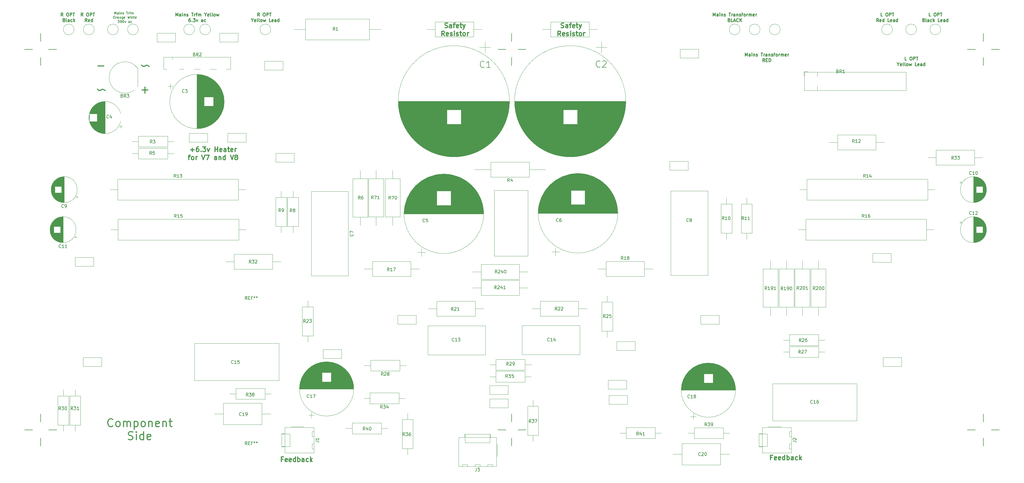
<source format=gbr>
G04 #@! TF.GenerationSoftware,KiCad,Pcbnew,(5.1.6)-1*
G04 #@! TF.CreationDate,2020-09-30T13:51:41+01:00*
G04 #@! TF.ProjectId,KIT88A,4b495438-3841-42e6-9b69-6361645f7063,rev?*
G04 #@! TF.SameCoordinates,Original*
G04 #@! TF.FileFunction,Legend,Top*
G04 #@! TF.FilePolarity,Positive*
%FSLAX46Y46*%
G04 Gerber Fmt 4.6, Leading zero omitted, Abs format (unit mm)*
G04 Created by KiCad (PCBNEW (5.1.6)-1) date 2020-09-30 13:51:41*
%MOMM*%
%LPD*%
G01*
G04 APERTURE LIST*
%ADD10C,0.300000*%
%ADD11C,0.150000*%
%ADD12C,0.190500*%
%ADD13C,0.254000*%
%ADD14C,0.120000*%
G04 APERTURE END LIST*
D10*
X45417619Y-113211428D02*
X43482380Y-113211428D01*
X59387619Y-120831428D02*
X57452380Y-120831428D01*
X58420000Y-121799047D02*
X58420000Y-119863809D01*
X45780476Y-121012857D02*
X45538571Y-120770952D01*
X45054761Y-120529047D01*
X44087142Y-121012857D01*
X43603333Y-120770952D01*
X43361428Y-120529047D01*
X59750476Y-113392857D02*
X59508571Y-113150952D01*
X59024761Y-112909047D01*
X58057142Y-113392857D01*
X57573333Y-113150952D01*
X57331428Y-112909047D01*
D11*
X174498000Y-110490000D02*
X174498000Y-113030000D01*
X174498000Y-102870000D02*
X174498000Y-105410000D01*
X179070000Y-228600000D02*
X176530000Y-228600000D01*
X172720000Y-228600000D02*
X170180000Y-228600000D01*
X174498000Y-231140000D02*
X174498000Y-233680000D01*
X174498000Y-223520000D02*
X174498000Y-226060000D01*
X30480000Y-228600000D02*
X27940000Y-228600000D01*
X22860000Y-228600000D02*
X20320000Y-228600000D01*
X25400000Y-231140000D02*
X25400000Y-233680000D01*
X25400000Y-223520000D02*
X25400000Y-226060000D01*
X30480000Y-107950000D02*
X27940000Y-107950000D01*
X22860000Y-107950000D02*
X20320000Y-107950000D01*
X25400000Y-110490000D02*
X25400000Y-113030000D01*
X25400000Y-102870000D02*
X25400000Y-105410000D01*
X321310000Y-228600000D02*
X318770000Y-228600000D01*
X328930000Y-228600000D02*
X326390000Y-228600000D01*
X323850000Y-231140000D02*
X323850000Y-233680000D01*
X323850000Y-223520000D02*
X323850000Y-226060000D01*
X172720000Y-107950000D02*
X170180000Y-107950000D01*
X179070000Y-107950000D02*
X176530000Y-107950000D01*
X323850000Y-102870000D02*
X323850000Y-105410000D01*
X323850000Y-110490000D02*
X323850000Y-113030000D01*
X328930000Y-107950000D02*
X326390000Y-107950000D01*
X321310000Y-107950000D02*
X318770000Y-107950000D01*
D12*
X48804285Y-96801214D02*
X48804285Y-96039214D01*
X49058285Y-96583500D01*
X49312285Y-96039214D01*
X49312285Y-96801214D01*
X50001714Y-96801214D02*
X50001714Y-96402071D01*
X49965428Y-96329500D01*
X49892857Y-96293214D01*
X49747714Y-96293214D01*
X49675142Y-96329500D01*
X50001714Y-96764928D02*
X49929142Y-96801214D01*
X49747714Y-96801214D01*
X49675142Y-96764928D01*
X49638857Y-96692357D01*
X49638857Y-96619785D01*
X49675142Y-96547214D01*
X49747714Y-96510928D01*
X49929142Y-96510928D01*
X50001714Y-96474642D01*
X50364571Y-96801214D02*
X50364571Y-96293214D01*
X50364571Y-96039214D02*
X50328285Y-96075500D01*
X50364571Y-96111785D01*
X50400857Y-96075500D01*
X50364571Y-96039214D01*
X50364571Y-96111785D01*
X50727428Y-96293214D02*
X50727428Y-96801214D01*
X50727428Y-96365785D02*
X50763714Y-96329500D01*
X50836285Y-96293214D01*
X50945142Y-96293214D01*
X51017714Y-96329500D01*
X51054000Y-96402071D01*
X51054000Y-96801214D01*
X51380571Y-96764928D02*
X51453142Y-96801214D01*
X51598285Y-96801214D01*
X51670857Y-96764928D01*
X51707142Y-96692357D01*
X51707142Y-96656071D01*
X51670857Y-96583500D01*
X51598285Y-96547214D01*
X51489428Y-96547214D01*
X51416857Y-96510928D01*
X51380571Y-96438357D01*
X51380571Y-96402071D01*
X51416857Y-96329500D01*
X51489428Y-96293214D01*
X51598285Y-96293214D01*
X51670857Y-96329500D01*
X52505428Y-96039214D02*
X52940857Y-96039214D01*
X52723142Y-96801214D02*
X52723142Y-96039214D01*
X53194857Y-96801214D02*
X53194857Y-96293214D01*
X53194857Y-96438357D02*
X53231142Y-96365785D01*
X53267428Y-96329500D01*
X53340000Y-96293214D01*
X53412571Y-96293214D01*
X53557714Y-96293214D02*
X53848000Y-96293214D01*
X53666571Y-96801214D02*
X53666571Y-96148071D01*
X53702857Y-96075500D01*
X53775428Y-96039214D01*
X53848000Y-96039214D01*
X54102000Y-96801214D02*
X54102000Y-96293214D01*
X54102000Y-96365785D02*
X54138285Y-96329500D01*
X54210857Y-96293214D01*
X54319714Y-96293214D01*
X54392285Y-96329500D01*
X54428571Y-96402071D01*
X54428571Y-96801214D01*
X54428571Y-96402071D02*
X54464857Y-96329500D01*
X54537428Y-96293214D01*
X54646285Y-96293214D01*
X54718857Y-96329500D01*
X54755142Y-96402071D01*
X54755142Y-96801214D01*
X48604714Y-97372714D02*
X48749857Y-97372714D01*
X48822428Y-97409000D01*
X48895000Y-97481571D01*
X48931285Y-97626714D01*
X48931285Y-97880714D01*
X48895000Y-98025857D01*
X48822428Y-98098428D01*
X48749857Y-98134714D01*
X48604714Y-98134714D01*
X48532142Y-98098428D01*
X48459571Y-98025857D01*
X48423285Y-97880714D01*
X48423285Y-97626714D01*
X48459571Y-97481571D01*
X48532142Y-97409000D01*
X48604714Y-97372714D01*
X49257857Y-98134714D02*
X49257857Y-97626714D01*
X49257857Y-97771857D02*
X49294142Y-97699285D01*
X49330428Y-97663000D01*
X49403000Y-97626714D01*
X49475571Y-97626714D01*
X50056142Y-98134714D02*
X50056142Y-97735571D01*
X50019857Y-97663000D01*
X49947285Y-97626714D01*
X49802142Y-97626714D01*
X49729571Y-97663000D01*
X50056142Y-98098428D02*
X49983571Y-98134714D01*
X49802142Y-98134714D01*
X49729571Y-98098428D01*
X49693285Y-98025857D01*
X49693285Y-97953285D01*
X49729571Y-97880714D01*
X49802142Y-97844428D01*
X49983571Y-97844428D01*
X50056142Y-97808142D01*
X50419000Y-97626714D02*
X50419000Y-98134714D01*
X50419000Y-97699285D02*
X50455285Y-97663000D01*
X50527857Y-97626714D01*
X50636714Y-97626714D01*
X50709285Y-97663000D01*
X50745571Y-97735571D01*
X50745571Y-98134714D01*
X51435000Y-97626714D02*
X51435000Y-98243571D01*
X51398714Y-98316142D01*
X51362428Y-98352428D01*
X51289857Y-98388714D01*
X51181000Y-98388714D01*
X51108428Y-98352428D01*
X51435000Y-98098428D02*
X51362428Y-98134714D01*
X51217285Y-98134714D01*
X51144714Y-98098428D01*
X51108428Y-98062142D01*
X51072142Y-97989571D01*
X51072142Y-97771857D01*
X51108428Y-97699285D01*
X51144714Y-97663000D01*
X51217285Y-97626714D01*
X51362428Y-97626714D01*
X51435000Y-97663000D01*
X52088142Y-98098428D02*
X52015571Y-98134714D01*
X51870428Y-98134714D01*
X51797857Y-98098428D01*
X51761571Y-98025857D01*
X51761571Y-97735571D01*
X51797857Y-97663000D01*
X51870428Y-97626714D01*
X52015571Y-97626714D01*
X52088142Y-97663000D01*
X52124428Y-97735571D01*
X52124428Y-97808142D01*
X51761571Y-97880714D01*
X52959000Y-97372714D02*
X53140428Y-98134714D01*
X53285571Y-97590428D01*
X53430714Y-98134714D01*
X53612142Y-97372714D01*
X53902428Y-98134714D02*
X53902428Y-97372714D01*
X54229000Y-98134714D02*
X54229000Y-97735571D01*
X54192714Y-97663000D01*
X54120142Y-97626714D01*
X54011285Y-97626714D01*
X53938714Y-97663000D01*
X53902428Y-97699285D01*
X54591857Y-98134714D02*
X54591857Y-97626714D01*
X54591857Y-97372714D02*
X54555571Y-97409000D01*
X54591857Y-97445285D01*
X54628142Y-97409000D01*
X54591857Y-97372714D01*
X54591857Y-97445285D01*
X54845857Y-97626714D02*
X55136142Y-97626714D01*
X54954714Y-97372714D02*
X54954714Y-98025857D01*
X54991000Y-98098428D01*
X55063571Y-98134714D01*
X55136142Y-98134714D01*
X55680428Y-98098428D02*
X55607857Y-98134714D01*
X55462714Y-98134714D01*
X55390142Y-98098428D01*
X55353857Y-98025857D01*
X55353857Y-97735571D01*
X55390142Y-97663000D01*
X55462714Y-97626714D01*
X55607857Y-97626714D01*
X55680428Y-97663000D01*
X55716714Y-97735571D01*
X55716714Y-97808142D01*
X55353857Y-97880714D01*
X49838428Y-98706214D02*
X50310142Y-98706214D01*
X50056142Y-98996500D01*
X50165000Y-98996500D01*
X50237571Y-99032785D01*
X50273857Y-99069071D01*
X50310142Y-99141642D01*
X50310142Y-99323071D01*
X50273857Y-99395642D01*
X50237571Y-99431928D01*
X50165000Y-99468214D01*
X49947285Y-99468214D01*
X49874714Y-99431928D01*
X49838428Y-99395642D01*
X50673000Y-99468214D02*
X50818142Y-99468214D01*
X50890714Y-99431928D01*
X50927000Y-99395642D01*
X50999571Y-99286785D01*
X51035857Y-99141642D01*
X51035857Y-98851357D01*
X50999571Y-98778785D01*
X50963285Y-98742500D01*
X50890714Y-98706214D01*
X50745571Y-98706214D01*
X50673000Y-98742500D01*
X50636714Y-98778785D01*
X50600428Y-98851357D01*
X50600428Y-99032785D01*
X50636714Y-99105357D01*
X50673000Y-99141642D01*
X50745571Y-99177928D01*
X50890714Y-99177928D01*
X50963285Y-99141642D01*
X50999571Y-99105357D01*
X51035857Y-99032785D01*
X51507571Y-98706214D02*
X51580142Y-98706214D01*
X51652714Y-98742500D01*
X51689000Y-98778785D01*
X51725285Y-98851357D01*
X51761571Y-98996500D01*
X51761571Y-99177928D01*
X51725285Y-99323071D01*
X51689000Y-99395642D01*
X51652714Y-99431928D01*
X51580142Y-99468214D01*
X51507571Y-99468214D01*
X51435000Y-99431928D01*
X51398714Y-99395642D01*
X51362428Y-99323071D01*
X51326142Y-99177928D01*
X51326142Y-98996500D01*
X51362428Y-98851357D01*
X51398714Y-98778785D01*
X51435000Y-98742500D01*
X51507571Y-98706214D01*
X52015571Y-98960214D02*
X52197000Y-99468214D01*
X52378428Y-98960214D01*
X53575857Y-99468214D02*
X53575857Y-99069071D01*
X53539571Y-98996500D01*
X53467000Y-98960214D01*
X53321857Y-98960214D01*
X53249285Y-98996500D01*
X53575857Y-99431928D02*
X53503285Y-99468214D01*
X53321857Y-99468214D01*
X53249285Y-99431928D01*
X53213000Y-99359357D01*
X53213000Y-99286785D01*
X53249285Y-99214214D01*
X53321857Y-99177928D01*
X53503285Y-99177928D01*
X53575857Y-99141642D01*
X54265285Y-99431928D02*
X54192714Y-99468214D01*
X54047571Y-99468214D01*
X53975000Y-99431928D01*
X53938714Y-99395642D01*
X53902428Y-99323071D01*
X53902428Y-99105357D01*
X53938714Y-99032785D01*
X53975000Y-98996500D01*
X54047571Y-98960214D01*
X54192714Y-98960214D01*
X54265285Y-98996500D01*
D13*
X68180857Y-97360619D02*
X68180857Y-96344619D01*
X68519523Y-97070333D01*
X68858190Y-96344619D01*
X68858190Y-97360619D01*
X69777428Y-97360619D02*
X69777428Y-96828428D01*
X69729047Y-96731666D01*
X69632285Y-96683285D01*
X69438761Y-96683285D01*
X69342000Y-96731666D01*
X69777428Y-97312238D02*
X69680666Y-97360619D01*
X69438761Y-97360619D01*
X69342000Y-97312238D01*
X69293619Y-97215476D01*
X69293619Y-97118714D01*
X69342000Y-97021952D01*
X69438761Y-96973571D01*
X69680666Y-96973571D01*
X69777428Y-96925190D01*
X70261238Y-97360619D02*
X70261238Y-96683285D01*
X70261238Y-96344619D02*
X70212857Y-96393000D01*
X70261238Y-96441380D01*
X70309619Y-96393000D01*
X70261238Y-96344619D01*
X70261238Y-96441380D01*
X70745047Y-96683285D02*
X70745047Y-97360619D01*
X70745047Y-96780047D02*
X70793428Y-96731666D01*
X70890190Y-96683285D01*
X71035333Y-96683285D01*
X71132095Y-96731666D01*
X71180476Y-96828428D01*
X71180476Y-97360619D01*
X71615904Y-97312238D02*
X71712666Y-97360619D01*
X71906190Y-97360619D01*
X72002952Y-97312238D01*
X72051333Y-97215476D01*
X72051333Y-97167095D01*
X72002952Y-97070333D01*
X71906190Y-97021952D01*
X71761047Y-97021952D01*
X71664285Y-96973571D01*
X71615904Y-96876809D01*
X71615904Y-96828428D01*
X71664285Y-96731666D01*
X71761047Y-96683285D01*
X71906190Y-96683285D01*
X72002952Y-96731666D01*
X73115714Y-96344619D02*
X73696285Y-96344619D01*
X73406000Y-97360619D02*
X73406000Y-96344619D01*
X74034952Y-97360619D02*
X74034952Y-96683285D01*
X74034952Y-96876809D02*
X74083333Y-96780047D01*
X74131714Y-96731666D01*
X74228476Y-96683285D01*
X74325238Y-96683285D01*
X74518761Y-96683285D02*
X74905809Y-96683285D01*
X74663904Y-97360619D02*
X74663904Y-96489761D01*
X74712285Y-96393000D01*
X74809047Y-96344619D01*
X74905809Y-96344619D01*
X75244476Y-97360619D02*
X75244476Y-96683285D01*
X75244476Y-96780047D02*
X75292857Y-96731666D01*
X75389619Y-96683285D01*
X75534761Y-96683285D01*
X75631523Y-96731666D01*
X75679904Y-96828428D01*
X75679904Y-97360619D01*
X75679904Y-96828428D02*
X75728285Y-96731666D01*
X75825047Y-96683285D01*
X75970190Y-96683285D01*
X76066952Y-96731666D01*
X76115333Y-96828428D01*
X76115333Y-97360619D01*
X77566761Y-96876809D02*
X77566761Y-97360619D01*
X77228095Y-96344619D02*
X77566761Y-96876809D01*
X77905428Y-96344619D01*
X78631142Y-97312238D02*
X78534380Y-97360619D01*
X78340857Y-97360619D01*
X78244095Y-97312238D01*
X78195714Y-97215476D01*
X78195714Y-96828428D01*
X78244095Y-96731666D01*
X78340857Y-96683285D01*
X78534380Y-96683285D01*
X78631142Y-96731666D01*
X78679523Y-96828428D01*
X78679523Y-96925190D01*
X78195714Y-97021952D01*
X79260095Y-97360619D02*
X79163333Y-97312238D01*
X79114952Y-97215476D01*
X79114952Y-96344619D01*
X79792285Y-97360619D02*
X79695523Y-97312238D01*
X79647142Y-97215476D01*
X79647142Y-96344619D01*
X80324476Y-97360619D02*
X80227714Y-97312238D01*
X80179333Y-97263857D01*
X80130952Y-97167095D01*
X80130952Y-96876809D01*
X80179333Y-96780047D01*
X80227714Y-96731666D01*
X80324476Y-96683285D01*
X80469619Y-96683285D01*
X80566380Y-96731666D01*
X80614761Y-96780047D01*
X80663142Y-96876809D01*
X80663142Y-97167095D01*
X80614761Y-97263857D01*
X80566380Y-97312238D01*
X80469619Y-97360619D01*
X80324476Y-97360619D01*
X81001809Y-96683285D02*
X81195333Y-97360619D01*
X81388857Y-96876809D01*
X81582380Y-97360619D01*
X81775904Y-96683285D01*
X72728666Y-98122619D02*
X72535142Y-98122619D01*
X72438380Y-98171000D01*
X72390000Y-98219380D01*
X72293238Y-98364523D01*
X72244857Y-98558047D01*
X72244857Y-98945095D01*
X72293238Y-99041857D01*
X72341619Y-99090238D01*
X72438380Y-99138619D01*
X72631904Y-99138619D01*
X72728666Y-99090238D01*
X72777047Y-99041857D01*
X72825428Y-98945095D01*
X72825428Y-98703190D01*
X72777047Y-98606428D01*
X72728666Y-98558047D01*
X72631904Y-98509666D01*
X72438380Y-98509666D01*
X72341619Y-98558047D01*
X72293238Y-98606428D01*
X72244857Y-98703190D01*
X73260857Y-99041857D02*
X73309238Y-99090238D01*
X73260857Y-99138619D01*
X73212476Y-99090238D01*
X73260857Y-99041857D01*
X73260857Y-99138619D01*
X73647904Y-98122619D02*
X74276857Y-98122619D01*
X73938190Y-98509666D01*
X74083333Y-98509666D01*
X74180095Y-98558047D01*
X74228476Y-98606428D01*
X74276857Y-98703190D01*
X74276857Y-98945095D01*
X74228476Y-99041857D01*
X74180095Y-99090238D01*
X74083333Y-99138619D01*
X73793047Y-99138619D01*
X73696285Y-99090238D01*
X73647904Y-99041857D01*
X74615523Y-98461285D02*
X74857428Y-99138619D01*
X75099333Y-98461285D01*
X76695904Y-99138619D02*
X76695904Y-98606428D01*
X76647523Y-98509666D01*
X76550761Y-98461285D01*
X76357238Y-98461285D01*
X76260476Y-98509666D01*
X76695904Y-99090238D02*
X76599142Y-99138619D01*
X76357238Y-99138619D01*
X76260476Y-99090238D01*
X76212095Y-98993476D01*
X76212095Y-98896714D01*
X76260476Y-98799952D01*
X76357238Y-98751571D01*
X76599142Y-98751571D01*
X76695904Y-98703190D01*
X77615142Y-99090238D02*
X77518380Y-99138619D01*
X77324857Y-99138619D01*
X77228095Y-99090238D01*
X77179714Y-99041857D01*
X77131333Y-98945095D01*
X77131333Y-98654809D01*
X77179714Y-98558047D01*
X77228095Y-98509666D01*
X77324857Y-98461285D01*
X77518380Y-98461285D01*
X77615142Y-98509666D01*
X238288285Y-97360619D02*
X238288285Y-96344619D01*
X238626952Y-97070333D01*
X238965619Y-96344619D01*
X238965619Y-97360619D01*
X239884857Y-97360619D02*
X239884857Y-96828428D01*
X239836476Y-96731666D01*
X239739714Y-96683285D01*
X239546190Y-96683285D01*
X239449428Y-96731666D01*
X239884857Y-97312238D02*
X239788095Y-97360619D01*
X239546190Y-97360619D01*
X239449428Y-97312238D01*
X239401047Y-97215476D01*
X239401047Y-97118714D01*
X239449428Y-97021952D01*
X239546190Y-96973571D01*
X239788095Y-96973571D01*
X239884857Y-96925190D01*
X240368666Y-97360619D02*
X240368666Y-96683285D01*
X240368666Y-96344619D02*
X240320285Y-96393000D01*
X240368666Y-96441380D01*
X240417047Y-96393000D01*
X240368666Y-96344619D01*
X240368666Y-96441380D01*
X240852476Y-96683285D02*
X240852476Y-97360619D01*
X240852476Y-96780047D02*
X240900857Y-96731666D01*
X240997619Y-96683285D01*
X241142761Y-96683285D01*
X241239523Y-96731666D01*
X241287904Y-96828428D01*
X241287904Y-97360619D01*
X241723333Y-97312238D02*
X241820095Y-97360619D01*
X242013619Y-97360619D01*
X242110380Y-97312238D01*
X242158761Y-97215476D01*
X242158761Y-97167095D01*
X242110380Y-97070333D01*
X242013619Y-97021952D01*
X241868476Y-97021952D01*
X241771714Y-96973571D01*
X241723333Y-96876809D01*
X241723333Y-96828428D01*
X241771714Y-96731666D01*
X241868476Y-96683285D01*
X242013619Y-96683285D01*
X242110380Y-96731666D01*
X243223142Y-96344619D02*
X243803714Y-96344619D01*
X243513428Y-97360619D02*
X243513428Y-96344619D01*
X244142380Y-97360619D02*
X244142380Y-96683285D01*
X244142380Y-96876809D02*
X244190761Y-96780047D01*
X244239142Y-96731666D01*
X244335904Y-96683285D01*
X244432666Y-96683285D01*
X245206761Y-97360619D02*
X245206761Y-96828428D01*
X245158380Y-96731666D01*
X245061619Y-96683285D01*
X244868095Y-96683285D01*
X244771333Y-96731666D01*
X245206761Y-97312238D02*
X245110000Y-97360619D01*
X244868095Y-97360619D01*
X244771333Y-97312238D01*
X244722952Y-97215476D01*
X244722952Y-97118714D01*
X244771333Y-97021952D01*
X244868095Y-96973571D01*
X245110000Y-96973571D01*
X245206761Y-96925190D01*
X245690571Y-96683285D02*
X245690571Y-97360619D01*
X245690571Y-96780047D02*
X245738952Y-96731666D01*
X245835714Y-96683285D01*
X245980857Y-96683285D01*
X246077619Y-96731666D01*
X246126000Y-96828428D01*
X246126000Y-97360619D01*
X246561428Y-97312238D02*
X246658190Y-97360619D01*
X246851714Y-97360619D01*
X246948476Y-97312238D01*
X246996857Y-97215476D01*
X246996857Y-97167095D01*
X246948476Y-97070333D01*
X246851714Y-97021952D01*
X246706571Y-97021952D01*
X246609809Y-96973571D01*
X246561428Y-96876809D01*
X246561428Y-96828428D01*
X246609809Y-96731666D01*
X246706571Y-96683285D01*
X246851714Y-96683285D01*
X246948476Y-96731666D01*
X247287142Y-96683285D02*
X247674190Y-96683285D01*
X247432285Y-97360619D02*
X247432285Y-96489761D01*
X247480666Y-96393000D01*
X247577428Y-96344619D01*
X247674190Y-96344619D01*
X248158000Y-97360619D02*
X248061238Y-97312238D01*
X248012857Y-97263857D01*
X247964476Y-97167095D01*
X247964476Y-96876809D01*
X248012857Y-96780047D01*
X248061238Y-96731666D01*
X248158000Y-96683285D01*
X248303142Y-96683285D01*
X248399904Y-96731666D01*
X248448285Y-96780047D01*
X248496666Y-96876809D01*
X248496666Y-97167095D01*
X248448285Y-97263857D01*
X248399904Y-97312238D01*
X248303142Y-97360619D01*
X248158000Y-97360619D01*
X248932095Y-97360619D02*
X248932095Y-96683285D01*
X248932095Y-96876809D02*
X248980476Y-96780047D01*
X249028857Y-96731666D01*
X249125619Y-96683285D01*
X249222380Y-96683285D01*
X249561047Y-97360619D02*
X249561047Y-96683285D01*
X249561047Y-96780047D02*
X249609428Y-96731666D01*
X249706190Y-96683285D01*
X249851333Y-96683285D01*
X249948095Y-96731666D01*
X249996476Y-96828428D01*
X249996476Y-97360619D01*
X249996476Y-96828428D02*
X250044857Y-96731666D01*
X250141619Y-96683285D01*
X250286761Y-96683285D01*
X250383523Y-96731666D01*
X250431904Y-96828428D01*
X250431904Y-97360619D01*
X251302761Y-97312238D02*
X251206000Y-97360619D01*
X251012476Y-97360619D01*
X250915714Y-97312238D01*
X250867333Y-97215476D01*
X250867333Y-96828428D01*
X250915714Y-96731666D01*
X251012476Y-96683285D01*
X251206000Y-96683285D01*
X251302761Y-96731666D01*
X251351142Y-96828428D01*
X251351142Y-96925190D01*
X250867333Y-97021952D01*
X251786571Y-97360619D02*
X251786571Y-96683285D01*
X251786571Y-96876809D02*
X251834952Y-96780047D01*
X251883333Y-96731666D01*
X251980095Y-96683285D01*
X252076857Y-96683285D01*
X243319904Y-98606428D02*
X243465047Y-98654809D01*
X243513428Y-98703190D01*
X243561809Y-98799952D01*
X243561809Y-98945095D01*
X243513428Y-99041857D01*
X243465047Y-99090238D01*
X243368285Y-99138619D01*
X242981238Y-99138619D01*
X242981238Y-98122619D01*
X243319904Y-98122619D01*
X243416666Y-98171000D01*
X243465047Y-98219380D01*
X243513428Y-98316142D01*
X243513428Y-98412904D01*
X243465047Y-98509666D01*
X243416666Y-98558047D01*
X243319904Y-98606428D01*
X242981238Y-98606428D01*
X244481047Y-99138619D02*
X243997238Y-99138619D01*
X243997238Y-98122619D01*
X244771333Y-98848333D02*
X245255142Y-98848333D01*
X244674571Y-99138619D02*
X245013238Y-98122619D01*
X245351904Y-99138619D01*
X246271142Y-99041857D02*
X246222761Y-99090238D01*
X246077619Y-99138619D01*
X245980857Y-99138619D01*
X245835714Y-99090238D01*
X245738952Y-98993476D01*
X245690571Y-98896714D01*
X245642190Y-98703190D01*
X245642190Y-98558047D01*
X245690571Y-98364523D01*
X245738952Y-98267761D01*
X245835714Y-98171000D01*
X245980857Y-98122619D01*
X246077619Y-98122619D01*
X246222761Y-98171000D01*
X246271142Y-98219380D01*
X246706571Y-99138619D02*
X246706571Y-98122619D01*
X247287142Y-99138619D02*
X246851714Y-98558047D01*
X247287142Y-98122619D02*
X246706571Y-98703190D01*
X248448285Y-110060619D02*
X248448285Y-109044619D01*
X248786952Y-109770333D01*
X249125619Y-109044619D01*
X249125619Y-110060619D01*
X250044857Y-110060619D02*
X250044857Y-109528428D01*
X249996476Y-109431666D01*
X249899714Y-109383285D01*
X249706190Y-109383285D01*
X249609428Y-109431666D01*
X250044857Y-110012238D02*
X249948095Y-110060619D01*
X249706190Y-110060619D01*
X249609428Y-110012238D01*
X249561047Y-109915476D01*
X249561047Y-109818714D01*
X249609428Y-109721952D01*
X249706190Y-109673571D01*
X249948095Y-109673571D01*
X250044857Y-109625190D01*
X250528666Y-110060619D02*
X250528666Y-109383285D01*
X250528666Y-109044619D02*
X250480285Y-109093000D01*
X250528666Y-109141380D01*
X250577047Y-109093000D01*
X250528666Y-109044619D01*
X250528666Y-109141380D01*
X251012476Y-109383285D02*
X251012476Y-110060619D01*
X251012476Y-109480047D02*
X251060857Y-109431666D01*
X251157619Y-109383285D01*
X251302761Y-109383285D01*
X251399523Y-109431666D01*
X251447904Y-109528428D01*
X251447904Y-110060619D01*
X251883333Y-110012238D02*
X251980095Y-110060619D01*
X252173619Y-110060619D01*
X252270380Y-110012238D01*
X252318761Y-109915476D01*
X252318761Y-109867095D01*
X252270380Y-109770333D01*
X252173619Y-109721952D01*
X252028476Y-109721952D01*
X251931714Y-109673571D01*
X251883333Y-109576809D01*
X251883333Y-109528428D01*
X251931714Y-109431666D01*
X252028476Y-109383285D01*
X252173619Y-109383285D01*
X252270380Y-109431666D01*
X253383142Y-109044619D02*
X253963714Y-109044619D01*
X253673428Y-110060619D02*
X253673428Y-109044619D01*
X254302380Y-110060619D02*
X254302380Y-109383285D01*
X254302380Y-109576809D02*
X254350761Y-109480047D01*
X254399142Y-109431666D01*
X254495904Y-109383285D01*
X254592666Y-109383285D01*
X255366761Y-110060619D02*
X255366761Y-109528428D01*
X255318380Y-109431666D01*
X255221619Y-109383285D01*
X255028095Y-109383285D01*
X254931333Y-109431666D01*
X255366761Y-110012238D02*
X255270000Y-110060619D01*
X255028095Y-110060619D01*
X254931333Y-110012238D01*
X254882952Y-109915476D01*
X254882952Y-109818714D01*
X254931333Y-109721952D01*
X255028095Y-109673571D01*
X255270000Y-109673571D01*
X255366761Y-109625190D01*
X255850571Y-109383285D02*
X255850571Y-110060619D01*
X255850571Y-109480047D02*
X255898952Y-109431666D01*
X255995714Y-109383285D01*
X256140857Y-109383285D01*
X256237619Y-109431666D01*
X256286000Y-109528428D01*
X256286000Y-110060619D01*
X256721428Y-110012238D02*
X256818190Y-110060619D01*
X257011714Y-110060619D01*
X257108476Y-110012238D01*
X257156857Y-109915476D01*
X257156857Y-109867095D01*
X257108476Y-109770333D01*
X257011714Y-109721952D01*
X256866571Y-109721952D01*
X256769809Y-109673571D01*
X256721428Y-109576809D01*
X256721428Y-109528428D01*
X256769809Y-109431666D01*
X256866571Y-109383285D01*
X257011714Y-109383285D01*
X257108476Y-109431666D01*
X257447142Y-109383285D02*
X257834190Y-109383285D01*
X257592285Y-110060619D02*
X257592285Y-109189761D01*
X257640666Y-109093000D01*
X257737428Y-109044619D01*
X257834190Y-109044619D01*
X258318000Y-110060619D02*
X258221238Y-110012238D01*
X258172857Y-109963857D01*
X258124476Y-109867095D01*
X258124476Y-109576809D01*
X258172857Y-109480047D01*
X258221238Y-109431666D01*
X258318000Y-109383285D01*
X258463142Y-109383285D01*
X258559904Y-109431666D01*
X258608285Y-109480047D01*
X258656666Y-109576809D01*
X258656666Y-109867095D01*
X258608285Y-109963857D01*
X258559904Y-110012238D01*
X258463142Y-110060619D01*
X258318000Y-110060619D01*
X259092095Y-110060619D02*
X259092095Y-109383285D01*
X259092095Y-109576809D02*
X259140476Y-109480047D01*
X259188857Y-109431666D01*
X259285619Y-109383285D01*
X259382380Y-109383285D01*
X259721047Y-110060619D02*
X259721047Y-109383285D01*
X259721047Y-109480047D02*
X259769428Y-109431666D01*
X259866190Y-109383285D01*
X260011333Y-109383285D01*
X260108095Y-109431666D01*
X260156476Y-109528428D01*
X260156476Y-110060619D01*
X260156476Y-109528428D02*
X260204857Y-109431666D01*
X260301619Y-109383285D01*
X260446761Y-109383285D01*
X260543523Y-109431666D01*
X260591904Y-109528428D01*
X260591904Y-110060619D01*
X261462761Y-110012238D02*
X261366000Y-110060619D01*
X261172476Y-110060619D01*
X261075714Y-110012238D01*
X261027333Y-109915476D01*
X261027333Y-109528428D01*
X261075714Y-109431666D01*
X261172476Y-109383285D01*
X261366000Y-109383285D01*
X261462761Y-109431666D01*
X261511142Y-109528428D01*
X261511142Y-109625190D01*
X261027333Y-109721952D01*
X261946571Y-110060619D02*
X261946571Y-109383285D01*
X261946571Y-109576809D02*
X261994952Y-109480047D01*
X262043333Y-109431666D01*
X262140095Y-109383285D01*
X262236857Y-109383285D01*
X254616857Y-111838619D02*
X254278190Y-111354809D01*
X254036285Y-111838619D02*
X254036285Y-110822619D01*
X254423333Y-110822619D01*
X254520095Y-110871000D01*
X254568476Y-110919380D01*
X254616857Y-111016142D01*
X254616857Y-111161285D01*
X254568476Y-111258047D01*
X254520095Y-111306428D01*
X254423333Y-111354809D01*
X254036285Y-111354809D01*
X255052285Y-111306428D02*
X255390952Y-111306428D01*
X255536095Y-111838619D02*
X255052285Y-111838619D01*
X255052285Y-110822619D01*
X255536095Y-110822619D01*
X255971523Y-111838619D02*
X255971523Y-110822619D01*
X256213428Y-110822619D01*
X256358571Y-110871000D01*
X256455333Y-110967761D01*
X256503714Y-111064523D01*
X256552095Y-111258047D01*
X256552095Y-111403190D01*
X256503714Y-111596714D01*
X256455333Y-111693476D01*
X256358571Y-111790238D01*
X256213428Y-111838619D01*
X255971523Y-111838619D01*
X299490190Y-111330619D02*
X299006380Y-111330619D01*
X299006380Y-110314619D01*
X300796476Y-110314619D02*
X300990000Y-110314619D01*
X301086761Y-110363000D01*
X301183523Y-110459761D01*
X301231904Y-110653285D01*
X301231904Y-110991952D01*
X301183523Y-111185476D01*
X301086761Y-111282238D01*
X300990000Y-111330619D01*
X300796476Y-111330619D01*
X300699714Y-111282238D01*
X300602952Y-111185476D01*
X300554571Y-110991952D01*
X300554571Y-110653285D01*
X300602952Y-110459761D01*
X300699714Y-110363000D01*
X300796476Y-110314619D01*
X301667333Y-111330619D02*
X301667333Y-110314619D01*
X302054380Y-110314619D01*
X302151142Y-110363000D01*
X302199523Y-110411380D01*
X302247904Y-110508142D01*
X302247904Y-110653285D01*
X302199523Y-110750047D01*
X302151142Y-110798428D01*
X302054380Y-110846809D01*
X301667333Y-110846809D01*
X302538190Y-110314619D02*
X303118761Y-110314619D01*
X302828476Y-111330619D02*
X302828476Y-110314619D01*
X296877619Y-112624809D02*
X296877619Y-113108619D01*
X296538952Y-112092619D02*
X296877619Y-112624809D01*
X297216285Y-112092619D01*
X297942000Y-113060238D02*
X297845238Y-113108619D01*
X297651714Y-113108619D01*
X297554952Y-113060238D01*
X297506571Y-112963476D01*
X297506571Y-112576428D01*
X297554952Y-112479666D01*
X297651714Y-112431285D01*
X297845238Y-112431285D01*
X297942000Y-112479666D01*
X297990380Y-112576428D01*
X297990380Y-112673190D01*
X297506571Y-112769952D01*
X298570952Y-113108619D02*
X298474190Y-113060238D01*
X298425809Y-112963476D01*
X298425809Y-112092619D01*
X299103142Y-113108619D02*
X299006380Y-113060238D01*
X298958000Y-112963476D01*
X298958000Y-112092619D01*
X299635333Y-113108619D02*
X299538571Y-113060238D01*
X299490190Y-113011857D01*
X299441809Y-112915095D01*
X299441809Y-112624809D01*
X299490190Y-112528047D01*
X299538571Y-112479666D01*
X299635333Y-112431285D01*
X299780476Y-112431285D01*
X299877238Y-112479666D01*
X299925619Y-112528047D01*
X299974000Y-112624809D01*
X299974000Y-112915095D01*
X299925619Y-113011857D01*
X299877238Y-113060238D01*
X299780476Y-113108619D01*
X299635333Y-113108619D01*
X300312666Y-112431285D02*
X300506190Y-113108619D01*
X300699714Y-112624809D01*
X300893238Y-113108619D01*
X301086761Y-112431285D01*
X302731714Y-113108619D02*
X302247904Y-113108619D01*
X302247904Y-112092619D01*
X303457428Y-113060238D02*
X303360666Y-113108619D01*
X303167142Y-113108619D01*
X303070380Y-113060238D01*
X303022000Y-112963476D01*
X303022000Y-112576428D01*
X303070380Y-112479666D01*
X303167142Y-112431285D01*
X303360666Y-112431285D01*
X303457428Y-112479666D01*
X303505809Y-112576428D01*
X303505809Y-112673190D01*
X303022000Y-112769952D01*
X304376666Y-113108619D02*
X304376666Y-112576428D01*
X304328285Y-112479666D01*
X304231523Y-112431285D01*
X304038000Y-112431285D01*
X303941238Y-112479666D01*
X304376666Y-113060238D02*
X304279904Y-113108619D01*
X304038000Y-113108619D01*
X303941238Y-113060238D01*
X303892857Y-112963476D01*
X303892857Y-112866714D01*
X303941238Y-112769952D01*
X304038000Y-112721571D01*
X304279904Y-112721571D01*
X304376666Y-112673190D01*
X305295904Y-113108619D02*
X305295904Y-112092619D01*
X305295904Y-113060238D02*
X305199142Y-113108619D01*
X305005619Y-113108619D01*
X304908857Y-113060238D01*
X304860476Y-113011857D01*
X304812095Y-112915095D01*
X304812095Y-112624809D01*
X304860476Y-112528047D01*
X304908857Y-112479666D01*
X305005619Y-112431285D01*
X305199142Y-112431285D01*
X305295904Y-112479666D01*
X307110190Y-97360619D02*
X306626380Y-97360619D01*
X306626380Y-96344619D01*
X308416476Y-96344619D02*
X308610000Y-96344619D01*
X308706761Y-96393000D01*
X308803523Y-96489761D01*
X308851904Y-96683285D01*
X308851904Y-97021952D01*
X308803523Y-97215476D01*
X308706761Y-97312238D01*
X308610000Y-97360619D01*
X308416476Y-97360619D01*
X308319714Y-97312238D01*
X308222952Y-97215476D01*
X308174571Y-97021952D01*
X308174571Y-96683285D01*
X308222952Y-96489761D01*
X308319714Y-96393000D01*
X308416476Y-96344619D01*
X309287333Y-97360619D02*
X309287333Y-96344619D01*
X309674380Y-96344619D01*
X309771142Y-96393000D01*
X309819523Y-96441380D01*
X309867904Y-96538142D01*
X309867904Y-96683285D01*
X309819523Y-96780047D01*
X309771142Y-96828428D01*
X309674380Y-96876809D01*
X309287333Y-96876809D01*
X310158190Y-96344619D02*
X310738761Y-96344619D01*
X310448476Y-97360619D02*
X310448476Y-96344619D01*
X304957238Y-98606428D02*
X305102380Y-98654809D01*
X305150761Y-98703190D01*
X305199142Y-98799952D01*
X305199142Y-98945095D01*
X305150761Y-99041857D01*
X305102380Y-99090238D01*
X305005619Y-99138619D01*
X304618571Y-99138619D01*
X304618571Y-98122619D01*
X304957238Y-98122619D01*
X305054000Y-98171000D01*
X305102380Y-98219380D01*
X305150761Y-98316142D01*
X305150761Y-98412904D01*
X305102380Y-98509666D01*
X305054000Y-98558047D01*
X304957238Y-98606428D01*
X304618571Y-98606428D01*
X305779714Y-99138619D02*
X305682952Y-99090238D01*
X305634571Y-98993476D01*
X305634571Y-98122619D01*
X306602190Y-99138619D02*
X306602190Y-98606428D01*
X306553809Y-98509666D01*
X306457047Y-98461285D01*
X306263523Y-98461285D01*
X306166761Y-98509666D01*
X306602190Y-99090238D02*
X306505428Y-99138619D01*
X306263523Y-99138619D01*
X306166761Y-99090238D01*
X306118380Y-98993476D01*
X306118380Y-98896714D01*
X306166761Y-98799952D01*
X306263523Y-98751571D01*
X306505428Y-98751571D01*
X306602190Y-98703190D01*
X307521428Y-99090238D02*
X307424666Y-99138619D01*
X307231142Y-99138619D01*
X307134380Y-99090238D01*
X307086000Y-99041857D01*
X307037619Y-98945095D01*
X307037619Y-98654809D01*
X307086000Y-98558047D01*
X307134380Y-98509666D01*
X307231142Y-98461285D01*
X307424666Y-98461285D01*
X307521428Y-98509666D01*
X307956857Y-99138619D02*
X307956857Y-98122619D01*
X308053619Y-98751571D02*
X308343904Y-99138619D01*
X308343904Y-98461285D02*
X307956857Y-98848333D01*
X310037238Y-99138619D02*
X309553428Y-99138619D01*
X309553428Y-98122619D01*
X310762952Y-99090238D02*
X310666190Y-99138619D01*
X310472666Y-99138619D01*
X310375904Y-99090238D01*
X310327523Y-98993476D01*
X310327523Y-98606428D01*
X310375904Y-98509666D01*
X310472666Y-98461285D01*
X310666190Y-98461285D01*
X310762952Y-98509666D01*
X310811333Y-98606428D01*
X310811333Y-98703190D01*
X310327523Y-98799952D01*
X311682190Y-99138619D02*
X311682190Y-98606428D01*
X311633809Y-98509666D01*
X311537047Y-98461285D01*
X311343523Y-98461285D01*
X311246761Y-98509666D01*
X311682190Y-99090238D02*
X311585428Y-99138619D01*
X311343523Y-99138619D01*
X311246761Y-99090238D01*
X311198380Y-98993476D01*
X311198380Y-98896714D01*
X311246761Y-98799952D01*
X311343523Y-98751571D01*
X311585428Y-98751571D01*
X311682190Y-98703190D01*
X312601428Y-99138619D02*
X312601428Y-98122619D01*
X312601428Y-99090238D02*
X312504666Y-99138619D01*
X312311142Y-99138619D01*
X312214380Y-99090238D01*
X312166000Y-99041857D01*
X312117619Y-98945095D01*
X312117619Y-98654809D01*
X312166000Y-98558047D01*
X312214380Y-98509666D01*
X312311142Y-98461285D01*
X312504666Y-98461285D01*
X312601428Y-98509666D01*
X291870190Y-97360619D02*
X291386380Y-97360619D01*
X291386380Y-96344619D01*
X293176476Y-96344619D02*
X293370000Y-96344619D01*
X293466761Y-96393000D01*
X293563523Y-96489761D01*
X293611904Y-96683285D01*
X293611904Y-97021952D01*
X293563523Y-97215476D01*
X293466761Y-97312238D01*
X293370000Y-97360619D01*
X293176476Y-97360619D01*
X293079714Y-97312238D01*
X292982952Y-97215476D01*
X292934571Y-97021952D01*
X292934571Y-96683285D01*
X292982952Y-96489761D01*
X293079714Y-96393000D01*
X293176476Y-96344619D01*
X294047333Y-97360619D02*
X294047333Y-96344619D01*
X294434380Y-96344619D01*
X294531142Y-96393000D01*
X294579523Y-96441380D01*
X294627904Y-96538142D01*
X294627904Y-96683285D01*
X294579523Y-96780047D01*
X294531142Y-96828428D01*
X294434380Y-96876809D01*
X294047333Y-96876809D01*
X294918190Y-96344619D02*
X295498761Y-96344619D01*
X295208476Y-97360619D02*
X295208476Y-96344619D01*
X290636476Y-99138619D02*
X290297809Y-98654809D01*
X290055904Y-99138619D02*
X290055904Y-98122619D01*
X290442952Y-98122619D01*
X290539714Y-98171000D01*
X290588095Y-98219380D01*
X290636476Y-98316142D01*
X290636476Y-98461285D01*
X290588095Y-98558047D01*
X290539714Y-98606428D01*
X290442952Y-98654809D01*
X290055904Y-98654809D01*
X291458952Y-99090238D02*
X291362190Y-99138619D01*
X291168666Y-99138619D01*
X291071904Y-99090238D01*
X291023523Y-98993476D01*
X291023523Y-98606428D01*
X291071904Y-98509666D01*
X291168666Y-98461285D01*
X291362190Y-98461285D01*
X291458952Y-98509666D01*
X291507333Y-98606428D01*
X291507333Y-98703190D01*
X291023523Y-98799952D01*
X292378190Y-99138619D02*
X292378190Y-98122619D01*
X292378190Y-99090238D02*
X292281428Y-99138619D01*
X292087904Y-99138619D01*
X291991142Y-99090238D01*
X291942761Y-99041857D01*
X291894380Y-98945095D01*
X291894380Y-98654809D01*
X291942761Y-98558047D01*
X291991142Y-98509666D01*
X292087904Y-98461285D01*
X292281428Y-98461285D01*
X292378190Y-98509666D01*
X294119904Y-99138619D02*
X293636095Y-99138619D01*
X293636095Y-98122619D01*
X294845619Y-99090238D02*
X294748857Y-99138619D01*
X294555333Y-99138619D01*
X294458571Y-99090238D01*
X294410190Y-98993476D01*
X294410190Y-98606428D01*
X294458571Y-98509666D01*
X294555333Y-98461285D01*
X294748857Y-98461285D01*
X294845619Y-98509666D01*
X294894000Y-98606428D01*
X294894000Y-98703190D01*
X294410190Y-98799952D01*
X295764857Y-99138619D02*
X295764857Y-98606428D01*
X295716476Y-98509666D01*
X295619714Y-98461285D01*
X295426190Y-98461285D01*
X295329428Y-98509666D01*
X295764857Y-99090238D02*
X295668095Y-99138619D01*
X295426190Y-99138619D01*
X295329428Y-99090238D01*
X295281047Y-98993476D01*
X295281047Y-98896714D01*
X295329428Y-98799952D01*
X295426190Y-98751571D01*
X295668095Y-98751571D01*
X295764857Y-98703190D01*
X296684095Y-99138619D02*
X296684095Y-98122619D01*
X296684095Y-99090238D02*
X296587333Y-99138619D01*
X296393809Y-99138619D01*
X296297047Y-99090238D01*
X296248666Y-99041857D01*
X296200285Y-98945095D01*
X296200285Y-98654809D01*
X296248666Y-98558047D01*
X296297047Y-98509666D01*
X296393809Y-98461285D01*
X296587333Y-98461285D01*
X296684095Y-98509666D01*
X94633142Y-97360619D02*
X94294476Y-96876809D01*
X94052571Y-97360619D02*
X94052571Y-96344619D01*
X94439619Y-96344619D01*
X94536380Y-96393000D01*
X94584761Y-96441380D01*
X94633142Y-96538142D01*
X94633142Y-96683285D01*
X94584761Y-96780047D01*
X94536380Y-96828428D01*
X94439619Y-96876809D01*
X94052571Y-96876809D01*
X96036190Y-96344619D02*
X96229714Y-96344619D01*
X96326476Y-96393000D01*
X96423238Y-96489761D01*
X96471619Y-96683285D01*
X96471619Y-97021952D01*
X96423238Y-97215476D01*
X96326476Y-97312238D01*
X96229714Y-97360619D01*
X96036190Y-97360619D01*
X95939428Y-97312238D01*
X95842666Y-97215476D01*
X95794285Y-97021952D01*
X95794285Y-96683285D01*
X95842666Y-96489761D01*
X95939428Y-96393000D01*
X96036190Y-96344619D01*
X96907047Y-97360619D02*
X96907047Y-96344619D01*
X97294095Y-96344619D01*
X97390857Y-96393000D01*
X97439238Y-96441380D01*
X97487619Y-96538142D01*
X97487619Y-96683285D01*
X97439238Y-96780047D01*
X97390857Y-96828428D01*
X97294095Y-96876809D01*
X96907047Y-96876809D01*
X97777904Y-96344619D02*
X98358476Y-96344619D01*
X98068190Y-97360619D02*
X98068190Y-96344619D01*
X92407619Y-98654809D02*
X92407619Y-99138619D01*
X92068952Y-98122619D02*
X92407619Y-98654809D01*
X92746285Y-98122619D01*
X93472000Y-99090238D02*
X93375238Y-99138619D01*
X93181714Y-99138619D01*
X93084952Y-99090238D01*
X93036571Y-98993476D01*
X93036571Y-98606428D01*
X93084952Y-98509666D01*
X93181714Y-98461285D01*
X93375238Y-98461285D01*
X93472000Y-98509666D01*
X93520380Y-98606428D01*
X93520380Y-98703190D01*
X93036571Y-98799952D01*
X94100952Y-99138619D02*
X94004190Y-99090238D01*
X93955809Y-98993476D01*
X93955809Y-98122619D01*
X94633142Y-99138619D02*
X94536380Y-99090238D01*
X94488000Y-98993476D01*
X94488000Y-98122619D01*
X95165333Y-99138619D02*
X95068571Y-99090238D01*
X95020190Y-99041857D01*
X94971809Y-98945095D01*
X94971809Y-98654809D01*
X95020190Y-98558047D01*
X95068571Y-98509666D01*
X95165333Y-98461285D01*
X95310476Y-98461285D01*
X95407238Y-98509666D01*
X95455619Y-98558047D01*
X95504000Y-98654809D01*
X95504000Y-98945095D01*
X95455619Y-99041857D01*
X95407238Y-99090238D01*
X95310476Y-99138619D01*
X95165333Y-99138619D01*
X95842666Y-98461285D02*
X96036190Y-99138619D01*
X96229714Y-98654809D01*
X96423238Y-99138619D01*
X96616761Y-98461285D01*
X98261714Y-99138619D02*
X97777904Y-99138619D01*
X97777904Y-98122619D01*
X98987428Y-99090238D02*
X98890666Y-99138619D01*
X98697142Y-99138619D01*
X98600380Y-99090238D01*
X98552000Y-98993476D01*
X98552000Y-98606428D01*
X98600380Y-98509666D01*
X98697142Y-98461285D01*
X98890666Y-98461285D01*
X98987428Y-98509666D01*
X99035809Y-98606428D01*
X99035809Y-98703190D01*
X98552000Y-98799952D01*
X99906666Y-99138619D02*
X99906666Y-98606428D01*
X99858285Y-98509666D01*
X99761523Y-98461285D01*
X99568000Y-98461285D01*
X99471238Y-98509666D01*
X99906666Y-99090238D02*
X99809904Y-99138619D01*
X99568000Y-99138619D01*
X99471238Y-99090238D01*
X99422857Y-98993476D01*
X99422857Y-98896714D01*
X99471238Y-98799952D01*
X99568000Y-98751571D01*
X99809904Y-98751571D01*
X99906666Y-98703190D01*
X100825904Y-99138619D02*
X100825904Y-98122619D01*
X100825904Y-99090238D02*
X100729142Y-99138619D01*
X100535619Y-99138619D01*
X100438857Y-99090238D01*
X100390476Y-99041857D01*
X100342095Y-98945095D01*
X100342095Y-98654809D01*
X100390476Y-98558047D01*
X100438857Y-98509666D01*
X100535619Y-98461285D01*
X100729142Y-98461285D01*
X100825904Y-98509666D01*
X32403142Y-97360619D02*
X32064476Y-96876809D01*
X31822571Y-97360619D02*
X31822571Y-96344619D01*
X32209619Y-96344619D01*
X32306380Y-96393000D01*
X32354761Y-96441380D01*
X32403142Y-96538142D01*
X32403142Y-96683285D01*
X32354761Y-96780047D01*
X32306380Y-96828428D01*
X32209619Y-96876809D01*
X31822571Y-96876809D01*
X33806190Y-96344619D02*
X33999714Y-96344619D01*
X34096476Y-96393000D01*
X34193238Y-96489761D01*
X34241619Y-96683285D01*
X34241619Y-97021952D01*
X34193238Y-97215476D01*
X34096476Y-97312238D01*
X33999714Y-97360619D01*
X33806190Y-97360619D01*
X33709428Y-97312238D01*
X33612666Y-97215476D01*
X33564285Y-97021952D01*
X33564285Y-96683285D01*
X33612666Y-96489761D01*
X33709428Y-96393000D01*
X33806190Y-96344619D01*
X34677047Y-97360619D02*
X34677047Y-96344619D01*
X35064095Y-96344619D01*
X35160857Y-96393000D01*
X35209238Y-96441380D01*
X35257619Y-96538142D01*
X35257619Y-96683285D01*
X35209238Y-96780047D01*
X35160857Y-96828428D01*
X35064095Y-96876809D01*
X34677047Y-96876809D01*
X35547904Y-96344619D02*
X36128476Y-96344619D01*
X35838190Y-97360619D02*
X35838190Y-96344619D01*
X32790190Y-98606428D02*
X32935333Y-98654809D01*
X32983714Y-98703190D01*
X33032095Y-98799952D01*
X33032095Y-98945095D01*
X32983714Y-99041857D01*
X32935333Y-99090238D01*
X32838571Y-99138619D01*
X32451523Y-99138619D01*
X32451523Y-98122619D01*
X32790190Y-98122619D01*
X32886952Y-98171000D01*
X32935333Y-98219380D01*
X32983714Y-98316142D01*
X32983714Y-98412904D01*
X32935333Y-98509666D01*
X32886952Y-98558047D01*
X32790190Y-98606428D01*
X32451523Y-98606428D01*
X33612666Y-99138619D02*
X33515904Y-99090238D01*
X33467523Y-98993476D01*
X33467523Y-98122619D01*
X34435142Y-99138619D02*
X34435142Y-98606428D01*
X34386761Y-98509666D01*
X34290000Y-98461285D01*
X34096476Y-98461285D01*
X33999714Y-98509666D01*
X34435142Y-99090238D02*
X34338380Y-99138619D01*
X34096476Y-99138619D01*
X33999714Y-99090238D01*
X33951333Y-98993476D01*
X33951333Y-98896714D01*
X33999714Y-98799952D01*
X34096476Y-98751571D01*
X34338380Y-98751571D01*
X34435142Y-98703190D01*
X35354380Y-99090238D02*
X35257619Y-99138619D01*
X35064095Y-99138619D01*
X34967333Y-99090238D01*
X34918952Y-99041857D01*
X34870571Y-98945095D01*
X34870571Y-98654809D01*
X34918952Y-98558047D01*
X34967333Y-98509666D01*
X35064095Y-98461285D01*
X35257619Y-98461285D01*
X35354380Y-98509666D01*
X35789809Y-99138619D02*
X35789809Y-98122619D01*
X35886571Y-98751571D02*
X36176857Y-99138619D01*
X36176857Y-98461285D02*
X35789809Y-98848333D01*
X38753142Y-97360619D02*
X38414476Y-96876809D01*
X38172571Y-97360619D02*
X38172571Y-96344619D01*
X38559619Y-96344619D01*
X38656380Y-96393000D01*
X38704761Y-96441380D01*
X38753142Y-96538142D01*
X38753142Y-96683285D01*
X38704761Y-96780047D01*
X38656380Y-96828428D01*
X38559619Y-96876809D01*
X38172571Y-96876809D01*
X40156190Y-96344619D02*
X40349714Y-96344619D01*
X40446476Y-96393000D01*
X40543238Y-96489761D01*
X40591619Y-96683285D01*
X40591619Y-97021952D01*
X40543238Y-97215476D01*
X40446476Y-97312238D01*
X40349714Y-97360619D01*
X40156190Y-97360619D01*
X40059428Y-97312238D01*
X39962666Y-97215476D01*
X39914285Y-97021952D01*
X39914285Y-96683285D01*
X39962666Y-96489761D01*
X40059428Y-96393000D01*
X40156190Y-96344619D01*
X41027047Y-97360619D02*
X41027047Y-96344619D01*
X41414095Y-96344619D01*
X41510857Y-96393000D01*
X41559238Y-96441380D01*
X41607619Y-96538142D01*
X41607619Y-96683285D01*
X41559238Y-96780047D01*
X41510857Y-96828428D01*
X41414095Y-96876809D01*
X41027047Y-96876809D01*
X41897904Y-96344619D02*
X42478476Y-96344619D01*
X42188190Y-97360619D02*
X42188190Y-96344619D01*
X40059428Y-99138619D02*
X39720761Y-98654809D01*
X39478857Y-99138619D02*
X39478857Y-98122619D01*
X39865904Y-98122619D01*
X39962666Y-98171000D01*
X40011047Y-98219380D01*
X40059428Y-98316142D01*
X40059428Y-98461285D01*
X40011047Y-98558047D01*
X39962666Y-98606428D01*
X39865904Y-98654809D01*
X39478857Y-98654809D01*
X40881904Y-99090238D02*
X40785142Y-99138619D01*
X40591619Y-99138619D01*
X40494857Y-99090238D01*
X40446476Y-98993476D01*
X40446476Y-98606428D01*
X40494857Y-98509666D01*
X40591619Y-98461285D01*
X40785142Y-98461285D01*
X40881904Y-98509666D01*
X40930285Y-98606428D01*
X40930285Y-98703190D01*
X40446476Y-98799952D01*
X41801142Y-99138619D02*
X41801142Y-98122619D01*
X41801142Y-99090238D02*
X41704380Y-99138619D01*
X41510857Y-99138619D01*
X41414095Y-99090238D01*
X41365714Y-99041857D01*
X41317333Y-98945095D01*
X41317333Y-98654809D01*
X41365714Y-98558047D01*
X41414095Y-98509666D01*
X41510857Y-98461285D01*
X41704380Y-98461285D01*
X41801142Y-98509666D01*
D10*
X102080642Y-237890857D02*
X101580642Y-237890857D01*
X101580642Y-238676571D02*
X101580642Y-237176571D01*
X102294928Y-237176571D01*
X103437785Y-238605142D02*
X103294928Y-238676571D01*
X103009214Y-238676571D01*
X102866357Y-238605142D01*
X102794928Y-238462285D01*
X102794928Y-237890857D01*
X102866357Y-237748000D01*
X103009214Y-237676571D01*
X103294928Y-237676571D01*
X103437785Y-237748000D01*
X103509214Y-237890857D01*
X103509214Y-238033714D01*
X102794928Y-238176571D01*
X104723500Y-238605142D02*
X104580642Y-238676571D01*
X104294928Y-238676571D01*
X104152071Y-238605142D01*
X104080642Y-238462285D01*
X104080642Y-237890857D01*
X104152071Y-237748000D01*
X104294928Y-237676571D01*
X104580642Y-237676571D01*
X104723500Y-237748000D01*
X104794928Y-237890857D01*
X104794928Y-238033714D01*
X104080642Y-238176571D01*
X106080642Y-238676571D02*
X106080642Y-237176571D01*
X106080642Y-238605142D02*
X105937785Y-238676571D01*
X105652071Y-238676571D01*
X105509214Y-238605142D01*
X105437785Y-238533714D01*
X105366357Y-238390857D01*
X105366357Y-237962285D01*
X105437785Y-237819428D01*
X105509214Y-237748000D01*
X105652071Y-237676571D01*
X105937785Y-237676571D01*
X106080642Y-237748000D01*
X106794928Y-238676571D02*
X106794928Y-237176571D01*
X106794928Y-237748000D02*
X106937785Y-237676571D01*
X107223500Y-237676571D01*
X107366357Y-237748000D01*
X107437785Y-237819428D01*
X107509214Y-237962285D01*
X107509214Y-238390857D01*
X107437785Y-238533714D01*
X107366357Y-238605142D01*
X107223500Y-238676571D01*
X106937785Y-238676571D01*
X106794928Y-238605142D01*
X108794928Y-238676571D02*
X108794928Y-237890857D01*
X108723500Y-237748000D01*
X108580642Y-237676571D01*
X108294928Y-237676571D01*
X108152071Y-237748000D01*
X108794928Y-238605142D02*
X108652071Y-238676571D01*
X108294928Y-238676571D01*
X108152071Y-238605142D01*
X108080642Y-238462285D01*
X108080642Y-238319428D01*
X108152071Y-238176571D01*
X108294928Y-238105142D01*
X108652071Y-238105142D01*
X108794928Y-238033714D01*
X110152071Y-238605142D02*
X110009214Y-238676571D01*
X109723500Y-238676571D01*
X109580642Y-238605142D01*
X109509214Y-238533714D01*
X109437785Y-238390857D01*
X109437785Y-237962285D01*
X109509214Y-237819428D01*
X109580642Y-237748000D01*
X109723500Y-237676571D01*
X110009214Y-237676571D01*
X110152071Y-237748000D01*
X110794928Y-238676571D02*
X110794928Y-237176571D01*
X110937785Y-238105142D02*
X111366357Y-238676571D01*
X111366357Y-237676571D02*
X110794928Y-238248000D01*
X153374328Y-101021042D02*
X153588614Y-101092471D01*
X153945757Y-101092471D01*
X154088614Y-101021042D01*
X154160042Y-100949614D01*
X154231471Y-100806757D01*
X154231471Y-100663900D01*
X154160042Y-100521042D01*
X154088614Y-100449614D01*
X153945757Y-100378185D01*
X153660042Y-100306757D01*
X153517185Y-100235328D01*
X153445757Y-100163900D01*
X153374328Y-100021042D01*
X153374328Y-99878185D01*
X153445757Y-99735328D01*
X153517185Y-99663900D01*
X153660042Y-99592471D01*
X154017185Y-99592471D01*
X154231471Y-99663900D01*
X155517185Y-101092471D02*
X155517185Y-100306757D01*
X155445757Y-100163900D01*
X155302900Y-100092471D01*
X155017185Y-100092471D01*
X154874328Y-100163900D01*
X155517185Y-101021042D02*
X155374328Y-101092471D01*
X155017185Y-101092471D01*
X154874328Y-101021042D01*
X154802900Y-100878185D01*
X154802900Y-100735328D01*
X154874328Y-100592471D01*
X155017185Y-100521042D01*
X155374328Y-100521042D01*
X155517185Y-100449614D01*
X156017185Y-100092471D02*
X156588614Y-100092471D01*
X156231471Y-101092471D02*
X156231471Y-99806757D01*
X156302900Y-99663900D01*
X156445757Y-99592471D01*
X156588614Y-99592471D01*
X157660042Y-101021042D02*
X157517185Y-101092471D01*
X157231471Y-101092471D01*
X157088614Y-101021042D01*
X157017185Y-100878185D01*
X157017185Y-100306757D01*
X157088614Y-100163900D01*
X157231471Y-100092471D01*
X157517185Y-100092471D01*
X157660042Y-100163900D01*
X157731471Y-100306757D01*
X157731471Y-100449614D01*
X157017185Y-100592471D01*
X158160042Y-100092471D02*
X158731471Y-100092471D01*
X158374328Y-99592471D02*
X158374328Y-100878185D01*
X158445757Y-101021042D01*
X158588614Y-101092471D01*
X158731471Y-101092471D01*
X159088614Y-100092471D02*
X159445757Y-101092471D01*
X159802900Y-100092471D02*
X159445757Y-101092471D01*
X159302900Y-101449614D01*
X159231471Y-101521042D01*
X159088614Y-101592471D01*
X153231471Y-103642471D02*
X152731471Y-102928185D01*
X152374328Y-103642471D02*
X152374328Y-102142471D01*
X152945757Y-102142471D01*
X153088614Y-102213900D01*
X153160042Y-102285328D01*
X153231471Y-102428185D01*
X153231471Y-102642471D01*
X153160042Y-102785328D01*
X153088614Y-102856757D01*
X152945757Y-102928185D01*
X152374328Y-102928185D01*
X154445757Y-103571042D02*
X154302900Y-103642471D01*
X154017185Y-103642471D01*
X153874328Y-103571042D01*
X153802900Y-103428185D01*
X153802900Y-102856757D01*
X153874328Y-102713900D01*
X154017185Y-102642471D01*
X154302900Y-102642471D01*
X154445757Y-102713900D01*
X154517185Y-102856757D01*
X154517185Y-102999614D01*
X153802900Y-103142471D01*
X155088614Y-103571042D02*
X155231471Y-103642471D01*
X155517185Y-103642471D01*
X155660042Y-103571042D01*
X155731471Y-103428185D01*
X155731471Y-103356757D01*
X155660042Y-103213900D01*
X155517185Y-103142471D01*
X155302900Y-103142471D01*
X155160042Y-103071042D01*
X155088614Y-102928185D01*
X155088614Y-102856757D01*
X155160042Y-102713900D01*
X155302900Y-102642471D01*
X155517185Y-102642471D01*
X155660042Y-102713900D01*
X156374328Y-103642471D02*
X156374328Y-102642471D01*
X156374328Y-102142471D02*
X156302900Y-102213900D01*
X156374328Y-102285328D01*
X156445757Y-102213900D01*
X156374328Y-102142471D01*
X156374328Y-102285328D01*
X157017185Y-103571042D02*
X157160042Y-103642471D01*
X157445757Y-103642471D01*
X157588614Y-103571042D01*
X157660042Y-103428185D01*
X157660042Y-103356757D01*
X157588614Y-103213900D01*
X157445757Y-103142471D01*
X157231471Y-103142471D01*
X157088614Y-103071042D01*
X157017185Y-102928185D01*
X157017185Y-102856757D01*
X157088614Y-102713900D01*
X157231471Y-102642471D01*
X157445757Y-102642471D01*
X157588614Y-102713900D01*
X158088614Y-102642471D02*
X158660042Y-102642471D01*
X158302900Y-102142471D02*
X158302900Y-103428185D01*
X158374328Y-103571042D01*
X158517185Y-103642471D01*
X158660042Y-103642471D01*
X159374328Y-103642471D02*
X159231471Y-103571042D01*
X159160042Y-103499614D01*
X159088614Y-103356757D01*
X159088614Y-102928185D01*
X159160042Y-102785328D01*
X159231471Y-102713900D01*
X159374328Y-102642471D01*
X159588614Y-102642471D01*
X159731471Y-102713900D01*
X159802900Y-102785328D01*
X159874328Y-102928185D01*
X159874328Y-103356757D01*
X159802900Y-103499614D01*
X159731471Y-103571042D01*
X159588614Y-103642471D01*
X159374328Y-103642471D01*
X160517185Y-103642471D02*
X160517185Y-102642471D01*
X160517185Y-102928185D02*
X160588614Y-102785328D01*
X160660042Y-102713900D01*
X160802900Y-102642471D01*
X160945757Y-102642471D01*
X190166228Y-101021042D02*
X190380514Y-101092471D01*
X190737657Y-101092471D01*
X190880514Y-101021042D01*
X190951942Y-100949614D01*
X191023371Y-100806757D01*
X191023371Y-100663900D01*
X190951942Y-100521042D01*
X190880514Y-100449614D01*
X190737657Y-100378185D01*
X190451942Y-100306757D01*
X190309085Y-100235328D01*
X190237657Y-100163900D01*
X190166228Y-100021042D01*
X190166228Y-99878185D01*
X190237657Y-99735328D01*
X190309085Y-99663900D01*
X190451942Y-99592471D01*
X190809085Y-99592471D01*
X191023371Y-99663900D01*
X192309085Y-101092471D02*
X192309085Y-100306757D01*
X192237657Y-100163900D01*
X192094800Y-100092471D01*
X191809085Y-100092471D01*
X191666228Y-100163900D01*
X192309085Y-101021042D02*
X192166228Y-101092471D01*
X191809085Y-101092471D01*
X191666228Y-101021042D01*
X191594800Y-100878185D01*
X191594800Y-100735328D01*
X191666228Y-100592471D01*
X191809085Y-100521042D01*
X192166228Y-100521042D01*
X192309085Y-100449614D01*
X192809085Y-100092471D02*
X193380514Y-100092471D01*
X193023371Y-101092471D02*
X193023371Y-99806757D01*
X193094800Y-99663900D01*
X193237657Y-99592471D01*
X193380514Y-99592471D01*
X194451942Y-101021042D02*
X194309085Y-101092471D01*
X194023371Y-101092471D01*
X193880514Y-101021042D01*
X193809085Y-100878185D01*
X193809085Y-100306757D01*
X193880514Y-100163900D01*
X194023371Y-100092471D01*
X194309085Y-100092471D01*
X194451942Y-100163900D01*
X194523371Y-100306757D01*
X194523371Y-100449614D01*
X193809085Y-100592471D01*
X194951942Y-100092471D02*
X195523371Y-100092471D01*
X195166228Y-99592471D02*
X195166228Y-100878185D01*
X195237657Y-101021042D01*
X195380514Y-101092471D01*
X195523371Y-101092471D01*
X195880514Y-100092471D02*
X196237657Y-101092471D01*
X196594800Y-100092471D02*
X196237657Y-101092471D01*
X196094800Y-101449614D01*
X196023371Y-101521042D01*
X195880514Y-101592471D01*
X190023371Y-103642471D02*
X189523371Y-102928185D01*
X189166228Y-103642471D02*
X189166228Y-102142471D01*
X189737657Y-102142471D01*
X189880514Y-102213900D01*
X189951942Y-102285328D01*
X190023371Y-102428185D01*
X190023371Y-102642471D01*
X189951942Y-102785328D01*
X189880514Y-102856757D01*
X189737657Y-102928185D01*
X189166228Y-102928185D01*
X191237657Y-103571042D02*
X191094800Y-103642471D01*
X190809085Y-103642471D01*
X190666228Y-103571042D01*
X190594800Y-103428185D01*
X190594800Y-102856757D01*
X190666228Y-102713900D01*
X190809085Y-102642471D01*
X191094800Y-102642471D01*
X191237657Y-102713900D01*
X191309085Y-102856757D01*
X191309085Y-102999614D01*
X190594800Y-103142471D01*
X191880514Y-103571042D02*
X192023371Y-103642471D01*
X192309085Y-103642471D01*
X192451942Y-103571042D01*
X192523371Y-103428185D01*
X192523371Y-103356757D01*
X192451942Y-103213900D01*
X192309085Y-103142471D01*
X192094800Y-103142471D01*
X191951942Y-103071042D01*
X191880514Y-102928185D01*
X191880514Y-102856757D01*
X191951942Y-102713900D01*
X192094800Y-102642471D01*
X192309085Y-102642471D01*
X192451942Y-102713900D01*
X193166228Y-103642471D02*
X193166228Y-102642471D01*
X193166228Y-102142471D02*
X193094800Y-102213900D01*
X193166228Y-102285328D01*
X193237657Y-102213900D01*
X193166228Y-102142471D01*
X193166228Y-102285328D01*
X193809085Y-103571042D02*
X193951942Y-103642471D01*
X194237657Y-103642471D01*
X194380514Y-103571042D01*
X194451942Y-103428185D01*
X194451942Y-103356757D01*
X194380514Y-103213900D01*
X194237657Y-103142471D01*
X194023371Y-103142471D01*
X193880514Y-103071042D01*
X193809085Y-102928185D01*
X193809085Y-102856757D01*
X193880514Y-102713900D01*
X194023371Y-102642471D01*
X194237657Y-102642471D01*
X194380514Y-102713900D01*
X194880514Y-102642471D02*
X195451942Y-102642471D01*
X195094800Y-102142471D02*
X195094800Y-103428185D01*
X195166228Y-103571042D01*
X195309085Y-103642471D01*
X195451942Y-103642471D01*
X196166228Y-103642471D02*
X196023371Y-103571042D01*
X195951942Y-103499614D01*
X195880514Y-103356757D01*
X195880514Y-102928185D01*
X195951942Y-102785328D01*
X196023371Y-102713900D01*
X196166228Y-102642471D01*
X196380514Y-102642471D01*
X196523371Y-102713900D01*
X196594800Y-102785328D01*
X196666228Y-102928185D01*
X196666228Y-103356757D01*
X196594800Y-103499614D01*
X196523371Y-103571042D01*
X196380514Y-103642471D01*
X196166228Y-103642471D01*
X197309085Y-103642471D02*
X197309085Y-102642471D01*
X197309085Y-102928185D02*
X197380514Y-102785328D01*
X197451942Y-102713900D01*
X197594800Y-102642471D01*
X197737657Y-102642471D01*
X72867142Y-139802142D02*
X74010000Y-139802142D01*
X73438571Y-140373571D02*
X73438571Y-139230714D01*
X75367142Y-138873571D02*
X75081428Y-138873571D01*
X74938571Y-138945000D01*
X74867142Y-139016428D01*
X74724285Y-139230714D01*
X74652857Y-139516428D01*
X74652857Y-140087857D01*
X74724285Y-140230714D01*
X74795714Y-140302142D01*
X74938571Y-140373571D01*
X75224285Y-140373571D01*
X75367142Y-140302142D01*
X75438571Y-140230714D01*
X75510000Y-140087857D01*
X75510000Y-139730714D01*
X75438571Y-139587857D01*
X75367142Y-139516428D01*
X75224285Y-139445000D01*
X74938571Y-139445000D01*
X74795714Y-139516428D01*
X74724285Y-139587857D01*
X74652857Y-139730714D01*
X76152857Y-140230714D02*
X76224285Y-140302142D01*
X76152857Y-140373571D01*
X76081428Y-140302142D01*
X76152857Y-140230714D01*
X76152857Y-140373571D01*
X76724285Y-138873571D02*
X77652857Y-138873571D01*
X77152857Y-139445000D01*
X77367142Y-139445000D01*
X77510000Y-139516428D01*
X77581428Y-139587857D01*
X77652857Y-139730714D01*
X77652857Y-140087857D01*
X77581428Y-140230714D01*
X77510000Y-140302142D01*
X77367142Y-140373571D01*
X76938571Y-140373571D01*
X76795714Y-140302142D01*
X76724285Y-140230714D01*
X78152857Y-139373571D02*
X78510000Y-140373571D01*
X78867142Y-139373571D01*
X80581428Y-140373571D02*
X80581428Y-138873571D01*
X80581428Y-139587857D02*
X81438571Y-139587857D01*
X81438571Y-140373571D02*
X81438571Y-138873571D01*
X82724285Y-140302142D02*
X82581428Y-140373571D01*
X82295714Y-140373571D01*
X82152857Y-140302142D01*
X82081428Y-140159285D01*
X82081428Y-139587857D01*
X82152857Y-139445000D01*
X82295714Y-139373571D01*
X82581428Y-139373571D01*
X82724285Y-139445000D01*
X82795714Y-139587857D01*
X82795714Y-139730714D01*
X82081428Y-139873571D01*
X84081428Y-140373571D02*
X84081428Y-139587857D01*
X84010000Y-139445000D01*
X83867142Y-139373571D01*
X83581428Y-139373571D01*
X83438571Y-139445000D01*
X84081428Y-140302142D02*
X83938571Y-140373571D01*
X83581428Y-140373571D01*
X83438571Y-140302142D01*
X83367142Y-140159285D01*
X83367142Y-140016428D01*
X83438571Y-139873571D01*
X83581428Y-139802142D01*
X83938571Y-139802142D01*
X84081428Y-139730714D01*
X84581428Y-139373571D02*
X85152857Y-139373571D01*
X84795714Y-138873571D02*
X84795714Y-140159285D01*
X84867142Y-140302142D01*
X85010000Y-140373571D01*
X85152857Y-140373571D01*
X86224285Y-140302142D02*
X86081428Y-140373571D01*
X85795714Y-140373571D01*
X85652857Y-140302142D01*
X85581428Y-140159285D01*
X85581428Y-139587857D01*
X85652857Y-139445000D01*
X85795714Y-139373571D01*
X86081428Y-139373571D01*
X86224285Y-139445000D01*
X86295714Y-139587857D01*
X86295714Y-139730714D01*
X85581428Y-139873571D01*
X86938571Y-140373571D02*
X86938571Y-139373571D01*
X86938571Y-139659285D02*
X87010000Y-139516428D01*
X87081428Y-139445000D01*
X87224285Y-139373571D01*
X87367142Y-139373571D01*
X72117142Y-141923571D02*
X72688571Y-141923571D01*
X72331428Y-142923571D02*
X72331428Y-141637857D01*
X72402857Y-141495000D01*
X72545714Y-141423571D01*
X72688571Y-141423571D01*
X73402857Y-142923571D02*
X73260000Y-142852142D01*
X73188571Y-142780714D01*
X73117142Y-142637857D01*
X73117142Y-142209285D01*
X73188571Y-142066428D01*
X73260000Y-141995000D01*
X73402857Y-141923571D01*
X73617142Y-141923571D01*
X73760000Y-141995000D01*
X73831428Y-142066428D01*
X73902857Y-142209285D01*
X73902857Y-142637857D01*
X73831428Y-142780714D01*
X73760000Y-142852142D01*
X73617142Y-142923571D01*
X73402857Y-142923571D01*
X74545714Y-142923571D02*
X74545714Y-141923571D01*
X74545714Y-142209285D02*
X74617142Y-142066428D01*
X74688571Y-141995000D01*
X74831428Y-141923571D01*
X74974285Y-141923571D01*
X76402857Y-141423571D02*
X76902857Y-142923571D01*
X77402857Y-141423571D01*
X77760000Y-141423571D02*
X78760000Y-141423571D01*
X78117142Y-142923571D01*
X81117142Y-142923571D02*
X81117142Y-142137857D01*
X81045714Y-141995000D01*
X80902857Y-141923571D01*
X80617142Y-141923571D01*
X80474285Y-141995000D01*
X81117142Y-142852142D02*
X80974285Y-142923571D01*
X80617142Y-142923571D01*
X80474285Y-142852142D01*
X80402857Y-142709285D01*
X80402857Y-142566428D01*
X80474285Y-142423571D01*
X80617142Y-142352142D01*
X80974285Y-142352142D01*
X81117142Y-142280714D01*
X81831428Y-141923571D02*
X81831428Y-142923571D01*
X81831428Y-142066428D02*
X81902857Y-141995000D01*
X82045714Y-141923571D01*
X82260000Y-141923571D01*
X82402857Y-141995000D01*
X82474285Y-142137857D01*
X82474285Y-142923571D01*
X83831428Y-142923571D02*
X83831428Y-141423571D01*
X83831428Y-142852142D02*
X83688571Y-142923571D01*
X83402857Y-142923571D01*
X83260000Y-142852142D01*
X83188571Y-142780714D01*
X83117142Y-142637857D01*
X83117142Y-142209285D01*
X83188571Y-142066428D01*
X83260000Y-141995000D01*
X83402857Y-141923571D01*
X83688571Y-141923571D01*
X83831428Y-141995000D01*
X85474285Y-141423571D02*
X85974285Y-142923571D01*
X86474285Y-141423571D01*
X87188571Y-142066428D02*
X87045714Y-141995000D01*
X86974285Y-141923571D01*
X86902857Y-141780714D01*
X86902857Y-141709285D01*
X86974285Y-141566428D01*
X87045714Y-141495000D01*
X87188571Y-141423571D01*
X87474285Y-141423571D01*
X87617142Y-141495000D01*
X87688571Y-141566428D01*
X87760000Y-141709285D01*
X87760000Y-141780714D01*
X87688571Y-141923571D01*
X87617142Y-141995000D01*
X87474285Y-142066428D01*
X87188571Y-142066428D01*
X87045714Y-142137857D01*
X86974285Y-142209285D01*
X86902857Y-142352142D01*
X86902857Y-142637857D01*
X86974285Y-142780714D01*
X87045714Y-142852142D01*
X87188571Y-142923571D01*
X87474285Y-142923571D01*
X87617142Y-142852142D01*
X87688571Y-142780714D01*
X87760000Y-142637857D01*
X87760000Y-142352142D01*
X87688571Y-142209285D01*
X87617142Y-142137857D01*
X87474285Y-142066428D01*
X48238833Y-227337842D02*
X48117880Y-227458795D01*
X47755023Y-227579747D01*
X47513119Y-227579747D01*
X47150261Y-227458795D01*
X46908357Y-227216890D01*
X46787404Y-226974985D01*
X46666452Y-226491176D01*
X46666452Y-226128319D01*
X46787404Y-225644509D01*
X46908357Y-225402604D01*
X47150261Y-225160700D01*
X47513119Y-225039747D01*
X47755023Y-225039747D01*
X48117880Y-225160700D01*
X48238833Y-225281652D01*
X49690261Y-227579747D02*
X49448357Y-227458795D01*
X49327404Y-227337842D01*
X49206452Y-227095938D01*
X49206452Y-226370223D01*
X49327404Y-226128319D01*
X49448357Y-226007366D01*
X49690261Y-225886414D01*
X50053119Y-225886414D01*
X50295023Y-226007366D01*
X50415976Y-226128319D01*
X50536928Y-226370223D01*
X50536928Y-227095938D01*
X50415976Y-227337842D01*
X50295023Y-227458795D01*
X50053119Y-227579747D01*
X49690261Y-227579747D01*
X51625500Y-227579747D02*
X51625500Y-225886414D01*
X51625500Y-226128319D02*
X51746452Y-226007366D01*
X51988357Y-225886414D01*
X52351214Y-225886414D01*
X52593119Y-226007366D01*
X52714071Y-226249271D01*
X52714071Y-227579747D01*
X52714071Y-226249271D02*
X52835023Y-226007366D01*
X53076928Y-225886414D01*
X53439785Y-225886414D01*
X53681690Y-226007366D01*
X53802642Y-226249271D01*
X53802642Y-227579747D01*
X55012166Y-225886414D02*
X55012166Y-228426414D01*
X55012166Y-226007366D02*
X55254071Y-225886414D01*
X55737880Y-225886414D01*
X55979785Y-226007366D01*
X56100738Y-226128319D01*
X56221690Y-226370223D01*
X56221690Y-227095938D01*
X56100738Y-227337842D01*
X55979785Y-227458795D01*
X55737880Y-227579747D01*
X55254071Y-227579747D01*
X55012166Y-227458795D01*
X57673119Y-227579747D02*
X57431214Y-227458795D01*
X57310261Y-227337842D01*
X57189309Y-227095938D01*
X57189309Y-226370223D01*
X57310261Y-226128319D01*
X57431214Y-226007366D01*
X57673119Y-225886414D01*
X58035976Y-225886414D01*
X58277880Y-226007366D01*
X58398833Y-226128319D01*
X58519785Y-226370223D01*
X58519785Y-227095938D01*
X58398833Y-227337842D01*
X58277880Y-227458795D01*
X58035976Y-227579747D01*
X57673119Y-227579747D01*
X59608357Y-225886414D02*
X59608357Y-227579747D01*
X59608357Y-226128319D02*
X59729309Y-226007366D01*
X59971214Y-225886414D01*
X60334071Y-225886414D01*
X60575976Y-226007366D01*
X60696928Y-226249271D01*
X60696928Y-227579747D01*
X62874071Y-227458795D02*
X62632166Y-227579747D01*
X62148357Y-227579747D01*
X61906452Y-227458795D01*
X61785500Y-227216890D01*
X61785500Y-226249271D01*
X61906452Y-226007366D01*
X62148357Y-225886414D01*
X62632166Y-225886414D01*
X62874071Y-226007366D01*
X62995023Y-226249271D01*
X62995023Y-226491176D01*
X61785500Y-226733080D01*
X64083595Y-225886414D02*
X64083595Y-227579747D01*
X64083595Y-226128319D02*
X64204547Y-226007366D01*
X64446452Y-225886414D01*
X64809309Y-225886414D01*
X65051214Y-226007366D01*
X65172166Y-226249271D01*
X65172166Y-227579747D01*
X66018833Y-225886414D02*
X66986452Y-225886414D01*
X66381690Y-225039747D02*
X66381690Y-227216890D01*
X66502642Y-227458795D01*
X66744547Y-227579747D01*
X66986452Y-227579747D01*
X53137404Y-231568795D02*
X53500261Y-231689747D01*
X54105023Y-231689747D01*
X54346928Y-231568795D01*
X54467880Y-231447842D01*
X54588833Y-231205938D01*
X54588833Y-230964033D01*
X54467880Y-230722128D01*
X54346928Y-230601176D01*
X54105023Y-230480223D01*
X53621214Y-230359271D01*
X53379309Y-230238319D01*
X53258357Y-230117366D01*
X53137404Y-229875461D01*
X53137404Y-229633557D01*
X53258357Y-229391652D01*
X53379309Y-229270700D01*
X53621214Y-229149747D01*
X54225976Y-229149747D01*
X54588833Y-229270700D01*
X55677404Y-231689747D02*
X55677404Y-229996414D01*
X55677404Y-229149747D02*
X55556452Y-229270700D01*
X55677404Y-229391652D01*
X55798357Y-229270700D01*
X55677404Y-229149747D01*
X55677404Y-229391652D01*
X57975500Y-231689747D02*
X57975500Y-229149747D01*
X57975500Y-231568795D02*
X57733595Y-231689747D01*
X57249785Y-231689747D01*
X57007880Y-231568795D01*
X56886928Y-231447842D01*
X56765976Y-231205938D01*
X56765976Y-230480223D01*
X56886928Y-230238319D01*
X57007880Y-230117366D01*
X57249785Y-229996414D01*
X57733595Y-229996414D01*
X57975500Y-230117366D01*
X60152642Y-231568795D02*
X59910738Y-231689747D01*
X59426928Y-231689747D01*
X59185023Y-231568795D01*
X59064071Y-231326890D01*
X59064071Y-230359271D01*
X59185023Y-230117366D01*
X59426928Y-229996414D01*
X59910738Y-229996414D01*
X60152642Y-230117366D01*
X60273595Y-230359271D01*
X60273595Y-230601176D01*
X59064071Y-230843080D01*
X256969842Y-237319357D02*
X256469842Y-237319357D01*
X256469842Y-238105071D02*
X256469842Y-236605071D01*
X257184128Y-236605071D01*
X258326985Y-238033642D02*
X258184128Y-238105071D01*
X257898414Y-238105071D01*
X257755557Y-238033642D01*
X257684128Y-237890785D01*
X257684128Y-237319357D01*
X257755557Y-237176500D01*
X257898414Y-237105071D01*
X258184128Y-237105071D01*
X258326985Y-237176500D01*
X258398414Y-237319357D01*
X258398414Y-237462214D01*
X257684128Y-237605071D01*
X259612700Y-238033642D02*
X259469842Y-238105071D01*
X259184128Y-238105071D01*
X259041271Y-238033642D01*
X258969842Y-237890785D01*
X258969842Y-237319357D01*
X259041271Y-237176500D01*
X259184128Y-237105071D01*
X259469842Y-237105071D01*
X259612700Y-237176500D01*
X259684128Y-237319357D01*
X259684128Y-237462214D01*
X258969842Y-237605071D01*
X260969842Y-238105071D02*
X260969842Y-236605071D01*
X260969842Y-238033642D02*
X260826985Y-238105071D01*
X260541271Y-238105071D01*
X260398414Y-238033642D01*
X260326985Y-237962214D01*
X260255557Y-237819357D01*
X260255557Y-237390785D01*
X260326985Y-237247928D01*
X260398414Y-237176500D01*
X260541271Y-237105071D01*
X260826985Y-237105071D01*
X260969842Y-237176500D01*
X261684128Y-238105071D02*
X261684128Y-236605071D01*
X261684128Y-237176500D02*
X261826985Y-237105071D01*
X262112700Y-237105071D01*
X262255557Y-237176500D01*
X262326985Y-237247928D01*
X262398414Y-237390785D01*
X262398414Y-237819357D01*
X262326985Y-237962214D01*
X262255557Y-238033642D01*
X262112700Y-238105071D01*
X261826985Y-238105071D01*
X261684128Y-238033642D01*
X263684128Y-238105071D02*
X263684128Y-237319357D01*
X263612700Y-237176500D01*
X263469842Y-237105071D01*
X263184128Y-237105071D01*
X263041271Y-237176500D01*
X263684128Y-238033642D02*
X263541271Y-238105071D01*
X263184128Y-238105071D01*
X263041271Y-238033642D01*
X262969842Y-237890785D01*
X262969842Y-237747928D01*
X263041271Y-237605071D01*
X263184128Y-237533642D01*
X263541271Y-237533642D01*
X263684128Y-237462214D01*
X265041271Y-238033642D02*
X264898414Y-238105071D01*
X264612700Y-238105071D01*
X264469842Y-238033642D01*
X264398414Y-237962214D01*
X264326985Y-237819357D01*
X264326985Y-237390785D01*
X264398414Y-237247928D01*
X264469842Y-237176500D01*
X264612700Y-237105071D01*
X264898414Y-237105071D01*
X265041271Y-237176500D01*
X265684128Y-238105071D02*
X265684128Y-236605071D01*
X265826985Y-237533642D02*
X266255557Y-238105071D01*
X266255557Y-237105071D02*
X265684128Y-237676500D01*
D14*
X168961000Y-173482000D02*
X168961000Y-152654000D01*
X168961000Y-152654000D02*
X179629000Y-152654000D01*
X179629000Y-152654000D02*
X179629000Y-173482000D01*
X179629000Y-173482000D02*
X168961000Y-173482000D01*
X233680000Y-110617000D02*
X227838000Y-110617000D01*
X227838000Y-110617000D02*
X227838000Y-107823000D01*
X227838000Y-107823000D02*
X233680000Y-107823000D01*
X233680000Y-107823000D02*
X233680000Y-110617000D01*
X99822000Y-140843000D02*
X105664000Y-140843000D01*
X105664000Y-140843000D02*
X105664000Y-143637000D01*
X105664000Y-143637000D02*
X99822000Y-143637000D01*
X99822000Y-143637000D02*
X99822000Y-140843000D01*
X102108000Y-114427000D02*
X96266000Y-114427000D01*
X96266000Y-114427000D02*
X96266000Y-111633000D01*
X96266000Y-111633000D02*
X102108000Y-111633000D01*
X102108000Y-111633000D02*
X102108000Y-114427000D01*
X224536000Y-143383000D02*
X230378000Y-143383000D01*
X230378000Y-143383000D02*
X230378000Y-146177000D01*
X230378000Y-146177000D02*
X224536000Y-146177000D01*
X224536000Y-146177000D02*
X224536000Y-143383000D01*
X38862000Y-205613000D02*
X44704000Y-205613000D01*
X44704000Y-205613000D02*
X44704000Y-208407000D01*
X44704000Y-208407000D02*
X38862000Y-208407000D01*
X38862000Y-208407000D02*
X38862000Y-205613000D01*
X42164000Y-176657000D02*
X36322000Y-176657000D01*
X36322000Y-176657000D02*
X36322000Y-173863000D01*
X36322000Y-173863000D02*
X42164000Y-173863000D01*
X42164000Y-173863000D02*
X42164000Y-176657000D01*
X292100000Y-205613000D02*
X297942000Y-205613000D01*
X297942000Y-205613000D02*
X297942000Y-208407000D01*
X297942000Y-208407000D02*
X292100000Y-208407000D01*
X292100000Y-208407000D02*
X292100000Y-205613000D01*
X294640000Y-175387000D02*
X288798000Y-175387000D01*
X288798000Y-175387000D02*
X288798000Y-172593000D01*
X288798000Y-172593000D02*
X294640000Y-172593000D01*
X294640000Y-172593000D02*
X294640000Y-175387000D01*
X120650000Y-205867000D02*
X114808000Y-205867000D01*
X114808000Y-205867000D02*
X114808000Y-203073000D01*
X114808000Y-203073000D02*
X120650000Y-203073000D01*
X120650000Y-203073000D02*
X120650000Y-205867000D01*
X138405000Y-192253000D02*
X144247000Y-192253000D01*
X144247000Y-192253000D02*
X144247000Y-195047000D01*
X144247000Y-195047000D02*
X138405000Y-195047000D01*
X138405000Y-195047000D02*
X138405000Y-192253000D01*
X207772000Y-200533000D02*
X213614000Y-200533000D01*
X213614000Y-200533000D02*
X213614000Y-203327000D01*
X213614000Y-203327000D02*
X207772000Y-203327000D01*
X207772000Y-203327000D02*
X207772000Y-200533000D01*
X234315000Y-192253000D02*
X240157000Y-192253000D01*
X240157000Y-192253000D02*
X240157000Y-195047000D01*
X240157000Y-195047000D02*
X234315000Y-195047000D01*
X234315000Y-195047000D02*
X234315000Y-192253000D01*
X205270000Y-217703000D02*
X211112000Y-217703000D01*
X211112000Y-217703000D02*
X211112000Y-220497000D01*
X211112000Y-220497000D02*
X205270000Y-220497000D01*
X205270000Y-220497000D02*
X205270000Y-217703000D01*
X205092000Y-212814000D02*
X210934000Y-212814000D01*
X210934000Y-212814000D02*
X210934000Y-215608000D01*
X210934000Y-215608000D02*
X205092000Y-215608000D01*
X205092000Y-215608000D02*
X205092000Y-212814000D01*
X72390000Y-134493000D02*
X78232000Y-134493000D01*
X78232000Y-134493000D02*
X78232000Y-137287000D01*
X78232000Y-137287000D02*
X72390000Y-137287000D01*
X72390000Y-137287000D02*
X72390000Y-134493000D01*
X84582000Y-134493000D02*
X90424000Y-134493000D01*
X90424000Y-134493000D02*
X90424000Y-137287000D01*
X90424000Y-137287000D02*
X84582000Y-137287000D01*
X84582000Y-137287000D02*
X84582000Y-134493000D01*
X167576000Y-218770000D02*
X173418000Y-218770000D01*
X173418000Y-218770000D02*
X173418000Y-221564000D01*
X173418000Y-221564000D02*
X167576000Y-221564000D01*
X167576000Y-221564000D02*
X167576000Y-218770000D01*
X167576000Y-214503000D02*
X173418000Y-214503000D01*
X173418000Y-214503000D02*
X173418000Y-217297000D01*
X173418000Y-217297000D02*
X167576000Y-217297000D01*
X167576000Y-217297000D02*
X167576000Y-214503000D01*
X109247000Y-98280000D02*
X109247000Y-104920000D01*
X109247000Y-104920000D02*
X129487000Y-104920000D01*
X129487000Y-104920000D02*
X129487000Y-98280000D01*
X129487000Y-98280000D02*
X109247000Y-98280000D01*
X105567000Y-101600000D02*
X109247000Y-101600000D01*
X133167000Y-101600000D02*
X129487000Y-101600000D01*
X259510000Y-101600000D02*
G75*
G03*
X259510000Y-101600000I-1700000J0D01*
G01*
X310310000Y-101600000D02*
G75*
G03*
X310310000Y-101600000I-1700000J0D01*
G01*
X42340000Y-101600000D02*
G75*
G03*
X42340000Y-101600000I-1700000J0D01*
G01*
X49960000Y-101600000D02*
G75*
G03*
X49960000Y-101600000I-1700000J0D01*
G01*
X35990000Y-101600000D02*
G75*
G03*
X35990000Y-101600000I-1700000J0D01*
G01*
X98220000Y-101600000D02*
G75*
G03*
X98220000Y-101600000I-1700000J0D01*
G01*
X302690000Y-101600000D02*
G75*
G03*
X302690000Y-101600000I-1700000J0D01*
G01*
X246810000Y-101600000D02*
G75*
G03*
X246810000Y-101600000I-1700000J0D01*
G01*
X253160000Y-101600000D02*
G75*
G03*
X253160000Y-101600000I-1700000J0D01*
G01*
X295070000Y-101600000D02*
G75*
G03*
X295070000Y-101600000I-1700000J0D01*
G01*
X56310000Y-101600000D02*
G75*
G03*
X56310000Y-101600000I-1700000J0D01*
G01*
X90279400Y-152400000D02*
X87979400Y-152400000D01*
X47439400Y-152400000D02*
X49739400Y-152400000D01*
X87979400Y-149080000D02*
X49739400Y-149080000D01*
X87979400Y-155720000D02*
X87979400Y-149080000D01*
X49739400Y-155720000D02*
X87979400Y-155720000D01*
X49739400Y-149080000D02*
X49739400Y-155720000D01*
X268001000Y-149080000D02*
X268001000Y-155720000D01*
X268001000Y-155720000D02*
X306241000Y-155720000D01*
X306241000Y-155720000D02*
X306241000Y-149080000D01*
X306241000Y-149080000D02*
X268001000Y-149080000D01*
X265701000Y-152400000D02*
X268001000Y-152400000D01*
X308541000Y-152400000D02*
X306241000Y-152400000D01*
X49866400Y-161780000D02*
X49866400Y-168420000D01*
X49866400Y-168420000D02*
X88106400Y-168420000D01*
X88106400Y-168420000D02*
X88106400Y-161780000D01*
X88106400Y-161780000D02*
X49866400Y-161780000D01*
X47566400Y-165100000D02*
X49866400Y-165100000D01*
X90406400Y-165100000D02*
X88106400Y-165100000D01*
X308135000Y-165100000D02*
X305835000Y-165100000D01*
X265295000Y-165100000D02*
X267595000Y-165100000D01*
X305835000Y-161780000D02*
X267595000Y-161780000D01*
X305835000Y-168420000D02*
X305835000Y-161780000D01*
X267595000Y-168420000D02*
X305835000Y-168420000D01*
X267595000Y-161780000D02*
X267595000Y-168420000D01*
X167835000Y-107275998D02*
X164335000Y-107275998D01*
X166085000Y-105525998D02*
X166085000Y-109025998D01*
X157010000Y-141980000D02*
X155410000Y-141980000D01*
X157623000Y-141940000D02*
X154797000Y-141940000D01*
X158045000Y-141900000D02*
X154375000Y-141900000D01*
X158387000Y-141860000D02*
X154033000Y-141860000D01*
X158683000Y-141820000D02*
X153737000Y-141820000D01*
X158946000Y-141780000D02*
X153474000Y-141780000D01*
X159186000Y-141740000D02*
X153234000Y-141740000D01*
X159408000Y-141700000D02*
X153012000Y-141700000D01*
X159615000Y-141660000D02*
X152805000Y-141660000D01*
X159810000Y-141620000D02*
X152610000Y-141620000D01*
X159995000Y-141580000D02*
X152425000Y-141580000D01*
X160170000Y-141540000D02*
X152250000Y-141540000D01*
X160338000Y-141500000D02*
X152082000Y-141500000D01*
X160499000Y-141460000D02*
X151921000Y-141460000D01*
X160654000Y-141420000D02*
X151766000Y-141420000D01*
X160803000Y-141380000D02*
X151617000Y-141380000D01*
X160948000Y-141340000D02*
X151472000Y-141340000D01*
X161088000Y-141300000D02*
X151332000Y-141300000D01*
X161223000Y-141260000D02*
X151197000Y-141260000D01*
X161355000Y-141220000D02*
X151065000Y-141220000D01*
X161483000Y-141180000D02*
X150937000Y-141180000D01*
X161608000Y-141140000D02*
X150812000Y-141140000D01*
X161730000Y-141100000D02*
X150690000Y-141100000D01*
X161849000Y-141060000D02*
X150571000Y-141060000D01*
X161965000Y-141020000D02*
X150455000Y-141020000D01*
X162078000Y-140980000D02*
X150342000Y-140980000D01*
X162190000Y-140940000D02*
X150230000Y-140940000D01*
X162299000Y-140900000D02*
X150121000Y-140900000D01*
X162405000Y-140860000D02*
X150015000Y-140860000D01*
X162510000Y-140820000D02*
X149910000Y-140820000D01*
X162613000Y-140780000D02*
X149807000Y-140780000D01*
X162714000Y-140740000D02*
X149706000Y-140740000D01*
X162813000Y-140700000D02*
X149607000Y-140700000D01*
X162910000Y-140660000D02*
X149510000Y-140660000D01*
X163006000Y-140620000D02*
X149414000Y-140620000D01*
X163100000Y-140580000D02*
X149320000Y-140580000D01*
X163193000Y-140540000D02*
X149227000Y-140540000D01*
X163285000Y-140500000D02*
X149135000Y-140500000D01*
X163375000Y-140460000D02*
X149045000Y-140460000D01*
X163463000Y-140420000D02*
X148957000Y-140420000D01*
X163551000Y-140380000D02*
X148869000Y-140380000D01*
X163637000Y-140340000D02*
X148783000Y-140340000D01*
X163722000Y-140300000D02*
X148698000Y-140300000D01*
X163805000Y-140260000D02*
X148615000Y-140260000D01*
X163888000Y-140220000D02*
X148532000Y-140220000D01*
X163969000Y-140180000D02*
X148451000Y-140180000D01*
X164050000Y-140140000D02*
X148370000Y-140140000D01*
X164130000Y-140100000D02*
X148290000Y-140100000D01*
X164208000Y-140060000D02*
X148212000Y-140060000D01*
X164286000Y-140020000D02*
X148134000Y-140020000D01*
X164362000Y-139980000D02*
X148058000Y-139980000D01*
X164438000Y-139940000D02*
X147982000Y-139940000D01*
X164513000Y-139900000D02*
X147907000Y-139900000D01*
X164587000Y-139860000D02*
X147833000Y-139860000D01*
X164660000Y-139820000D02*
X147760000Y-139820000D01*
X164732000Y-139780000D02*
X147688000Y-139780000D01*
X164804000Y-139740000D02*
X147616000Y-139740000D01*
X164875000Y-139700000D02*
X147545000Y-139700000D01*
X164945000Y-139660000D02*
X147475000Y-139660000D01*
X165014000Y-139620000D02*
X147406000Y-139620000D01*
X165083000Y-139580000D02*
X147337000Y-139580000D01*
X165150000Y-139540000D02*
X147270000Y-139540000D01*
X165218000Y-139500000D02*
X147202000Y-139500000D01*
X165284000Y-139460000D02*
X147136000Y-139460000D01*
X165350000Y-139420000D02*
X147070000Y-139420000D01*
X165415000Y-139380000D02*
X147005000Y-139380000D01*
X165480000Y-139340000D02*
X146940000Y-139340000D01*
X165544000Y-139300000D02*
X146876000Y-139300000D01*
X165607000Y-139260000D02*
X146813000Y-139260000D01*
X165670000Y-139220000D02*
X146750000Y-139220000D01*
X165732000Y-139180000D02*
X146688000Y-139180000D01*
X165794000Y-139140000D02*
X146626000Y-139140000D01*
X165855000Y-139100000D02*
X146565000Y-139100000D01*
X165915000Y-139060000D02*
X146505000Y-139060000D01*
X165975000Y-139020000D02*
X146445000Y-139020000D01*
X166035000Y-138980000D02*
X146385000Y-138980000D01*
X166094000Y-138940000D02*
X146326000Y-138940000D01*
X166152000Y-138900000D02*
X146268000Y-138900000D01*
X166210000Y-138860000D02*
X146210000Y-138860000D01*
X166268000Y-138820000D02*
X146152000Y-138820000D01*
X166325000Y-138780000D02*
X146095000Y-138780000D01*
X166381000Y-138740000D02*
X146039000Y-138740000D01*
X166437000Y-138700000D02*
X145983000Y-138700000D01*
X166493000Y-138660000D02*
X145927000Y-138660000D01*
X166548000Y-138620000D02*
X145872000Y-138620000D01*
X166602000Y-138580000D02*
X145818000Y-138580000D01*
X166657000Y-138540000D02*
X145763000Y-138540000D01*
X166710000Y-138500000D02*
X145710000Y-138500000D01*
X166764000Y-138460000D02*
X145656000Y-138460000D01*
X166817000Y-138420000D02*
X145603000Y-138420000D01*
X166869000Y-138380000D02*
X145551000Y-138380000D01*
X166921000Y-138340000D02*
X145499000Y-138340000D01*
X166973000Y-138300000D02*
X145447000Y-138300000D01*
X167025000Y-138260000D02*
X145395000Y-138260000D01*
X167075000Y-138220000D02*
X145345000Y-138220000D01*
X167126000Y-138180000D02*
X145294000Y-138180000D01*
X167176000Y-138140000D02*
X145244000Y-138140000D01*
X167226000Y-138100000D02*
X145194000Y-138100000D01*
X167276000Y-138060000D02*
X145144000Y-138060000D01*
X167325000Y-138020000D02*
X145095000Y-138020000D01*
X167373000Y-137980000D02*
X145047000Y-137980000D01*
X167422000Y-137940000D02*
X144998000Y-137940000D01*
X167470000Y-137900000D02*
X144950000Y-137900000D01*
X167517000Y-137860000D02*
X144903000Y-137860000D01*
X167565000Y-137820000D02*
X144855000Y-137820000D01*
X167612000Y-137780000D02*
X144808000Y-137780000D01*
X167659000Y-137740000D02*
X144761000Y-137740000D01*
X167705000Y-137700000D02*
X144715000Y-137700000D01*
X167751000Y-137660000D02*
X144669000Y-137660000D01*
X167797000Y-137620000D02*
X144623000Y-137620000D01*
X167842000Y-137580000D02*
X144578000Y-137580000D01*
X167887000Y-137540000D02*
X144533000Y-137540000D01*
X167932000Y-137500000D02*
X144488000Y-137500000D01*
X167976000Y-137460000D02*
X144444000Y-137460000D01*
X168021000Y-137420000D02*
X144399000Y-137420000D01*
X168064000Y-137380000D02*
X144356000Y-137380000D01*
X168108000Y-137340000D02*
X144312000Y-137340000D01*
X168151000Y-137300000D02*
X144269000Y-137300000D01*
X168194000Y-137260000D02*
X144226000Y-137260000D01*
X168237000Y-137220000D02*
X144183000Y-137220000D01*
X168279000Y-137180000D02*
X144141000Y-137180000D01*
X168321000Y-137140000D02*
X144099000Y-137140000D01*
X168363000Y-137100000D02*
X144057000Y-137100000D01*
X168405000Y-137060000D02*
X144015000Y-137060000D01*
X168446000Y-137020000D02*
X143974000Y-137020000D01*
X168487000Y-136980000D02*
X143933000Y-136980000D01*
X168528000Y-136940000D02*
X143892000Y-136940000D01*
X168569000Y-136900000D02*
X143851000Y-136900000D01*
X168609000Y-136860000D02*
X143811000Y-136860000D01*
X168649000Y-136820000D02*
X143771000Y-136820000D01*
X168689000Y-136780000D02*
X143731000Y-136780000D01*
X168728000Y-136740000D02*
X143692000Y-136740000D01*
X168767000Y-136700000D02*
X143653000Y-136700000D01*
X168806000Y-136660000D02*
X143614000Y-136660000D01*
X168845000Y-136620000D02*
X143575000Y-136620000D01*
X168884000Y-136580000D02*
X143536000Y-136580000D01*
X168922000Y-136540000D02*
X143498000Y-136540000D01*
X168960000Y-136500000D02*
X143460000Y-136500000D01*
X168998000Y-136460000D02*
X143422000Y-136460000D01*
X169035000Y-136420000D02*
X143385000Y-136420000D01*
X169073000Y-136380000D02*
X143347000Y-136380000D01*
X169110000Y-136340000D02*
X143310000Y-136340000D01*
X169147000Y-136300000D02*
X143273000Y-136300000D01*
X169183000Y-136260000D02*
X143237000Y-136260000D01*
X169220000Y-136220000D02*
X143200000Y-136220000D01*
X169256000Y-136180000D02*
X143164000Y-136180000D01*
X169292000Y-136140000D02*
X143128000Y-136140000D01*
X169327000Y-136100000D02*
X143093000Y-136100000D01*
X169363000Y-136060000D02*
X143057000Y-136060000D01*
X169398000Y-136020000D02*
X143022000Y-136020000D01*
X169433000Y-135980000D02*
X142987000Y-135980000D01*
X169468000Y-135940000D02*
X142952000Y-135940000D01*
X169503000Y-135900000D02*
X142917000Y-135900000D01*
X169537000Y-135860000D02*
X142883000Y-135860000D01*
X169572000Y-135820000D02*
X142848000Y-135820000D01*
X169606000Y-135780000D02*
X142814000Y-135780000D01*
X169640000Y-135740000D02*
X142780000Y-135740000D01*
X169673000Y-135700000D02*
X142747000Y-135700000D01*
X169707000Y-135660000D02*
X142713000Y-135660000D01*
X169740000Y-135620000D02*
X142680000Y-135620000D01*
X169773000Y-135580000D02*
X142647000Y-135580000D01*
X169806000Y-135540000D02*
X142614000Y-135540000D01*
X169838000Y-135500000D02*
X142582000Y-135500000D01*
X169871000Y-135460000D02*
X142549000Y-135460000D01*
X169903000Y-135420000D02*
X142517000Y-135420000D01*
X169935000Y-135380000D02*
X142485000Y-135380000D01*
X169967000Y-135340000D02*
X142453000Y-135340000D01*
X169999000Y-135300000D02*
X142421000Y-135300000D01*
X170030000Y-135260000D02*
X142390000Y-135260000D01*
X170061000Y-135220000D02*
X142359000Y-135220000D01*
X170093000Y-135180000D02*
X142327000Y-135180000D01*
X170124000Y-135140000D02*
X142296000Y-135140000D01*
X170154000Y-135100000D02*
X142266000Y-135100000D01*
X170185000Y-135060000D02*
X142235000Y-135060000D01*
X170215000Y-135020000D02*
X142205000Y-135020000D01*
X170245000Y-134980000D02*
X142175000Y-134980000D01*
X170275000Y-134940000D02*
X142145000Y-134940000D01*
X170305000Y-134900000D02*
X142115000Y-134900000D01*
X170335000Y-134860000D02*
X142085000Y-134860000D01*
X170365000Y-134820000D02*
X142055000Y-134820000D01*
X170394000Y-134780000D02*
X142026000Y-134780000D01*
X170423000Y-134740000D02*
X141997000Y-134740000D01*
X170452000Y-134700000D02*
X141968000Y-134700000D01*
X170481000Y-134660000D02*
X141939000Y-134660000D01*
X170509000Y-134620000D02*
X141911000Y-134620000D01*
X170538000Y-134580000D02*
X141882000Y-134580000D01*
X170566000Y-134540000D02*
X141854000Y-134540000D01*
X170594000Y-134500000D02*
X141826000Y-134500000D01*
X170622000Y-134460000D02*
X141798000Y-134460000D01*
X170650000Y-134420000D02*
X141770000Y-134420000D01*
X170678000Y-134380000D02*
X141742000Y-134380000D01*
X170705000Y-134340000D02*
X141715000Y-134340000D01*
X170733000Y-134300000D02*
X141687000Y-134300000D01*
X170760000Y-134260000D02*
X141660000Y-134260000D01*
X170787000Y-134220000D02*
X141633000Y-134220000D01*
X170814000Y-134180000D02*
X141606000Y-134180000D01*
X170840000Y-134140000D02*
X141580000Y-134140000D01*
X170867000Y-134100000D02*
X141553000Y-134100000D01*
X170893000Y-134060000D02*
X141527000Y-134060000D01*
X170920000Y-134020000D02*
X141500000Y-134020000D01*
X170946000Y-133980000D02*
X141474000Y-133980000D01*
X170972000Y-133940000D02*
X141448000Y-133940000D01*
X170997000Y-133900000D02*
X141423000Y-133900000D01*
X171023000Y-133860000D02*
X141397000Y-133860000D01*
X171048000Y-133820000D02*
X141372000Y-133820000D01*
X171074000Y-133780000D02*
X141346000Y-133780000D01*
X171099000Y-133740000D02*
X141321000Y-133740000D01*
X171124000Y-133700000D02*
X141296000Y-133700000D01*
X171149000Y-133660000D02*
X141271000Y-133660000D01*
X171173000Y-133620000D02*
X141247000Y-133620000D01*
X171198000Y-133580000D02*
X141222000Y-133580000D01*
X171222000Y-133540000D02*
X141198000Y-133540000D01*
X171247000Y-133500000D02*
X141173000Y-133500000D01*
X171271000Y-133460000D02*
X141149000Y-133460000D01*
X171295000Y-133420000D02*
X141125000Y-133420000D01*
X171319000Y-133380000D02*
X141101000Y-133380000D01*
X171342000Y-133340000D02*
X141078000Y-133340000D01*
X171366000Y-133300000D02*
X141054000Y-133300000D01*
X171389000Y-133260000D02*
X141031000Y-133260000D01*
X171413000Y-133220000D02*
X141007000Y-133220000D01*
X171436000Y-133180000D02*
X140984000Y-133180000D01*
X171459000Y-133140000D02*
X140961000Y-133140000D01*
X171481000Y-133100000D02*
X140939000Y-133100000D01*
X171504000Y-133060000D02*
X140916000Y-133060000D01*
X171527000Y-133020000D02*
X140893000Y-133020000D01*
X171549000Y-132980000D02*
X140871000Y-132980000D01*
X171571000Y-132940000D02*
X140849000Y-132940000D01*
X171594000Y-132900000D02*
X140826000Y-132900000D01*
X171616000Y-132860000D02*
X140804000Y-132860000D01*
X171638000Y-132820000D02*
X140782000Y-132820000D01*
X171659000Y-132780000D02*
X140761000Y-132780000D01*
X171681000Y-132740000D02*
X140739000Y-132740000D01*
X171702000Y-132700000D02*
X140718000Y-132700000D01*
X171724000Y-132660000D02*
X140696000Y-132660000D01*
X171745000Y-132620000D02*
X140675000Y-132620000D01*
X171766000Y-132580000D02*
X140654000Y-132580000D01*
X171787000Y-132541000D02*
X140633000Y-132541000D01*
X171808000Y-132501000D02*
X140612000Y-132501000D01*
X171829000Y-132461000D02*
X140591000Y-132461000D01*
X171849000Y-132421000D02*
X140571000Y-132421000D01*
X171870000Y-132381000D02*
X140550000Y-132381000D01*
X171890000Y-132341000D02*
X140530000Y-132341000D01*
X171910000Y-132301000D02*
X140510000Y-132301000D01*
X171930000Y-132261000D02*
X140490000Y-132261000D01*
X171950000Y-132221000D02*
X140470000Y-132221000D01*
X171970000Y-132181000D02*
X140450000Y-132181000D01*
X171990000Y-132141000D02*
X140430000Y-132141000D01*
X172009000Y-132101000D02*
X140411000Y-132101000D01*
X172029000Y-132061000D02*
X140391000Y-132061000D01*
X172048000Y-132021000D02*
X140372000Y-132021000D01*
X172067000Y-131981000D02*
X140353000Y-131981000D01*
X172086000Y-131941000D02*
X140334000Y-131941000D01*
X172105000Y-131901000D02*
X140315000Y-131901000D01*
X172124000Y-131861000D02*
X140296000Y-131861000D01*
X172143000Y-131821000D02*
X140277000Y-131821000D01*
X172161000Y-131781000D02*
X140259000Y-131781000D01*
X172180000Y-131741000D02*
X140240000Y-131741000D01*
X172198000Y-131701000D02*
X140222000Y-131701000D01*
X172216000Y-131661000D02*
X140204000Y-131661000D01*
X172234000Y-131621000D02*
X140186000Y-131621000D01*
X153970000Y-131581000D02*
X140168000Y-131581000D01*
X172252000Y-131581000D02*
X158450000Y-131581000D01*
X153970000Y-131541000D02*
X140150000Y-131541000D01*
X172270000Y-131541000D02*
X158450000Y-131541000D01*
X153970000Y-131501000D02*
X140132000Y-131501000D01*
X172288000Y-131501000D02*
X158450000Y-131501000D01*
X153970000Y-131461000D02*
X140115000Y-131461000D01*
X172305000Y-131461000D02*
X158450000Y-131461000D01*
X153970000Y-131421000D02*
X140097000Y-131421000D01*
X172323000Y-131421000D02*
X158450000Y-131421000D01*
X153970000Y-131381000D02*
X140080000Y-131381000D01*
X172340000Y-131381000D02*
X158450000Y-131381000D01*
X153970000Y-131341000D02*
X140062000Y-131341000D01*
X172358000Y-131341000D02*
X158450000Y-131341000D01*
X153970000Y-131301000D02*
X140045000Y-131301000D01*
X172375000Y-131301000D02*
X158450000Y-131301000D01*
X153970000Y-131261000D02*
X140028000Y-131261000D01*
X172392000Y-131261000D02*
X158450000Y-131261000D01*
X153970000Y-131221000D02*
X140011000Y-131221000D01*
X172409000Y-131221000D02*
X158450000Y-131221000D01*
X153970000Y-131181000D02*
X139995000Y-131181000D01*
X172425000Y-131181000D02*
X158450000Y-131181000D01*
X153970000Y-131141000D02*
X139978000Y-131141000D01*
X172442000Y-131141000D02*
X158450000Y-131141000D01*
X153970000Y-131101000D02*
X139961000Y-131101000D01*
X172459000Y-131101000D02*
X158450000Y-131101000D01*
X153970000Y-131061000D02*
X139945000Y-131061000D01*
X172475000Y-131061000D02*
X158450000Y-131061000D01*
X153970000Y-131021000D02*
X139929000Y-131021000D01*
X172491000Y-131021000D02*
X158450000Y-131021000D01*
X153970000Y-130981000D02*
X139912000Y-130981000D01*
X172508000Y-130981000D02*
X158450000Y-130981000D01*
X153970000Y-130941000D02*
X139896000Y-130941000D01*
X172524000Y-130941000D02*
X158450000Y-130941000D01*
X153970000Y-130901000D02*
X139880000Y-130901000D01*
X172540000Y-130901000D02*
X158450000Y-130901000D01*
X153970000Y-130861000D02*
X139864000Y-130861000D01*
X172556000Y-130861000D02*
X158450000Y-130861000D01*
X153970000Y-130821000D02*
X139849000Y-130821000D01*
X172571000Y-130821000D02*
X158450000Y-130821000D01*
X153970000Y-130781000D02*
X139833000Y-130781000D01*
X172587000Y-130781000D02*
X158450000Y-130781000D01*
X153970000Y-130741000D02*
X139817000Y-130741000D01*
X172603000Y-130741000D02*
X158450000Y-130741000D01*
X153970000Y-130701000D02*
X139802000Y-130701000D01*
X172618000Y-130701000D02*
X158450000Y-130701000D01*
X153970000Y-130661000D02*
X139787000Y-130661000D01*
X172633000Y-130661000D02*
X158450000Y-130661000D01*
X153970000Y-130621000D02*
X139771000Y-130621000D01*
X172649000Y-130621000D02*
X158450000Y-130621000D01*
X153970000Y-130581000D02*
X139756000Y-130581000D01*
X172664000Y-130581000D02*
X158450000Y-130581000D01*
X153970000Y-130541000D02*
X139741000Y-130541000D01*
X172679000Y-130541000D02*
X158450000Y-130541000D01*
X153970000Y-130501000D02*
X139726000Y-130501000D01*
X172694000Y-130501000D02*
X158450000Y-130501000D01*
X153970000Y-130461000D02*
X139712000Y-130461000D01*
X172708000Y-130461000D02*
X158450000Y-130461000D01*
X153970000Y-130421000D02*
X139697000Y-130421000D01*
X172723000Y-130421000D02*
X158450000Y-130421000D01*
X153970000Y-130381000D02*
X139683000Y-130381000D01*
X172737000Y-130381000D02*
X158450000Y-130381000D01*
X153970000Y-130341000D02*
X139668000Y-130341000D01*
X172752000Y-130341000D02*
X158450000Y-130341000D01*
X153970000Y-130301000D02*
X139654000Y-130301000D01*
X172766000Y-130301000D02*
X158450000Y-130301000D01*
X153970000Y-130261000D02*
X139640000Y-130261000D01*
X172780000Y-130261000D02*
X158450000Y-130261000D01*
X153970000Y-130221000D02*
X139625000Y-130221000D01*
X172795000Y-130221000D02*
X158450000Y-130221000D01*
X153970000Y-130181000D02*
X139611000Y-130181000D01*
X172809000Y-130181000D02*
X158450000Y-130181000D01*
X153970000Y-130141000D02*
X139598000Y-130141000D01*
X172822000Y-130141000D02*
X158450000Y-130141000D01*
X153970000Y-130101000D02*
X139584000Y-130101000D01*
X172836000Y-130101000D02*
X158450000Y-130101000D01*
X153970000Y-130061000D02*
X139570000Y-130061000D01*
X172850000Y-130061000D02*
X158450000Y-130061000D01*
X153970000Y-130021000D02*
X139557000Y-130021000D01*
X172863000Y-130021000D02*
X158450000Y-130021000D01*
X153970000Y-129981000D02*
X139543000Y-129981000D01*
X172877000Y-129981000D02*
X158450000Y-129981000D01*
X153970000Y-129941000D02*
X139530000Y-129941000D01*
X172890000Y-129941000D02*
X158450000Y-129941000D01*
X153970000Y-129901000D02*
X139516000Y-129901000D01*
X172904000Y-129901000D02*
X158450000Y-129901000D01*
X153970000Y-129861000D02*
X139503000Y-129861000D01*
X172917000Y-129861000D02*
X158450000Y-129861000D01*
X153970000Y-129821000D02*
X139490000Y-129821000D01*
X172930000Y-129821000D02*
X158450000Y-129821000D01*
X153970000Y-129781000D02*
X139477000Y-129781000D01*
X172943000Y-129781000D02*
X158450000Y-129781000D01*
X153970000Y-129741000D02*
X139465000Y-129741000D01*
X172955000Y-129741000D02*
X158450000Y-129741000D01*
X153970000Y-129701000D02*
X139452000Y-129701000D01*
X172968000Y-129701000D02*
X158450000Y-129701000D01*
X153970000Y-129661000D02*
X139439000Y-129661000D01*
X172981000Y-129661000D02*
X158450000Y-129661000D01*
X153970000Y-129621000D02*
X139427000Y-129621000D01*
X172993000Y-129621000D02*
X158450000Y-129621000D01*
X153970000Y-129581000D02*
X139414000Y-129581000D01*
X173006000Y-129581000D02*
X158450000Y-129581000D01*
X153970000Y-129541000D02*
X139402000Y-129541000D01*
X173018000Y-129541000D02*
X158450000Y-129541000D01*
X153970000Y-129501000D02*
X139390000Y-129501000D01*
X173030000Y-129501000D02*
X158450000Y-129501000D01*
X153970000Y-129461000D02*
X139378000Y-129461000D01*
X173042000Y-129461000D02*
X158450000Y-129461000D01*
X153970000Y-129421000D02*
X139366000Y-129421000D01*
X173054000Y-129421000D02*
X158450000Y-129421000D01*
X153970000Y-129381000D02*
X139354000Y-129381000D01*
X173066000Y-129381000D02*
X158450000Y-129381000D01*
X153970000Y-129341000D02*
X139342000Y-129341000D01*
X173078000Y-129341000D02*
X158450000Y-129341000D01*
X153970000Y-129301000D02*
X139330000Y-129301000D01*
X173090000Y-129301000D02*
X158450000Y-129301000D01*
X153970000Y-129261000D02*
X139319000Y-129261000D01*
X173101000Y-129261000D02*
X158450000Y-129261000D01*
X153970000Y-129221000D02*
X139307000Y-129221000D01*
X173113000Y-129221000D02*
X158450000Y-129221000D01*
X153970000Y-129181000D02*
X139296000Y-129181000D01*
X173124000Y-129181000D02*
X158450000Y-129181000D01*
X153970000Y-129141000D02*
X139285000Y-129141000D01*
X173135000Y-129141000D02*
X158450000Y-129141000D01*
X153970000Y-129101000D02*
X139273000Y-129101000D01*
X173147000Y-129101000D02*
X158450000Y-129101000D01*
X153970000Y-129061000D02*
X139262000Y-129061000D01*
X173158000Y-129061000D02*
X158450000Y-129061000D01*
X153970000Y-129021000D02*
X139251000Y-129021000D01*
X173169000Y-129021000D02*
X158450000Y-129021000D01*
X153970000Y-128981000D02*
X139241000Y-128981000D01*
X173179000Y-128981000D02*
X158450000Y-128981000D01*
X153970000Y-128941000D02*
X139230000Y-128941000D01*
X173190000Y-128941000D02*
X158450000Y-128941000D01*
X153970000Y-128901000D02*
X139219000Y-128901000D01*
X173201000Y-128901000D02*
X158450000Y-128901000D01*
X153970000Y-128861000D02*
X139209000Y-128861000D01*
X173211000Y-128861000D02*
X158450000Y-128861000D01*
X153970000Y-128821000D02*
X139198000Y-128821000D01*
X173222000Y-128821000D02*
X158450000Y-128821000D01*
X153970000Y-128781000D02*
X139188000Y-128781000D01*
X173232000Y-128781000D02*
X158450000Y-128781000D01*
X153970000Y-128741000D02*
X139177000Y-128741000D01*
X173243000Y-128741000D02*
X158450000Y-128741000D01*
X153970000Y-128701000D02*
X139167000Y-128701000D01*
X173253000Y-128701000D02*
X158450000Y-128701000D01*
X153970000Y-128661000D02*
X139157000Y-128661000D01*
X173263000Y-128661000D02*
X158450000Y-128661000D01*
X153970000Y-128621000D02*
X139147000Y-128621000D01*
X173273000Y-128621000D02*
X158450000Y-128621000D01*
X153970000Y-128581000D02*
X139137000Y-128581000D01*
X173283000Y-128581000D02*
X158450000Y-128581000D01*
X153970000Y-128541000D02*
X139128000Y-128541000D01*
X173292000Y-128541000D02*
X158450000Y-128541000D01*
X153970000Y-128501000D02*
X139118000Y-128501000D01*
X173302000Y-128501000D02*
X158450000Y-128501000D01*
X153970000Y-128461000D02*
X139108000Y-128461000D01*
X173312000Y-128461000D02*
X158450000Y-128461000D01*
X153970000Y-128421000D02*
X139099000Y-128421000D01*
X173321000Y-128421000D02*
X158450000Y-128421000D01*
X153970000Y-128381000D02*
X139090000Y-128381000D01*
X173330000Y-128381000D02*
X158450000Y-128381000D01*
X153970000Y-128341000D02*
X139080000Y-128341000D01*
X173340000Y-128341000D02*
X158450000Y-128341000D01*
X153970000Y-128301000D02*
X139071000Y-128301000D01*
X173349000Y-128301000D02*
X158450000Y-128301000D01*
X153970000Y-128261000D02*
X139062000Y-128261000D01*
X173358000Y-128261000D02*
X158450000Y-128261000D01*
X153970000Y-128221000D02*
X139053000Y-128221000D01*
X173367000Y-128221000D02*
X158450000Y-128221000D01*
X153970000Y-128181000D02*
X139044000Y-128181000D01*
X173376000Y-128181000D02*
X158450000Y-128181000D01*
X153970000Y-128141000D02*
X139035000Y-128141000D01*
X173385000Y-128141000D02*
X158450000Y-128141000D01*
X153970000Y-128101000D02*
X139027000Y-128101000D01*
X173393000Y-128101000D02*
X158450000Y-128101000D01*
X153970000Y-128061000D02*
X139018000Y-128061000D01*
X173402000Y-128061000D02*
X158450000Y-128061000D01*
X153970000Y-128021000D02*
X139010000Y-128021000D01*
X173410000Y-128021000D02*
X158450000Y-128021000D01*
X153970000Y-127981000D02*
X139001000Y-127981000D01*
X173419000Y-127981000D02*
X158450000Y-127981000D01*
X153970000Y-127941000D02*
X138993000Y-127941000D01*
X173427000Y-127941000D02*
X158450000Y-127941000D01*
X153970000Y-127901000D02*
X138985000Y-127901000D01*
X173435000Y-127901000D02*
X158450000Y-127901000D01*
X153970000Y-127861000D02*
X138977000Y-127861000D01*
X173443000Y-127861000D02*
X158450000Y-127861000D01*
X153970000Y-127821000D02*
X138969000Y-127821000D01*
X173451000Y-127821000D02*
X158450000Y-127821000D01*
X153970000Y-127781000D02*
X138961000Y-127781000D01*
X173459000Y-127781000D02*
X158450000Y-127781000D01*
X153970000Y-127741000D02*
X138953000Y-127741000D01*
X173467000Y-127741000D02*
X158450000Y-127741000D01*
X153970000Y-127701000D02*
X138945000Y-127701000D01*
X173475000Y-127701000D02*
X158450000Y-127701000D01*
X153970000Y-127661000D02*
X138937000Y-127661000D01*
X173483000Y-127661000D02*
X158450000Y-127661000D01*
X153970000Y-127621000D02*
X138930000Y-127621000D01*
X173490000Y-127621000D02*
X158450000Y-127621000D01*
X153970000Y-127581000D02*
X138923000Y-127581000D01*
X173497000Y-127581000D02*
X158450000Y-127581000D01*
X153970000Y-127541000D02*
X138915000Y-127541000D01*
X173505000Y-127541000D02*
X158450000Y-127541000D01*
X153970000Y-127501000D02*
X138908000Y-127501000D01*
X173512000Y-127501000D02*
X158450000Y-127501000D01*
X153970000Y-127461000D02*
X138901000Y-127461000D01*
X173519000Y-127461000D02*
X158450000Y-127461000D01*
X153970000Y-127421000D02*
X138894000Y-127421000D01*
X173526000Y-127421000D02*
X158450000Y-127421000D01*
X153970000Y-127381000D02*
X138887000Y-127381000D01*
X173533000Y-127381000D02*
X158450000Y-127381000D01*
X153970000Y-127341000D02*
X138880000Y-127341000D01*
X173540000Y-127341000D02*
X158450000Y-127341000D01*
X153970000Y-127301000D02*
X138873000Y-127301000D01*
X173547000Y-127301000D02*
X158450000Y-127301000D01*
X153970000Y-127261000D02*
X138866000Y-127261000D01*
X173554000Y-127261000D02*
X158450000Y-127261000D01*
X153970000Y-127221000D02*
X138860000Y-127221000D01*
X173560000Y-127221000D02*
X158450000Y-127221000D01*
X153970000Y-127181000D02*
X138853000Y-127181000D01*
X173567000Y-127181000D02*
X158450000Y-127181000D01*
X153970000Y-127141000D02*
X138847000Y-127141000D01*
X173573000Y-127141000D02*
X158450000Y-127141000D01*
X173579000Y-127101000D02*
X138841000Y-127101000D01*
X173585000Y-127061000D02*
X138835000Y-127061000D01*
X173592000Y-127021000D02*
X138828000Y-127021000D01*
X173598000Y-126981000D02*
X138822000Y-126981000D01*
X173604000Y-126941000D02*
X138816000Y-126941000D01*
X173609000Y-126901000D02*
X138811000Y-126901000D01*
X173615000Y-126861000D02*
X138805000Y-126861000D01*
X173621000Y-126821000D02*
X138799000Y-126821000D01*
X173626000Y-126781000D02*
X138794000Y-126781000D01*
X173632000Y-126741000D02*
X138788000Y-126741000D01*
X173637000Y-126701000D02*
X138783000Y-126701000D01*
X173642000Y-126661000D02*
X138778000Y-126661000D01*
X173648000Y-126621000D02*
X138772000Y-126621000D01*
X173653000Y-126581000D02*
X138767000Y-126581000D01*
X173658000Y-126541000D02*
X138762000Y-126541000D01*
X173662000Y-126501000D02*
X138758000Y-126501000D01*
X173667000Y-126461000D02*
X138753000Y-126461000D01*
X173672000Y-126421000D02*
X138748000Y-126421000D01*
X173677000Y-126381000D02*
X138743000Y-126381000D01*
X173681000Y-126341000D02*
X138739000Y-126341000D01*
X173686000Y-126301000D02*
X138734000Y-126301000D01*
X173690000Y-126261000D02*
X138730000Y-126261000D01*
X173694000Y-126221000D02*
X138726000Y-126221000D01*
X173698000Y-126181000D02*
X138722000Y-126181000D01*
X173702000Y-126141000D02*
X138718000Y-126141000D01*
X173706000Y-126101000D02*
X138714000Y-126101000D01*
X173710000Y-126061000D02*
X138710000Y-126061000D01*
X173714000Y-126021000D02*
X138706000Y-126021000D01*
X173718000Y-125981000D02*
X138702000Y-125981000D01*
X173721000Y-125941000D02*
X138699000Y-125941000D01*
X173725000Y-125901000D02*
X138695000Y-125901000D01*
X173728000Y-125861000D02*
X138692000Y-125861000D01*
X173732000Y-125821000D02*
X138688000Y-125821000D01*
X173735000Y-125781000D02*
X138685000Y-125781000D01*
X173738000Y-125741000D02*
X138682000Y-125741000D01*
X173741000Y-125701000D02*
X138679000Y-125701000D01*
X173744000Y-125661000D02*
X138676000Y-125661000D01*
X173747000Y-125621000D02*
X138673000Y-125621000D01*
X173750000Y-125581000D02*
X138670000Y-125581000D01*
X173752000Y-125541000D02*
X138668000Y-125541000D01*
X173755000Y-125501000D02*
X138665000Y-125501000D01*
X173757000Y-125461000D02*
X138663000Y-125461000D01*
X173760000Y-125421000D02*
X138660000Y-125421000D01*
X173762000Y-125381000D02*
X138658000Y-125381000D01*
X173764000Y-125341000D02*
X138656000Y-125341000D01*
X173766000Y-125301000D02*
X138654000Y-125301000D01*
X173769000Y-125261000D02*
X138651000Y-125261000D01*
X173770000Y-125221000D02*
X138650000Y-125221000D01*
X173772000Y-125181000D02*
X138648000Y-125181000D01*
X173774000Y-125141000D02*
X138646000Y-125141000D01*
X173776000Y-125101000D02*
X138644000Y-125101000D01*
X173777000Y-125060000D02*
X138643000Y-125060000D01*
X173779000Y-125020000D02*
X138641000Y-125020000D01*
X173780000Y-124980000D02*
X138640000Y-124980000D01*
X173782000Y-124940000D02*
X138638000Y-124940000D01*
X173783000Y-124900000D02*
X138637000Y-124900000D01*
X173784000Y-124860000D02*
X138636000Y-124860000D01*
X173785000Y-124820000D02*
X138635000Y-124820000D01*
X173786000Y-124780000D02*
X138634000Y-124780000D01*
X173787000Y-124740000D02*
X138633000Y-124740000D01*
X173788000Y-124700000D02*
X138632000Y-124700000D01*
X173788000Y-124660000D02*
X138632000Y-124660000D01*
X173789000Y-124620000D02*
X138631000Y-124620000D01*
X173789000Y-124580000D02*
X138631000Y-124580000D01*
X173790000Y-124540000D02*
X138630000Y-124540000D01*
X173790000Y-124500000D02*
X138630000Y-124500000D01*
X173790000Y-124460000D02*
X138630000Y-124460000D01*
X173790000Y-124420000D02*
X138630000Y-124420000D01*
X173790000Y-124380000D02*
X138630000Y-124380000D01*
X173830000Y-124380000D02*
G75*
G03*
X173830000Y-124380000I-17620000J0D01*
G01*
X210660000Y-124380000D02*
G75*
G03*
X210660000Y-124380000I-17620000J0D01*
G01*
X210620000Y-124380000D02*
X175460000Y-124380000D01*
X210620000Y-124420000D02*
X175460000Y-124420000D01*
X210620000Y-124460000D02*
X175460000Y-124460000D01*
X210620000Y-124500000D02*
X175460000Y-124500000D01*
X210620000Y-124540000D02*
X175460000Y-124540000D01*
X210619000Y-124580000D02*
X175461000Y-124580000D01*
X210619000Y-124620000D02*
X175461000Y-124620000D01*
X210618000Y-124660000D02*
X175462000Y-124660000D01*
X210618000Y-124700000D02*
X175462000Y-124700000D01*
X210617000Y-124740000D02*
X175463000Y-124740000D01*
X210616000Y-124780000D02*
X175464000Y-124780000D01*
X210615000Y-124820000D02*
X175465000Y-124820000D01*
X210614000Y-124860000D02*
X175466000Y-124860000D01*
X210613000Y-124900000D02*
X175467000Y-124900000D01*
X210612000Y-124940000D02*
X175468000Y-124940000D01*
X210610000Y-124980000D02*
X175470000Y-124980000D01*
X210609000Y-125020000D02*
X175471000Y-125020000D01*
X210607000Y-125060000D02*
X175473000Y-125060000D01*
X210606000Y-125101000D02*
X175474000Y-125101000D01*
X210604000Y-125141000D02*
X175476000Y-125141000D01*
X210602000Y-125181000D02*
X175478000Y-125181000D01*
X210600000Y-125221000D02*
X175480000Y-125221000D01*
X210599000Y-125261000D02*
X175481000Y-125261000D01*
X210596000Y-125301000D02*
X175484000Y-125301000D01*
X210594000Y-125341000D02*
X175486000Y-125341000D01*
X210592000Y-125381000D02*
X175488000Y-125381000D01*
X210590000Y-125421000D02*
X175490000Y-125421000D01*
X210587000Y-125461000D02*
X175493000Y-125461000D01*
X210585000Y-125501000D02*
X175495000Y-125501000D01*
X210582000Y-125541000D02*
X175498000Y-125541000D01*
X210580000Y-125581000D02*
X175500000Y-125581000D01*
X210577000Y-125621000D02*
X175503000Y-125621000D01*
X210574000Y-125661000D02*
X175506000Y-125661000D01*
X210571000Y-125701000D02*
X175509000Y-125701000D01*
X210568000Y-125741000D02*
X175512000Y-125741000D01*
X210565000Y-125781000D02*
X175515000Y-125781000D01*
X210562000Y-125821000D02*
X175518000Y-125821000D01*
X210558000Y-125861000D02*
X175522000Y-125861000D01*
X210555000Y-125901000D02*
X175525000Y-125901000D01*
X210551000Y-125941000D02*
X175529000Y-125941000D01*
X210548000Y-125981000D02*
X175532000Y-125981000D01*
X210544000Y-126021000D02*
X175536000Y-126021000D01*
X210540000Y-126061000D02*
X175540000Y-126061000D01*
X210536000Y-126101000D02*
X175544000Y-126101000D01*
X210532000Y-126141000D02*
X175548000Y-126141000D01*
X210528000Y-126181000D02*
X175552000Y-126181000D01*
X210524000Y-126221000D02*
X175556000Y-126221000D01*
X210520000Y-126261000D02*
X175560000Y-126261000D01*
X210516000Y-126301000D02*
X175564000Y-126301000D01*
X210511000Y-126341000D02*
X175569000Y-126341000D01*
X210507000Y-126381000D02*
X175573000Y-126381000D01*
X210502000Y-126421000D02*
X175578000Y-126421000D01*
X210497000Y-126461000D02*
X175583000Y-126461000D01*
X210492000Y-126501000D02*
X175588000Y-126501000D01*
X210488000Y-126541000D02*
X175592000Y-126541000D01*
X210483000Y-126581000D02*
X175597000Y-126581000D01*
X210478000Y-126621000D02*
X175602000Y-126621000D01*
X210472000Y-126661000D02*
X175608000Y-126661000D01*
X210467000Y-126701000D02*
X175613000Y-126701000D01*
X210462000Y-126741000D02*
X175618000Y-126741000D01*
X210456000Y-126781000D02*
X175624000Y-126781000D01*
X210451000Y-126821000D02*
X175629000Y-126821000D01*
X210445000Y-126861000D02*
X175635000Y-126861000D01*
X210439000Y-126901000D02*
X175641000Y-126901000D01*
X210434000Y-126941000D02*
X175646000Y-126941000D01*
X210428000Y-126981000D02*
X175652000Y-126981000D01*
X210422000Y-127021000D02*
X175658000Y-127021000D01*
X210415000Y-127061000D02*
X175665000Y-127061000D01*
X210409000Y-127101000D02*
X175671000Y-127101000D01*
X210403000Y-127141000D02*
X195280000Y-127141000D01*
X190800000Y-127141000D02*
X175677000Y-127141000D01*
X210397000Y-127181000D02*
X195280000Y-127181000D01*
X190800000Y-127181000D02*
X175683000Y-127181000D01*
X210390000Y-127221000D02*
X195280000Y-127221000D01*
X190800000Y-127221000D02*
X175690000Y-127221000D01*
X210384000Y-127261000D02*
X195280000Y-127261000D01*
X190800000Y-127261000D02*
X175696000Y-127261000D01*
X210377000Y-127301000D02*
X195280000Y-127301000D01*
X190800000Y-127301000D02*
X175703000Y-127301000D01*
X210370000Y-127341000D02*
X195280000Y-127341000D01*
X190800000Y-127341000D02*
X175710000Y-127341000D01*
X210363000Y-127381000D02*
X195280000Y-127381000D01*
X190800000Y-127381000D02*
X175717000Y-127381000D01*
X210356000Y-127421000D02*
X195280000Y-127421000D01*
X190800000Y-127421000D02*
X175724000Y-127421000D01*
X210349000Y-127461000D02*
X195280000Y-127461000D01*
X190800000Y-127461000D02*
X175731000Y-127461000D01*
X210342000Y-127501000D02*
X195280000Y-127501000D01*
X190800000Y-127501000D02*
X175738000Y-127501000D01*
X210335000Y-127541000D02*
X195280000Y-127541000D01*
X190800000Y-127541000D02*
X175745000Y-127541000D01*
X210327000Y-127581000D02*
X195280000Y-127581000D01*
X190800000Y-127581000D02*
X175753000Y-127581000D01*
X210320000Y-127621000D02*
X195280000Y-127621000D01*
X190800000Y-127621000D02*
X175760000Y-127621000D01*
X210313000Y-127661000D02*
X195280000Y-127661000D01*
X190800000Y-127661000D02*
X175767000Y-127661000D01*
X210305000Y-127701000D02*
X195280000Y-127701000D01*
X190800000Y-127701000D02*
X175775000Y-127701000D01*
X210297000Y-127741000D02*
X195280000Y-127741000D01*
X190800000Y-127741000D02*
X175783000Y-127741000D01*
X210289000Y-127781000D02*
X195280000Y-127781000D01*
X190800000Y-127781000D02*
X175791000Y-127781000D01*
X210281000Y-127821000D02*
X195280000Y-127821000D01*
X190800000Y-127821000D02*
X175799000Y-127821000D01*
X210273000Y-127861000D02*
X195280000Y-127861000D01*
X190800000Y-127861000D02*
X175807000Y-127861000D01*
X210265000Y-127901000D02*
X195280000Y-127901000D01*
X190800000Y-127901000D02*
X175815000Y-127901000D01*
X210257000Y-127941000D02*
X195280000Y-127941000D01*
X190800000Y-127941000D02*
X175823000Y-127941000D01*
X210249000Y-127981000D02*
X195280000Y-127981000D01*
X190800000Y-127981000D02*
X175831000Y-127981000D01*
X210240000Y-128021000D02*
X195280000Y-128021000D01*
X190800000Y-128021000D02*
X175840000Y-128021000D01*
X210232000Y-128061000D02*
X195280000Y-128061000D01*
X190800000Y-128061000D02*
X175848000Y-128061000D01*
X210223000Y-128101000D02*
X195280000Y-128101000D01*
X190800000Y-128101000D02*
X175857000Y-128101000D01*
X210215000Y-128141000D02*
X195280000Y-128141000D01*
X190800000Y-128141000D02*
X175865000Y-128141000D01*
X210206000Y-128181000D02*
X195280000Y-128181000D01*
X190800000Y-128181000D02*
X175874000Y-128181000D01*
X210197000Y-128221000D02*
X195280000Y-128221000D01*
X190800000Y-128221000D02*
X175883000Y-128221000D01*
X210188000Y-128261000D02*
X195280000Y-128261000D01*
X190800000Y-128261000D02*
X175892000Y-128261000D01*
X210179000Y-128301000D02*
X195280000Y-128301000D01*
X190800000Y-128301000D02*
X175901000Y-128301000D01*
X210170000Y-128341000D02*
X195280000Y-128341000D01*
X190800000Y-128341000D02*
X175910000Y-128341000D01*
X210160000Y-128381000D02*
X195280000Y-128381000D01*
X190800000Y-128381000D02*
X175920000Y-128381000D01*
X210151000Y-128421000D02*
X195280000Y-128421000D01*
X190800000Y-128421000D02*
X175929000Y-128421000D01*
X210142000Y-128461000D02*
X195280000Y-128461000D01*
X190800000Y-128461000D02*
X175938000Y-128461000D01*
X210132000Y-128501000D02*
X195280000Y-128501000D01*
X190800000Y-128501000D02*
X175948000Y-128501000D01*
X210122000Y-128541000D02*
X195280000Y-128541000D01*
X190800000Y-128541000D02*
X175958000Y-128541000D01*
X210113000Y-128581000D02*
X195280000Y-128581000D01*
X190800000Y-128581000D02*
X175967000Y-128581000D01*
X210103000Y-128621000D02*
X195280000Y-128621000D01*
X190800000Y-128621000D02*
X175977000Y-128621000D01*
X210093000Y-128661000D02*
X195280000Y-128661000D01*
X190800000Y-128661000D02*
X175987000Y-128661000D01*
X210083000Y-128701000D02*
X195280000Y-128701000D01*
X190800000Y-128701000D02*
X175997000Y-128701000D01*
X210073000Y-128741000D02*
X195280000Y-128741000D01*
X190800000Y-128741000D02*
X176007000Y-128741000D01*
X210062000Y-128781000D02*
X195280000Y-128781000D01*
X190800000Y-128781000D02*
X176018000Y-128781000D01*
X210052000Y-128821000D02*
X195280000Y-128821000D01*
X190800000Y-128821000D02*
X176028000Y-128821000D01*
X210041000Y-128861000D02*
X195280000Y-128861000D01*
X190800000Y-128861000D02*
X176039000Y-128861000D01*
X210031000Y-128901000D02*
X195280000Y-128901000D01*
X190800000Y-128901000D02*
X176049000Y-128901000D01*
X210020000Y-128941000D02*
X195280000Y-128941000D01*
X190800000Y-128941000D02*
X176060000Y-128941000D01*
X210009000Y-128981000D02*
X195280000Y-128981000D01*
X190800000Y-128981000D02*
X176071000Y-128981000D01*
X209999000Y-129021000D02*
X195280000Y-129021000D01*
X190800000Y-129021000D02*
X176081000Y-129021000D01*
X209988000Y-129061000D02*
X195280000Y-129061000D01*
X190800000Y-129061000D02*
X176092000Y-129061000D01*
X209977000Y-129101000D02*
X195280000Y-129101000D01*
X190800000Y-129101000D02*
X176103000Y-129101000D01*
X209965000Y-129141000D02*
X195280000Y-129141000D01*
X190800000Y-129141000D02*
X176115000Y-129141000D01*
X209954000Y-129181000D02*
X195280000Y-129181000D01*
X190800000Y-129181000D02*
X176126000Y-129181000D01*
X209943000Y-129221000D02*
X195280000Y-129221000D01*
X190800000Y-129221000D02*
X176137000Y-129221000D01*
X209931000Y-129261000D02*
X195280000Y-129261000D01*
X190800000Y-129261000D02*
X176149000Y-129261000D01*
X209920000Y-129301000D02*
X195280000Y-129301000D01*
X190800000Y-129301000D02*
X176160000Y-129301000D01*
X209908000Y-129341000D02*
X195280000Y-129341000D01*
X190800000Y-129341000D02*
X176172000Y-129341000D01*
X209896000Y-129381000D02*
X195280000Y-129381000D01*
X190800000Y-129381000D02*
X176184000Y-129381000D01*
X209884000Y-129421000D02*
X195280000Y-129421000D01*
X190800000Y-129421000D02*
X176196000Y-129421000D01*
X209872000Y-129461000D02*
X195280000Y-129461000D01*
X190800000Y-129461000D02*
X176208000Y-129461000D01*
X209860000Y-129501000D02*
X195280000Y-129501000D01*
X190800000Y-129501000D02*
X176220000Y-129501000D01*
X209848000Y-129541000D02*
X195280000Y-129541000D01*
X190800000Y-129541000D02*
X176232000Y-129541000D01*
X209836000Y-129581000D02*
X195280000Y-129581000D01*
X190800000Y-129581000D02*
X176244000Y-129581000D01*
X209823000Y-129621000D02*
X195280000Y-129621000D01*
X190800000Y-129621000D02*
X176257000Y-129621000D01*
X209811000Y-129661000D02*
X195280000Y-129661000D01*
X190800000Y-129661000D02*
X176269000Y-129661000D01*
X209798000Y-129701000D02*
X195280000Y-129701000D01*
X190800000Y-129701000D02*
X176282000Y-129701000D01*
X209785000Y-129741000D02*
X195280000Y-129741000D01*
X190800000Y-129741000D02*
X176295000Y-129741000D01*
X209773000Y-129781000D02*
X195280000Y-129781000D01*
X190800000Y-129781000D02*
X176307000Y-129781000D01*
X209760000Y-129821000D02*
X195280000Y-129821000D01*
X190800000Y-129821000D02*
X176320000Y-129821000D01*
X209747000Y-129861000D02*
X195280000Y-129861000D01*
X190800000Y-129861000D02*
X176333000Y-129861000D01*
X209734000Y-129901000D02*
X195280000Y-129901000D01*
X190800000Y-129901000D02*
X176346000Y-129901000D01*
X209720000Y-129941000D02*
X195280000Y-129941000D01*
X190800000Y-129941000D02*
X176360000Y-129941000D01*
X209707000Y-129981000D02*
X195280000Y-129981000D01*
X190800000Y-129981000D02*
X176373000Y-129981000D01*
X209693000Y-130021000D02*
X195280000Y-130021000D01*
X190800000Y-130021000D02*
X176387000Y-130021000D01*
X209680000Y-130061000D02*
X195280000Y-130061000D01*
X190800000Y-130061000D02*
X176400000Y-130061000D01*
X209666000Y-130101000D02*
X195280000Y-130101000D01*
X190800000Y-130101000D02*
X176414000Y-130101000D01*
X209652000Y-130141000D02*
X195280000Y-130141000D01*
X190800000Y-130141000D02*
X176428000Y-130141000D01*
X209639000Y-130181000D02*
X195280000Y-130181000D01*
X190800000Y-130181000D02*
X176441000Y-130181000D01*
X209625000Y-130221000D02*
X195280000Y-130221000D01*
X190800000Y-130221000D02*
X176455000Y-130221000D01*
X209610000Y-130261000D02*
X195280000Y-130261000D01*
X190800000Y-130261000D02*
X176470000Y-130261000D01*
X209596000Y-130301000D02*
X195280000Y-130301000D01*
X190800000Y-130301000D02*
X176484000Y-130301000D01*
X209582000Y-130341000D02*
X195280000Y-130341000D01*
X190800000Y-130341000D02*
X176498000Y-130341000D01*
X209567000Y-130381000D02*
X195280000Y-130381000D01*
X190800000Y-130381000D02*
X176513000Y-130381000D01*
X209553000Y-130421000D02*
X195280000Y-130421000D01*
X190800000Y-130421000D02*
X176527000Y-130421000D01*
X209538000Y-130461000D02*
X195280000Y-130461000D01*
X190800000Y-130461000D02*
X176542000Y-130461000D01*
X209524000Y-130501000D02*
X195280000Y-130501000D01*
X190800000Y-130501000D02*
X176556000Y-130501000D01*
X209509000Y-130541000D02*
X195280000Y-130541000D01*
X190800000Y-130541000D02*
X176571000Y-130541000D01*
X209494000Y-130581000D02*
X195280000Y-130581000D01*
X190800000Y-130581000D02*
X176586000Y-130581000D01*
X209479000Y-130621000D02*
X195280000Y-130621000D01*
X190800000Y-130621000D02*
X176601000Y-130621000D01*
X209463000Y-130661000D02*
X195280000Y-130661000D01*
X190800000Y-130661000D02*
X176617000Y-130661000D01*
X209448000Y-130701000D02*
X195280000Y-130701000D01*
X190800000Y-130701000D02*
X176632000Y-130701000D01*
X209433000Y-130741000D02*
X195280000Y-130741000D01*
X190800000Y-130741000D02*
X176647000Y-130741000D01*
X209417000Y-130781000D02*
X195280000Y-130781000D01*
X190800000Y-130781000D02*
X176663000Y-130781000D01*
X209401000Y-130821000D02*
X195280000Y-130821000D01*
X190800000Y-130821000D02*
X176679000Y-130821000D01*
X209386000Y-130861000D02*
X195280000Y-130861000D01*
X190800000Y-130861000D02*
X176694000Y-130861000D01*
X209370000Y-130901000D02*
X195280000Y-130901000D01*
X190800000Y-130901000D02*
X176710000Y-130901000D01*
X209354000Y-130941000D02*
X195280000Y-130941000D01*
X190800000Y-130941000D02*
X176726000Y-130941000D01*
X209338000Y-130981000D02*
X195280000Y-130981000D01*
X190800000Y-130981000D02*
X176742000Y-130981000D01*
X209321000Y-131021000D02*
X195280000Y-131021000D01*
X190800000Y-131021000D02*
X176759000Y-131021000D01*
X209305000Y-131061000D02*
X195280000Y-131061000D01*
X190800000Y-131061000D02*
X176775000Y-131061000D01*
X209289000Y-131101000D02*
X195280000Y-131101000D01*
X190800000Y-131101000D02*
X176791000Y-131101000D01*
X209272000Y-131141000D02*
X195280000Y-131141000D01*
X190800000Y-131141000D02*
X176808000Y-131141000D01*
X209255000Y-131181000D02*
X195280000Y-131181000D01*
X190800000Y-131181000D02*
X176825000Y-131181000D01*
X209239000Y-131221000D02*
X195280000Y-131221000D01*
X190800000Y-131221000D02*
X176841000Y-131221000D01*
X209222000Y-131261000D02*
X195280000Y-131261000D01*
X190800000Y-131261000D02*
X176858000Y-131261000D01*
X209205000Y-131301000D02*
X195280000Y-131301000D01*
X190800000Y-131301000D02*
X176875000Y-131301000D01*
X209188000Y-131341000D02*
X195280000Y-131341000D01*
X190800000Y-131341000D02*
X176892000Y-131341000D01*
X209170000Y-131381000D02*
X195280000Y-131381000D01*
X190800000Y-131381000D02*
X176910000Y-131381000D01*
X209153000Y-131421000D02*
X195280000Y-131421000D01*
X190800000Y-131421000D02*
X176927000Y-131421000D01*
X209135000Y-131461000D02*
X195280000Y-131461000D01*
X190800000Y-131461000D02*
X176945000Y-131461000D01*
X209118000Y-131501000D02*
X195280000Y-131501000D01*
X190800000Y-131501000D02*
X176962000Y-131501000D01*
X209100000Y-131541000D02*
X195280000Y-131541000D01*
X190800000Y-131541000D02*
X176980000Y-131541000D01*
X209082000Y-131581000D02*
X195280000Y-131581000D01*
X190800000Y-131581000D02*
X176998000Y-131581000D01*
X209064000Y-131621000D02*
X177016000Y-131621000D01*
X209046000Y-131661000D02*
X177034000Y-131661000D01*
X209028000Y-131701000D02*
X177052000Y-131701000D01*
X209010000Y-131741000D02*
X177070000Y-131741000D01*
X208991000Y-131781000D02*
X177089000Y-131781000D01*
X208973000Y-131821000D02*
X177107000Y-131821000D01*
X208954000Y-131861000D02*
X177126000Y-131861000D01*
X208935000Y-131901000D02*
X177145000Y-131901000D01*
X208916000Y-131941000D02*
X177164000Y-131941000D01*
X208897000Y-131981000D02*
X177183000Y-131981000D01*
X208878000Y-132021000D02*
X177202000Y-132021000D01*
X208859000Y-132061000D02*
X177221000Y-132061000D01*
X208839000Y-132101000D02*
X177241000Y-132101000D01*
X208820000Y-132141000D02*
X177260000Y-132141000D01*
X208800000Y-132181000D02*
X177280000Y-132181000D01*
X208780000Y-132221000D02*
X177300000Y-132221000D01*
X208760000Y-132261000D02*
X177320000Y-132261000D01*
X208740000Y-132301000D02*
X177340000Y-132301000D01*
X208720000Y-132341000D02*
X177360000Y-132341000D01*
X208700000Y-132381000D02*
X177380000Y-132381000D01*
X208679000Y-132421000D02*
X177401000Y-132421000D01*
X208659000Y-132461000D02*
X177421000Y-132461000D01*
X208638000Y-132501000D02*
X177442000Y-132501000D01*
X208617000Y-132541000D02*
X177463000Y-132541000D01*
X208596000Y-132580000D02*
X177484000Y-132580000D01*
X208575000Y-132620000D02*
X177505000Y-132620000D01*
X208554000Y-132660000D02*
X177526000Y-132660000D01*
X208532000Y-132700000D02*
X177548000Y-132700000D01*
X208511000Y-132740000D02*
X177569000Y-132740000D01*
X208489000Y-132780000D02*
X177591000Y-132780000D01*
X208468000Y-132820000D02*
X177612000Y-132820000D01*
X208446000Y-132860000D02*
X177634000Y-132860000D01*
X208424000Y-132900000D02*
X177656000Y-132900000D01*
X208401000Y-132940000D02*
X177679000Y-132940000D01*
X208379000Y-132980000D02*
X177701000Y-132980000D01*
X208357000Y-133020000D02*
X177723000Y-133020000D01*
X208334000Y-133060000D02*
X177746000Y-133060000D01*
X208311000Y-133100000D02*
X177769000Y-133100000D01*
X208289000Y-133140000D02*
X177791000Y-133140000D01*
X208266000Y-133180000D02*
X177814000Y-133180000D01*
X208243000Y-133220000D02*
X177837000Y-133220000D01*
X208219000Y-133260000D02*
X177861000Y-133260000D01*
X208196000Y-133300000D02*
X177884000Y-133300000D01*
X208172000Y-133340000D02*
X177908000Y-133340000D01*
X208149000Y-133380000D02*
X177931000Y-133380000D01*
X208125000Y-133420000D02*
X177955000Y-133420000D01*
X208101000Y-133460000D02*
X177979000Y-133460000D01*
X208077000Y-133500000D02*
X178003000Y-133500000D01*
X208052000Y-133540000D02*
X178028000Y-133540000D01*
X208028000Y-133580000D02*
X178052000Y-133580000D01*
X208003000Y-133620000D02*
X178077000Y-133620000D01*
X207979000Y-133660000D02*
X178101000Y-133660000D01*
X207954000Y-133700000D02*
X178126000Y-133700000D01*
X207929000Y-133740000D02*
X178151000Y-133740000D01*
X207904000Y-133780000D02*
X178176000Y-133780000D01*
X207878000Y-133820000D02*
X178202000Y-133820000D01*
X207853000Y-133860000D02*
X178227000Y-133860000D01*
X207827000Y-133900000D02*
X178253000Y-133900000D01*
X207802000Y-133940000D02*
X178278000Y-133940000D01*
X207776000Y-133980000D02*
X178304000Y-133980000D01*
X207750000Y-134020000D02*
X178330000Y-134020000D01*
X207723000Y-134060000D02*
X178357000Y-134060000D01*
X207697000Y-134100000D02*
X178383000Y-134100000D01*
X207670000Y-134140000D02*
X178410000Y-134140000D01*
X207644000Y-134180000D02*
X178436000Y-134180000D01*
X207617000Y-134220000D02*
X178463000Y-134220000D01*
X207590000Y-134260000D02*
X178490000Y-134260000D01*
X207563000Y-134300000D02*
X178517000Y-134300000D01*
X207535000Y-134340000D02*
X178545000Y-134340000D01*
X207508000Y-134380000D02*
X178572000Y-134380000D01*
X207480000Y-134420000D02*
X178600000Y-134420000D01*
X207452000Y-134460000D02*
X178628000Y-134460000D01*
X207424000Y-134500000D02*
X178656000Y-134500000D01*
X207396000Y-134540000D02*
X178684000Y-134540000D01*
X207368000Y-134580000D02*
X178712000Y-134580000D01*
X207339000Y-134620000D02*
X178741000Y-134620000D01*
X207311000Y-134660000D02*
X178769000Y-134660000D01*
X207282000Y-134700000D02*
X178798000Y-134700000D01*
X207253000Y-134740000D02*
X178827000Y-134740000D01*
X207224000Y-134780000D02*
X178856000Y-134780000D01*
X207195000Y-134820000D02*
X178885000Y-134820000D01*
X207165000Y-134860000D02*
X178915000Y-134860000D01*
X207135000Y-134900000D02*
X178945000Y-134900000D01*
X207105000Y-134940000D02*
X178975000Y-134940000D01*
X207075000Y-134980000D02*
X179005000Y-134980000D01*
X207045000Y-135020000D02*
X179035000Y-135020000D01*
X207015000Y-135060000D02*
X179065000Y-135060000D01*
X206984000Y-135100000D02*
X179096000Y-135100000D01*
X206954000Y-135140000D02*
X179126000Y-135140000D01*
X206923000Y-135180000D02*
X179157000Y-135180000D01*
X206891000Y-135220000D02*
X179189000Y-135220000D01*
X206860000Y-135260000D02*
X179220000Y-135260000D01*
X206829000Y-135300000D02*
X179251000Y-135300000D01*
X206797000Y-135340000D02*
X179283000Y-135340000D01*
X206765000Y-135380000D02*
X179315000Y-135380000D01*
X206733000Y-135420000D02*
X179347000Y-135420000D01*
X206701000Y-135460000D02*
X179379000Y-135460000D01*
X206668000Y-135500000D02*
X179412000Y-135500000D01*
X206636000Y-135540000D02*
X179444000Y-135540000D01*
X206603000Y-135580000D02*
X179477000Y-135580000D01*
X206570000Y-135620000D02*
X179510000Y-135620000D01*
X206537000Y-135660000D02*
X179543000Y-135660000D01*
X206503000Y-135700000D02*
X179577000Y-135700000D01*
X206470000Y-135740000D02*
X179610000Y-135740000D01*
X206436000Y-135780000D02*
X179644000Y-135780000D01*
X206402000Y-135820000D02*
X179678000Y-135820000D01*
X206367000Y-135860000D02*
X179713000Y-135860000D01*
X206333000Y-135900000D02*
X179747000Y-135900000D01*
X206298000Y-135940000D02*
X179782000Y-135940000D01*
X206263000Y-135980000D02*
X179817000Y-135980000D01*
X206228000Y-136020000D02*
X179852000Y-136020000D01*
X206193000Y-136060000D02*
X179887000Y-136060000D01*
X206157000Y-136100000D02*
X179923000Y-136100000D01*
X206122000Y-136140000D02*
X179958000Y-136140000D01*
X206086000Y-136180000D02*
X179994000Y-136180000D01*
X206050000Y-136220000D02*
X180030000Y-136220000D01*
X206013000Y-136260000D02*
X180067000Y-136260000D01*
X205977000Y-136300000D02*
X180103000Y-136300000D01*
X205940000Y-136340000D02*
X180140000Y-136340000D01*
X205903000Y-136380000D02*
X180177000Y-136380000D01*
X205865000Y-136420000D02*
X180215000Y-136420000D01*
X205828000Y-136460000D02*
X180252000Y-136460000D01*
X205790000Y-136500000D02*
X180290000Y-136500000D01*
X205752000Y-136540000D02*
X180328000Y-136540000D01*
X205714000Y-136580000D02*
X180366000Y-136580000D01*
X205675000Y-136620000D02*
X180405000Y-136620000D01*
X205636000Y-136660000D02*
X180444000Y-136660000D01*
X205597000Y-136700000D02*
X180483000Y-136700000D01*
X205558000Y-136740000D02*
X180522000Y-136740000D01*
X205519000Y-136780000D02*
X180561000Y-136780000D01*
X205479000Y-136820000D02*
X180601000Y-136820000D01*
X205439000Y-136860000D02*
X180641000Y-136860000D01*
X205399000Y-136900000D02*
X180681000Y-136900000D01*
X205358000Y-136940000D02*
X180722000Y-136940000D01*
X205317000Y-136980000D02*
X180763000Y-136980000D01*
X205276000Y-137020000D02*
X180804000Y-137020000D01*
X205235000Y-137060000D02*
X180845000Y-137060000D01*
X205193000Y-137100000D02*
X180887000Y-137100000D01*
X205151000Y-137140000D02*
X180929000Y-137140000D01*
X205109000Y-137180000D02*
X180971000Y-137180000D01*
X205067000Y-137220000D02*
X181013000Y-137220000D01*
X205024000Y-137260000D02*
X181056000Y-137260000D01*
X204981000Y-137300000D02*
X181099000Y-137300000D01*
X204938000Y-137340000D02*
X181142000Y-137340000D01*
X204894000Y-137380000D02*
X181186000Y-137380000D01*
X204851000Y-137420000D02*
X181229000Y-137420000D01*
X204806000Y-137460000D02*
X181274000Y-137460000D01*
X204762000Y-137500000D02*
X181318000Y-137500000D01*
X204717000Y-137540000D02*
X181363000Y-137540000D01*
X204672000Y-137580000D02*
X181408000Y-137580000D01*
X204627000Y-137620000D02*
X181453000Y-137620000D01*
X204581000Y-137660000D02*
X181499000Y-137660000D01*
X204535000Y-137700000D02*
X181545000Y-137700000D01*
X204489000Y-137740000D02*
X181591000Y-137740000D01*
X204442000Y-137780000D02*
X181638000Y-137780000D01*
X204395000Y-137820000D02*
X181685000Y-137820000D01*
X204347000Y-137860000D02*
X181733000Y-137860000D01*
X204300000Y-137900000D02*
X181780000Y-137900000D01*
X204252000Y-137940000D02*
X181828000Y-137940000D01*
X204203000Y-137980000D02*
X181877000Y-137980000D01*
X204155000Y-138020000D02*
X181925000Y-138020000D01*
X204106000Y-138060000D02*
X181974000Y-138060000D01*
X204056000Y-138100000D02*
X182024000Y-138100000D01*
X204006000Y-138140000D02*
X182074000Y-138140000D01*
X203956000Y-138180000D02*
X182124000Y-138180000D01*
X203905000Y-138220000D02*
X182175000Y-138220000D01*
X203855000Y-138260000D02*
X182225000Y-138260000D01*
X203803000Y-138300000D02*
X182277000Y-138300000D01*
X203751000Y-138340000D02*
X182329000Y-138340000D01*
X203699000Y-138380000D02*
X182381000Y-138380000D01*
X203647000Y-138420000D02*
X182433000Y-138420000D01*
X203594000Y-138460000D02*
X182486000Y-138460000D01*
X203540000Y-138500000D02*
X182540000Y-138500000D01*
X203487000Y-138540000D02*
X182593000Y-138540000D01*
X203432000Y-138580000D02*
X182648000Y-138580000D01*
X203378000Y-138620000D02*
X182702000Y-138620000D01*
X203323000Y-138660000D02*
X182757000Y-138660000D01*
X203267000Y-138700000D02*
X182813000Y-138700000D01*
X203211000Y-138740000D02*
X182869000Y-138740000D01*
X203155000Y-138780000D02*
X182925000Y-138780000D01*
X203098000Y-138820000D02*
X182982000Y-138820000D01*
X203040000Y-138860000D02*
X183040000Y-138860000D01*
X202982000Y-138900000D02*
X183098000Y-138900000D01*
X202924000Y-138940000D02*
X183156000Y-138940000D01*
X202865000Y-138980000D02*
X183215000Y-138980000D01*
X202805000Y-139020000D02*
X183275000Y-139020000D01*
X202745000Y-139060000D02*
X183335000Y-139060000D01*
X202685000Y-139100000D02*
X183395000Y-139100000D01*
X202624000Y-139140000D02*
X183456000Y-139140000D01*
X202562000Y-139180000D02*
X183518000Y-139180000D01*
X202500000Y-139220000D02*
X183580000Y-139220000D01*
X202437000Y-139260000D02*
X183643000Y-139260000D01*
X202374000Y-139300000D02*
X183706000Y-139300000D01*
X202310000Y-139340000D02*
X183770000Y-139340000D01*
X202245000Y-139380000D02*
X183835000Y-139380000D01*
X202180000Y-139420000D02*
X183900000Y-139420000D01*
X202114000Y-139460000D02*
X183966000Y-139460000D01*
X202048000Y-139500000D02*
X184032000Y-139500000D01*
X201980000Y-139540000D02*
X184100000Y-139540000D01*
X201913000Y-139580000D02*
X184167000Y-139580000D01*
X201844000Y-139620000D02*
X184236000Y-139620000D01*
X201775000Y-139660000D02*
X184305000Y-139660000D01*
X201705000Y-139700000D02*
X184375000Y-139700000D01*
X201634000Y-139740000D02*
X184446000Y-139740000D01*
X201562000Y-139780000D02*
X184518000Y-139780000D01*
X201490000Y-139820000D02*
X184590000Y-139820000D01*
X201417000Y-139860000D02*
X184663000Y-139860000D01*
X201343000Y-139900000D02*
X184737000Y-139900000D01*
X201268000Y-139940000D02*
X184812000Y-139940000D01*
X201192000Y-139980000D02*
X184888000Y-139980000D01*
X201116000Y-140020000D02*
X184964000Y-140020000D01*
X201038000Y-140060000D02*
X185042000Y-140060000D01*
X200960000Y-140100000D02*
X185120000Y-140100000D01*
X200880000Y-140140000D02*
X185200000Y-140140000D01*
X200799000Y-140180000D02*
X185281000Y-140180000D01*
X200718000Y-140220000D02*
X185362000Y-140220000D01*
X200635000Y-140260000D02*
X185445000Y-140260000D01*
X200552000Y-140300000D02*
X185528000Y-140300000D01*
X200467000Y-140340000D02*
X185613000Y-140340000D01*
X200381000Y-140380000D02*
X185699000Y-140380000D01*
X200293000Y-140420000D02*
X185787000Y-140420000D01*
X200205000Y-140460000D02*
X185875000Y-140460000D01*
X200115000Y-140500000D02*
X185965000Y-140500000D01*
X200023000Y-140540000D02*
X186057000Y-140540000D01*
X199930000Y-140580000D02*
X186150000Y-140580000D01*
X199836000Y-140620000D02*
X186244000Y-140620000D01*
X199740000Y-140660000D02*
X186340000Y-140660000D01*
X199643000Y-140700000D02*
X186437000Y-140700000D01*
X199544000Y-140740000D02*
X186536000Y-140740000D01*
X199443000Y-140780000D02*
X186637000Y-140780000D01*
X199340000Y-140820000D02*
X186740000Y-140820000D01*
X199235000Y-140860000D02*
X186845000Y-140860000D01*
X199129000Y-140900000D02*
X186951000Y-140900000D01*
X199020000Y-140940000D02*
X187060000Y-140940000D01*
X198908000Y-140980000D02*
X187172000Y-140980000D01*
X198795000Y-141020000D02*
X187285000Y-141020000D01*
X198679000Y-141060000D02*
X187401000Y-141060000D01*
X198560000Y-141100000D02*
X187520000Y-141100000D01*
X198438000Y-141140000D02*
X187642000Y-141140000D01*
X198313000Y-141180000D02*
X187767000Y-141180000D01*
X198185000Y-141220000D02*
X187895000Y-141220000D01*
X198053000Y-141260000D02*
X188027000Y-141260000D01*
X197918000Y-141300000D02*
X188162000Y-141300000D01*
X197778000Y-141340000D02*
X188302000Y-141340000D01*
X197633000Y-141380000D02*
X188447000Y-141380000D01*
X197484000Y-141420000D02*
X188596000Y-141420000D01*
X197329000Y-141460000D02*
X188751000Y-141460000D01*
X197168000Y-141500000D02*
X188912000Y-141500000D01*
X197000000Y-141540000D02*
X189080000Y-141540000D01*
X196825000Y-141580000D02*
X189255000Y-141580000D01*
X196640000Y-141620000D02*
X189440000Y-141620000D01*
X196445000Y-141660000D02*
X189635000Y-141660000D01*
X196238000Y-141700000D02*
X189842000Y-141700000D01*
X196016000Y-141740000D02*
X190064000Y-141740000D01*
X195776000Y-141780000D02*
X190304000Y-141780000D01*
X195513000Y-141820000D02*
X190567000Y-141820000D01*
X195217000Y-141860000D02*
X190863000Y-141860000D01*
X194875000Y-141900000D02*
X191205000Y-141900000D01*
X194453000Y-141940000D02*
X191627000Y-141940000D01*
X193840000Y-141980000D02*
X192240000Y-141980000D01*
X202915000Y-105525998D02*
X202915000Y-109025998D01*
X204665000Y-107275998D02*
X201165000Y-107275998D01*
X83490000Y-124460000D02*
G75*
G03*
X83490000Y-124460000I-8620000J0D01*
G01*
X74870000Y-115879000D02*
X74870000Y-133041000D01*
X74910000Y-115880000D02*
X74910000Y-133040000D01*
X74950000Y-115880000D02*
X74950000Y-133040000D01*
X74990000Y-115880000D02*
X74990000Y-133040000D01*
X75030000Y-115881000D02*
X75030000Y-133039000D01*
X75070000Y-115882000D02*
X75070000Y-133038000D01*
X75110000Y-115883000D02*
X75110000Y-133037000D01*
X75150000Y-115884000D02*
X75150000Y-133036000D01*
X75190000Y-115885000D02*
X75190000Y-133035000D01*
X75230000Y-115887000D02*
X75230000Y-133033000D01*
X75270000Y-115889000D02*
X75270000Y-133031000D01*
X75310000Y-115891000D02*
X75310000Y-133029000D01*
X75350000Y-115893000D02*
X75350000Y-133027000D01*
X75390000Y-115895000D02*
X75390000Y-133025000D01*
X75430000Y-115898000D02*
X75430000Y-133022000D01*
X75470000Y-115900000D02*
X75470000Y-133020000D01*
X75510000Y-115903000D02*
X75510000Y-133017000D01*
X75550000Y-115906000D02*
X75550000Y-133014000D01*
X75591000Y-115910000D02*
X75591000Y-133010000D01*
X75631000Y-115913000D02*
X75631000Y-133007000D01*
X75671000Y-115917000D02*
X75671000Y-133003000D01*
X75711000Y-115921000D02*
X75711000Y-132999000D01*
X75751000Y-115925000D02*
X75751000Y-132995000D01*
X75791000Y-115929000D02*
X75791000Y-132991000D01*
X75831000Y-115933000D02*
X75831000Y-132987000D01*
X75871000Y-115938000D02*
X75871000Y-132982000D01*
X75911000Y-115942000D02*
X75911000Y-132978000D01*
X75951000Y-115947000D02*
X75951000Y-132973000D01*
X75991000Y-115953000D02*
X75991000Y-132967000D01*
X76031000Y-115958000D02*
X76031000Y-132962000D01*
X76071000Y-115963000D02*
X76071000Y-132957000D01*
X76111000Y-115969000D02*
X76111000Y-132951000D01*
X76151000Y-115975000D02*
X76151000Y-132945000D01*
X76191000Y-115981000D02*
X76191000Y-132939000D01*
X76231000Y-115987000D02*
X76231000Y-132933000D01*
X76271000Y-115994000D02*
X76271000Y-132926000D01*
X76311000Y-116001000D02*
X76311000Y-132919000D01*
X76351000Y-116008000D02*
X76351000Y-132912000D01*
X76391000Y-116015000D02*
X76391000Y-132905000D01*
X76431000Y-116022000D02*
X76431000Y-132898000D01*
X76471000Y-116029000D02*
X76471000Y-132891000D01*
X76511000Y-116037000D02*
X76511000Y-132883000D01*
X76551000Y-116045000D02*
X76551000Y-132875000D01*
X76591000Y-116053000D02*
X76591000Y-132867000D01*
X76631000Y-116061000D02*
X76631000Y-132859000D01*
X76671000Y-116070000D02*
X76671000Y-132850000D01*
X76711000Y-116078000D02*
X76711000Y-132842000D01*
X76751000Y-116087000D02*
X76751000Y-132833000D01*
X76791000Y-116096000D02*
X76791000Y-132824000D01*
X76831000Y-116105000D02*
X76831000Y-132815000D01*
X76871000Y-116115000D02*
X76871000Y-132805000D01*
X76911000Y-116124000D02*
X76911000Y-132796000D01*
X76951000Y-116134000D02*
X76951000Y-132786000D01*
X76991000Y-116144000D02*
X76991000Y-132776000D01*
X77031000Y-116155000D02*
X77031000Y-132765000D01*
X77071000Y-116165000D02*
X77071000Y-132755000D01*
X77111000Y-116176000D02*
X77111000Y-132744000D01*
X77151000Y-116186000D02*
X77151000Y-132734000D01*
X77191000Y-116198000D02*
X77191000Y-123020000D01*
X77191000Y-125900000D02*
X77191000Y-132722000D01*
X77231000Y-116209000D02*
X77231000Y-123020000D01*
X77231000Y-125900000D02*
X77231000Y-132711000D01*
X77271000Y-116220000D02*
X77271000Y-123020000D01*
X77271000Y-125900000D02*
X77271000Y-132700000D01*
X77311000Y-116232000D02*
X77311000Y-123020000D01*
X77311000Y-125900000D02*
X77311000Y-132688000D01*
X77351000Y-116244000D02*
X77351000Y-123020000D01*
X77351000Y-125900000D02*
X77351000Y-132676000D01*
X77391000Y-116256000D02*
X77391000Y-123020000D01*
X77391000Y-125900000D02*
X77391000Y-132664000D01*
X77431000Y-116268000D02*
X77431000Y-123020000D01*
X77431000Y-125900000D02*
X77431000Y-132652000D01*
X77471000Y-116281000D02*
X77471000Y-123020000D01*
X77471000Y-125900000D02*
X77471000Y-132639000D01*
X77511000Y-116294000D02*
X77511000Y-123020000D01*
X77511000Y-125900000D02*
X77511000Y-132626000D01*
X77551000Y-116307000D02*
X77551000Y-123020000D01*
X77551000Y-125900000D02*
X77551000Y-132613000D01*
X77591000Y-116320000D02*
X77591000Y-123020000D01*
X77591000Y-125900000D02*
X77591000Y-132600000D01*
X77631000Y-116333000D02*
X77631000Y-123020000D01*
X77631000Y-125900000D02*
X77631000Y-132587000D01*
X77671000Y-116347000D02*
X77671000Y-123020000D01*
X77671000Y-125900000D02*
X77671000Y-132573000D01*
X77711000Y-116361000D02*
X77711000Y-123020000D01*
X77711000Y-125900000D02*
X77711000Y-132559000D01*
X77751000Y-116375000D02*
X77751000Y-123020000D01*
X77751000Y-125900000D02*
X77751000Y-132545000D01*
X77791000Y-116389000D02*
X77791000Y-123020000D01*
X77791000Y-125900000D02*
X77791000Y-132531000D01*
X77831000Y-116404000D02*
X77831000Y-123020000D01*
X77831000Y-125900000D02*
X77831000Y-132516000D01*
X77871000Y-116418000D02*
X77871000Y-123020000D01*
X77871000Y-125900000D02*
X77871000Y-132502000D01*
X77911000Y-116433000D02*
X77911000Y-123020000D01*
X77911000Y-125900000D02*
X77911000Y-132487000D01*
X77951000Y-116449000D02*
X77951000Y-123020000D01*
X77951000Y-125900000D02*
X77951000Y-132471000D01*
X77991000Y-116464000D02*
X77991000Y-123020000D01*
X77991000Y-125900000D02*
X77991000Y-132456000D01*
X78031000Y-116480000D02*
X78031000Y-123020000D01*
X78031000Y-125900000D02*
X78031000Y-132440000D01*
X78071000Y-116495000D02*
X78071000Y-123020000D01*
X78071000Y-125900000D02*
X78071000Y-132425000D01*
X78111000Y-116512000D02*
X78111000Y-123020000D01*
X78111000Y-125900000D02*
X78111000Y-132408000D01*
X78151000Y-116528000D02*
X78151000Y-123020000D01*
X78151000Y-125900000D02*
X78151000Y-132392000D01*
X78191000Y-116545000D02*
X78191000Y-123020000D01*
X78191000Y-125900000D02*
X78191000Y-132375000D01*
X78231000Y-116561000D02*
X78231000Y-123020000D01*
X78231000Y-125900000D02*
X78231000Y-132359000D01*
X78271000Y-116578000D02*
X78271000Y-123020000D01*
X78271000Y-125900000D02*
X78271000Y-132342000D01*
X78311000Y-116596000D02*
X78311000Y-123020000D01*
X78311000Y-125900000D02*
X78311000Y-132324000D01*
X78351000Y-116613000D02*
X78351000Y-123020000D01*
X78351000Y-125900000D02*
X78351000Y-132307000D01*
X78391000Y-116631000D02*
X78391000Y-123020000D01*
X78391000Y-125900000D02*
X78391000Y-132289000D01*
X78431000Y-116649000D02*
X78431000Y-123020000D01*
X78431000Y-125900000D02*
X78431000Y-132271000D01*
X78471000Y-116667000D02*
X78471000Y-123020000D01*
X78471000Y-125900000D02*
X78471000Y-132253000D01*
X78511000Y-116686000D02*
X78511000Y-123020000D01*
X78511000Y-125900000D02*
X78511000Y-132234000D01*
X78551000Y-116705000D02*
X78551000Y-123020000D01*
X78551000Y-125900000D02*
X78551000Y-132215000D01*
X78591000Y-116724000D02*
X78591000Y-123020000D01*
X78591000Y-125900000D02*
X78591000Y-132196000D01*
X78631000Y-116743000D02*
X78631000Y-123020000D01*
X78631000Y-125900000D02*
X78631000Y-132177000D01*
X78671000Y-116762000D02*
X78671000Y-123020000D01*
X78671000Y-125900000D02*
X78671000Y-132158000D01*
X78711000Y-116782000D02*
X78711000Y-123020000D01*
X78711000Y-125900000D02*
X78711000Y-132138000D01*
X78751000Y-116802000D02*
X78751000Y-123020000D01*
X78751000Y-125900000D02*
X78751000Y-132118000D01*
X78791000Y-116822000D02*
X78791000Y-123020000D01*
X78791000Y-125900000D02*
X78791000Y-132098000D01*
X78831000Y-116843000D02*
X78831000Y-123020000D01*
X78831000Y-125900000D02*
X78831000Y-132077000D01*
X78871000Y-116864000D02*
X78871000Y-123020000D01*
X78871000Y-125900000D02*
X78871000Y-132056000D01*
X78911000Y-116885000D02*
X78911000Y-123020000D01*
X78911000Y-125900000D02*
X78911000Y-132035000D01*
X78951000Y-116906000D02*
X78951000Y-123020000D01*
X78951000Y-125900000D02*
X78951000Y-132014000D01*
X78991000Y-116928000D02*
X78991000Y-123020000D01*
X78991000Y-125900000D02*
X78991000Y-131992000D01*
X79031000Y-116950000D02*
X79031000Y-123020000D01*
X79031000Y-125900000D02*
X79031000Y-131970000D01*
X79071000Y-116972000D02*
X79071000Y-123020000D01*
X79071000Y-125900000D02*
X79071000Y-131948000D01*
X79111000Y-116994000D02*
X79111000Y-123020000D01*
X79111000Y-125900000D02*
X79111000Y-131926000D01*
X79151000Y-117017000D02*
X79151000Y-123020000D01*
X79151000Y-125900000D02*
X79151000Y-131903000D01*
X79191000Y-117040000D02*
X79191000Y-123020000D01*
X79191000Y-125900000D02*
X79191000Y-131880000D01*
X79231000Y-117063000D02*
X79231000Y-123020000D01*
X79231000Y-125900000D02*
X79231000Y-131857000D01*
X79271000Y-117087000D02*
X79271000Y-123020000D01*
X79271000Y-125900000D02*
X79271000Y-131833000D01*
X79311000Y-117111000D02*
X79311000Y-123020000D01*
X79311000Y-125900000D02*
X79311000Y-131809000D01*
X79351000Y-117135000D02*
X79351000Y-123020000D01*
X79351000Y-125900000D02*
X79351000Y-131785000D01*
X79391000Y-117160000D02*
X79391000Y-123020000D01*
X79391000Y-125900000D02*
X79391000Y-131760000D01*
X79431000Y-117184000D02*
X79431000Y-123020000D01*
X79431000Y-125900000D02*
X79431000Y-131736000D01*
X79471000Y-117209000D02*
X79471000Y-123020000D01*
X79471000Y-125900000D02*
X79471000Y-131711000D01*
X79511000Y-117235000D02*
X79511000Y-123020000D01*
X79511000Y-125900000D02*
X79511000Y-131685000D01*
X79551000Y-117261000D02*
X79551000Y-123020000D01*
X79551000Y-125900000D02*
X79551000Y-131659000D01*
X79591000Y-117287000D02*
X79591000Y-123020000D01*
X79591000Y-125900000D02*
X79591000Y-131633000D01*
X79631000Y-117313000D02*
X79631000Y-123020000D01*
X79631000Y-125900000D02*
X79631000Y-131607000D01*
X79671000Y-117340000D02*
X79671000Y-123020000D01*
X79671000Y-125900000D02*
X79671000Y-131580000D01*
X79711000Y-117367000D02*
X79711000Y-123020000D01*
X79711000Y-125900000D02*
X79711000Y-131553000D01*
X79751000Y-117394000D02*
X79751000Y-123020000D01*
X79751000Y-125900000D02*
X79751000Y-131526000D01*
X79791000Y-117422000D02*
X79791000Y-123020000D01*
X79791000Y-125900000D02*
X79791000Y-131498000D01*
X79831000Y-117449000D02*
X79831000Y-123020000D01*
X79831000Y-125900000D02*
X79831000Y-131471000D01*
X79871000Y-117478000D02*
X79871000Y-123020000D01*
X79871000Y-125900000D02*
X79871000Y-131442000D01*
X79911000Y-117506000D02*
X79911000Y-123020000D01*
X79911000Y-125900000D02*
X79911000Y-131414000D01*
X79951000Y-117535000D02*
X79951000Y-123020000D01*
X79951000Y-125900000D02*
X79951000Y-131385000D01*
X79991000Y-117565000D02*
X79991000Y-123020000D01*
X79991000Y-125900000D02*
X79991000Y-131355000D01*
X80031000Y-117595000D02*
X80031000Y-123020000D01*
X80031000Y-125900000D02*
X80031000Y-131325000D01*
X80071000Y-117625000D02*
X80071000Y-131295000D01*
X80111000Y-117655000D02*
X80111000Y-131265000D01*
X80151000Y-117686000D02*
X80151000Y-131234000D01*
X80191000Y-117717000D02*
X80191000Y-131203000D01*
X80231000Y-117749000D02*
X80231000Y-131171000D01*
X80271000Y-117781000D02*
X80271000Y-131139000D01*
X80311000Y-117813000D02*
X80311000Y-131107000D01*
X80351000Y-117846000D02*
X80351000Y-131074000D01*
X80391000Y-117879000D02*
X80391000Y-131041000D01*
X80431000Y-117912000D02*
X80431000Y-131008000D01*
X80471000Y-117946000D02*
X80471000Y-130974000D01*
X80511000Y-117981000D02*
X80511000Y-130939000D01*
X80551000Y-118016000D02*
X80551000Y-130904000D01*
X80591000Y-118051000D02*
X80591000Y-130869000D01*
X80631000Y-118086000D02*
X80631000Y-130834000D01*
X80671000Y-118123000D02*
X80671000Y-130797000D01*
X80711000Y-118159000D02*
X80711000Y-130761000D01*
X80751000Y-118196000D02*
X80751000Y-130724000D01*
X80791000Y-118234000D02*
X80791000Y-130686000D01*
X80831000Y-118272000D02*
X80831000Y-130648000D01*
X80871000Y-118310000D02*
X80871000Y-130610000D01*
X80911000Y-118349000D02*
X80911000Y-130571000D01*
X80951000Y-118389000D02*
X80951000Y-130531000D01*
X80991000Y-118429000D02*
X80991000Y-130491000D01*
X81031000Y-118470000D02*
X81031000Y-130450000D01*
X81071000Y-118511000D02*
X81071000Y-130409000D01*
X81111000Y-118553000D02*
X81111000Y-130367000D01*
X81151000Y-118595000D02*
X81151000Y-130325000D01*
X81191000Y-118638000D02*
X81191000Y-130282000D01*
X81231000Y-118681000D02*
X81231000Y-130239000D01*
X81271000Y-118725000D02*
X81271000Y-130195000D01*
X81311000Y-118770000D02*
X81311000Y-130150000D01*
X81351000Y-118815000D02*
X81351000Y-130105000D01*
X81391000Y-118861000D02*
X81391000Y-130059000D01*
X81431000Y-118907000D02*
X81431000Y-130013000D01*
X81471000Y-118955000D02*
X81471000Y-129965000D01*
X81511000Y-119003000D02*
X81511000Y-129917000D01*
X81551000Y-119051000D02*
X81551000Y-129869000D01*
X81591000Y-119101000D02*
X81591000Y-129819000D01*
X81631000Y-119151000D02*
X81631000Y-129769000D01*
X81671000Y-119202000D02*
X81671000Y-129718000D01*
X81711000Y-119254000D02*
X81711000Y-129666000D01*
X81751000Y-119306000D02*
X81751000Y-129614000D01*
X81791000Y-119360000D02*
X81791000Y-129560000D01*
X81831000Y-119414000D02*
X81831000Y-129506000D01*
X81871000Y-119469000D02*
X81871000Y-129451000D01*
X81911000Y-119525000D02*
X81911000Y-129395000D01*
X81951000Y-119582000D02*
X81951000Y-129338000D01*
X81991000Y-119640000D02*
X81991000Y-129280000D01*
X82031000Y-119700000D02*
X82031000Y-129220000D01*
X82071000Y-119760000D02*
X82071000Y-129160000D01*
X82111000Y-119821000D02*
X82111000Y-129099000D01*
X82151000Y-119884000D02*
X82151000Y-129036000D01*
X82191000Y-119947000D02*
X82191000Y-128973000D01*
X82231000Y-120012000D02*
X82231000Y-128908000D01*
X82271000Y-120079000D02*
X82271000Y-128841000D01*
X82311000Y-120146000D02*
X82311000Y-128774000D01*
X82351000Y-120215000D02*
X82351000Y-128705000D01*
X82391000Y-120286000D02*
X82391000Y-128634000D01*
X82431000Y-120358000D02*
X82431000Y-128562000D01*
X82471000Y-120432000D02*
X82471000Y-128488000D01*
X82511000Y-120508000D02*
X82511000Y-128412000D01*
X82551000Y-120585000D02*
X82551000Y-128335000D01*
X82591000Y-120665000D02*
X82591000Y-128255000D01*
X82631000Y-120746000D02*
X82631000Y-128174000D01*
X82671000Y-120830000D02*
X82671000Y-128090000D01*
X82711000Y-120916000D02*
X82711000Y-128004000D01*
X82751000Y-121005000D02*
X82751000Y-127915000D01*
X82791000Y-121097000D02*
X82791000Y-127823000D01*
X82831000Y-121192000D02*
X82831000Y-127728000D01*
X82871000Y-121289000D02*
X82871000Y-127631000D01*
X82911000Y-121391000D02*
X82911000Y-127529000D01*
X82951000Y-121497000D02*
X82951000Y-127423000D01*
X82991000Y-121606000D02*
X82991000Y-127314000D01*
X83031000Y-121721000D02*
X83031000Y-127199000D01*
X83070000Y-121842000D02*
X83070000Y-127078000D01*
X83110000Y-121968000D02*
X83110000Y-126952000D01*
X83150000Y-122102000D02*
X83150000Y-126818000D01*
X83190000Y-122245000D02*
X83190000Y-126675000D01*
X83230000Y-122398000D02*
X83230000Y-126522000D01*
X83270000Y-122564000D02*
X83270000Y-126356000D01*
X83310000Y-122747000D02*
X83310000Y-126173000D01*
X83350000Y-122952000D02*
X83350000Y-125968000D01*
X83390000Y-123190000D02*
X83390000Y-125730000D01*
X83430000Y-123484000D02*
X83430000Y-125436000D01*
X83470000Y-123913000D02*
X83470000Y-125007000D01*
X65645534Y-119625000D02*
X67345534Y-119625000D01*
X66495534Y-118775000D02*
X66495534Y-120475000D01*
X45780000Y-134620000D02*
X45780000Y-124460000D01*
X45740000Y-134620000D02*
X45740000Y-124460000D01*
X45700000Y-134620000D02*
X45700000Y-124460000D01*
X45660000Y-134619000D02*
X45660000Y-124461000D01*
X45620000Y-134618000D02*
X45620000Y-124462000D01*
X45580000Y-134617000D02*
X45580000Y-124463000D01*
X45540000Y-134615000D02*
X45540000Y-124465000D01*
X45500000Y-134613000D02*
X45500000Y-124467000D01*
X45460000Y-134610000D02*
X45460000Y-124470000D01*
X45420000Y-134608000D02*
X45420000Y-124472000D01*
X45380000Y-134605000D02*
X45380000Y-124475000D01*
X45340000Y-134602000D02*
X45340000Y-124478000D01*
X45300000Y-134598000D02*
X45300000Y-124482000D01*
X45260000Y-134594000D02*
X45260000Y-124486000D01*
X45220000Y-134590000D02*
X45220000Y-124490000D01*
X45180000Y-134585000D02*
X45180000Y-124495000D01*
X45140000Y-134580000D02*
X45140000Y-124500000D01*
X45100000Y-134575000D02*
X45100000Y-124505000D01*
X45059000Y-134570000D02*
X45059000Y-124510000D01*
X45019000Y-134564000D02*
X45019000Y-124516000D01*
X44979000Y-134558000D02*
X44979000Y-124522000D01*
X44939000Y-134551000D02*
X44939000Y-124529000D01*
X44899000Y-134544000D02*
X44899000Y-124536000D01*
X44859000Y-134537000D02*
X44859000Y-124543000D01*
X44819000Y-134530000D02*
X44819000Y-124550000D01*
X44779000Y-134522000D02*
X44779000Y-124558000D01*
X44739000Y-134514000D02*
X44739000Y-124566000D01*
X44699000Y-134505000D02*
X44699000Y-124575000D01*
X44659000Y-134496000D02*
X44659000Y-124584000D01*
X44619000Y-134487000D02*
X44619000Y-124593000D01*
X44579000Y-134478000D02*
X44579000Y-124602000D01*
X44539000Y-134468000D02*
X44539000Y-124612000D01*
X44499000Y-134458000D02*
X44499000Y-124622000D01*
X44459000Y-134447000D02*
X44459000Y-124633000D01*
X44419000Y-134437000D02*
X44419000Y-124643000D01*
X44379000Y-134425000D02*
X44379000Y-124655000D01*
X44339000Y-134414000D02*
X44339000Y-124666000D01*
X44299000Y-134402000D02*
X44299000Y-124678000D01*
X44259000Y-134390000D02*
X44259000Y-124690000D01*
X44219000Y-134377000D02*
X44219000Y-124703000D01*
X44179000Y-134364000D02*
X44179000Y-124716000D01*
X44139000Y-134351000D02*
X44139000Y-124729000D01*
X44099000Y-134337000D02*
X44099000Y-124743000D01*
X44059000Y-134323000D02*
X44059000Y-124757000D01*
X44019000Y-134308000D02*
X44019000Y-124772000D01*
X43979000Y-134294000D02*
X43979000Y-124786000D01*
X43939000Y-134278000D02*
X43939000Y-124802000D01*
X43899000Y-134263000D02*
X43899000Y-124817000D01*
X43859000Y-134247000D02*
X43859000Y-124833000D01*
X43819000Y-134230000D02*
X43819000Y-124850000D01*
X43779000Y-134214000D02*
X43779000Y-124866000D01*
X43739000Y-134197000D02*
X43739000Y-124883000D01*
X43699000Y-134179000D02*
X43699000Y-124901000D01*
X43659000Y-134161000D02*
X43659000Y-124919000D01*
X43619000Y-134143000D02*
X43619000Y-124937000D01*
X43579000Y-134124000D02*
X43579000Y-124956000D01*
X43539000Y-134104000D02*
X43539000Y-124976000D01*
X43499000Y-134085000D02*
X43499000Y-124995000D01*
X43459000Y-134065000D02*
X43459000Y-125015000D01*
X43419000Y-134044000D02*
X43419000Y-125036000D01*
X43379000Y-134023000D02*
X43379000Y-125057000D01*
X43339000Y-134002000D02*
X43339000Y-125078000D01*
X43299000Y-133980000D02*
X43299000Y-125100000D01*
X43259000Y-133957000D02*
X43259000Y-130781000D01*
X43259000Y-128299000D02*
X43259000Y-125123000D01*
X43219000Y-133935000D02*
X43219000Y-130781000D01*
X43219000Y-128299000D02*
X43219000Y-125145000D01*
X43179000Y-133911000D02*
X43179000Y-130781000D01*
X43179000Y-128299000D02*
X43179000Y-125169000D01*
X43139000Y-133887000D02*
X43139000Y-130781000D01*
X43139000Y-128299000D02*
X43139000Y-125193000D01*
X43099000Y-133863000D02*
X43099000Y-130781000D01*
X43099000Y-128299000D02*
X43099000Y-125217000D01*
X43059000Y-133838000D02*
X43059000Y-130781000D01*
X43059000Y-128299000D02*
X43059000Y-125242000D01*
X43019000Y-133813000D02*
X43019000Y-130781000D01*
X43019000Y-128299000D02*
X43019000Y-125267000D01*
X42979000Y-133787000D02*
X42979000Y-130781000D01*
X42979000Y-128299000D02*
X42979000Y-125293000D01*
X42939000Y-133761000D02*
X42939000Y-130781000D01*
X42939000Y-128299000D02*
X42939000Y-125319000D01*
X42899000Y-133734000D02*
X42899000Y-130781000D01*
X42899000Y-128299000D02*
X42899000Y-125346000D01*
X42859000Y-133706000D02*
X42859000Y-130781000D01*
X42859000Y-128299000D02*
X42859000Y-125374000D01*
X42819000Y-133678000D02*
X42819000Y-130781000D01*
X42819000Y-128299000D02*
X42819000Y-125402000D01*
X42779000Y-133650000D02*
X42779000Y-130781000D01*
X42779000Y-128299000D02*
X42779000Y-125430000D01*
X42739000Y-133620000D02*
X42739000Y-130781000D01*
X42739000Y-128299000D02*
X42739000Y-125460000D01*
X42699000Y-133590000D02*
X42699000Y-130781000D01*
X42699000Y-128299000D02*
X42699000Y-125490000D01*
X42659000Y-133560000D02*
X42659000Y-130781000D01*
X42659000Y-128299000D02*
X42659000Y-125520000D01*
X42619000Y-133529000D02*
X42619000Y-130781000D01*
X42619000Y-128299000D02*
X42619000Y-125551000D01*
X42579000Y-133497000D02*
X42579000Y-130781000D01*
X42579000Y-128299000D02*
X42579000Y-125583000D01*
X42539000Y-133465000D02*
X42539000Y-130781000D01*
X42539000Y-128299000D02*
X42539000Y-125615000D01*
X42499000Y-133432000D02*
X42499000Y-130781000D01*
X42499000Y-128299000D02*
X42499000Y-125648000D01*
X42459000Y-133398000D02*
X42459000Y-130781000D01*
X42459000Y-128299000D02*
X42459000Y-125682000D01*
X42419000Y-133364000D02*
X42419000Y-130781000D01*
X42419000Y-128299000D02*
X42419000Y-125716000D01*
X42379000Y-133329000D02*
X42379000Y-130781000D01*
X42379000Y-128299000D02*
X42379000Y-125751000D01*
X42339000Y-133293000D02*
X42339000Y-130781000D01*
X42339000Y-128299000D02*
X42339000Y-125787000D01*
X42299000Y-133256000D02*
X42299000Y-130781000D01*
X42299000Y-128299000D02*
X42299000Y-125824000D01*
X42259000Y-133219000D02*
X42259000Y-130781000D01*
X42259000Y-128299000D02*
X42259000Y-125861000D01*
X42219000Y-133180000D02*
X42219000Y-130781000D01*
X42219000Y-128299000D02*
X42219000Y-125900000D01*
X42179000Y-133141000D02*
X42179000Y-130781000D01*
X42179000Y-128299000D02*
X42179000Y-125939000D01*
X42139000Y-133101000D02*
X42139000Y-130781000D01*
X42139000Y-128299000D02*
X42139000Y-125979000D01*
X42099000Y-133060000D02*
X42099000Y-130781000D01*
X42099000Y-128299000D02*
X42099000Y-126020000D01*
X42059000Y-133018000D02*
X42059000Y-130781000D01*
X42059000Y-128299000D02*
X42059000Y-126062000D01*
X42019000Y-132976000D02*
X42019000Y-130781000D01*
X42019000Y-128299000D02*
X42019000Y-126104000D01*
X41979000Y-132932000D02*
X41979000Y-130781000D01*
X41979000Y-128299000D02*
X41979000Y-126148000D01*
X41939000Y-132887000D02*
X41939000Y-130781000D01*
X41939000Y-128299000D02*
X41939000Y-126193000D01*
X41899000Y-132841000D02*
X41899000Y-130781000D01*
X41899000Y-128299000D02*
X41899000Y-126239000D01*
X41859000Y-132794000D02*
X41859000Y-130781000D01*
X41859000Y-128299000D02*
X41859000Y-126286000D01*
X41819000Y-132746000D02*
X41819000Y-130781000D01*
X41819000Y-128299000D02*
X41819000Y-126334000D01*
X41779000Y-132696000D02*
X41779000Y-130781000D01*
X41779000Y-128299000D02*
X41779000Y-126384000D01*
X41739000Y-132646000D02*
X41739000Y-130781000D01*
X41739000Y-128299000D02*
X41739000Y-126434000D01*
X41699000Y-132594000D02*
X41699000Y-130781000D01*
X41699000Y-128299000D02*
X41699000Y-126486000D01*
X41659000Y-132540000D02*
X41659000Y-130781000D01*
X41659000Y-128299000D02*
X41659000Y-126540000D01*
X41619000Y-132485000D02*
X41619000Y-130781000D01*
X41619000Y-128299000D02*
X41619000Y-126595000D01*
X41579000Y-132429000D02*
X41579000Y-130781000D01*
X41579000Y-128299000D02*
X41579000Y-126651000D01*
X41539000Y-132370000D02*
X41539000Y-130781000D01*
X41539000Y-128299000D02*
X41539000Y-126710000D01*
X41499000Y-132310000D02*
X41499000Y-130781000D01*
X41499000Y-128299000D02*
X41499000Y-126770000D01*
X41459000Y-132249000D02*
X41459000Y-130781000D01*
X41459000Y-128299000D02*
X41459000Y-126831000D01*
X41419000Y-132185000D02*
X41419000Y-130781000D01*
X41419000Y-128299000D02*
X41419000Y-126895000D01*
X41379000Y-132119000D02*
X41379000Y-130781000D01*
X41379000Y-128299000D02*
X41379000Y-126961000D01*
X41339000Y-132050000D02*
X41339000Y-130781000D01*
X41339000Y-128299000D02*
X41339000Y-127030000D01*
X41299000Y-131979000D02*
X41299000Y-130781000D01*
X41299000Y-128299000D02*
X41299000Y-127101000D01*
X41259000Y-131905000D02*
X41259000Y-130781000D01*
X41259000Y-128299000D02*
X41259000Y-127175000D01*
X41219000Y-131829000D02*
X41219000Y-130781000D01*
X41219000Y-128299000D02*
X41219000Y-127251000D01*
X41179000Y-131749000D02*
X41179000Y-130781000D01*
X41179000Y-128299000D02*
X41179000Y-127331000D01*
X41139000Y-131665000D02*
X41139000Y-130781000D01*
X41139000Y-128299000D02*
X41139000Y-127415000D01*
X41099000Y-131577000D02*
X41099000Y-130781000D01*
X41099000Y-128299000D02*
X41099000Y-127503000D01*
X41059000Y-131484000D02*
X41059000Y-130781000D01*
X41059000Y-128299000D02*
X41059000Y-127596000D01*
X41019000Y-131386000D02*
X41019000Y-130781000D01*
X41019000Y-128299000D02*
X41019000Y-127694000D01*
X40979000Y-131282000D02*
X40979000Y-130781000D01*
X40979000Y-128299000D02*
X40979000Y-127798000D01*
X40939000Y-131170000D02*
X40939000Y-130781000D01*
X40939000Y-128299000D02*
X40939000Y-127910000D01*
X40899000Y-131050000D02*
X40899000Y-130781000D01*
X40899000Y-128299000D02*
X40899000Y-128030000D01*
X40859000Y-130918000D02*
X40859000Y-130781000D01*
X40859000Y-128299000D02*
X40859000Y-128162000D01*
X40779000Y-130602000D02*
X40779000Y-128478000D01*
X40739000Y-130402000D02*
X40739000Y-128678000D01*
X40699000Y-130139000D02*
X40699000Y-128941000D01*
X51259646Y-132415000D02*
X50259646Y-132415000D01*
X50759646Y-132915000D02*
X50759646Y-131915000D01*
X50742540Y-128280000D02*
G75*
G03*
X50742540Y-130800000I-4962540J-1260000D01*
G01*
X165655000Y-160062000D02*
G75*
G03*
X165655000Y-160062000I-12620000J0D01*
G01*
X140454000Y-160062000D02*
X165616000Y-160062000D01*
X140455000Y-160022000D02*
X165615000Y-160022000D01*
X140455000Y-159982000D02*
X165615000Y-159982000D01*
X140455000Y-159942000D02*
X165615000Y-159942000D01*
X140456000Y-159902000D02*
X165614000Y-159902000D01*
X140456000Y-159862000D02*
X165614000Y-159862000D01*
X140457000Y-159822000D02*
X165613000Y-159822000D01*
X140458000Y-159782000D02*
X165612000Y-159782000D01*
X140459000Y-159742000D02*
X165611000Y-159742000D01*
X140460000Y-159702000D02*
X165610000Y-159702000D01*
X140461000Y-159662000D02*
X165609000Y-159662000D01*
X140462000Y-159622000D02*
X165608000Y-159622000D01*
X140464000Y-159582000D02*
X165606000Y-159582000D01*
X140465000Y-159542000D02*
X165605000Y-159542000D01*
X140467000Y-159502000D02*
X165603000Y-159502000D01*
X140469000Y-159462000D02*
X165601000Y-159462000D01*
X140471000Y-159422000D02*
X165599000Y-159422000D01*
X140473000Y-159382000D02*
X165597000Y-159382000D01*
X140475000Y-159341000D02*
X165595000Y-159341000D01*
X140477000Y-159301000D02*
X165593000Y-159301000D01*
X140480000Y-159261000D02*
X165590000Y-159261000D01*
X140482000Y-159221000D02*
X165588000Y-159221000D01*
X140485000Y-159181000D02*
X165585000Y-159181000D01*
X140488000Y-159141000D02*
X165582000Y-159141000D01*
X140491000Y-159101000D02*
X165579000Y-159101000D01*
X140494000Y-159061000D02*
X165576000Y-159061000D01*
X140497000Y-159021000D02*
X165573000Y-159021000D01*
X140501000Y-158981000D02*
X165569000Y-158981000D01*
X140504000Y-158941000D02*
X165566000Y-158941000D01*
X140508000Y-158901000D02*
X165562000Y-158901000D01*
X140512000Y-158861000D02*
X165558000Y-158861000D01*
X140516000Y-158821000D02*
X165554000Y-158821000D01*
X140520000Y-158781000D02*
X165550000Y-158781000D01*
X140524000Y-158741000D02*
X165546000Y-158741000D01*
X140528000Y-158701000D02*
X165542000Y-158701000D01*
X140532000Y-158661000D02*
X165538000Y-158661000D01*
X140537000Y-158621000D02*
X165533000Y-158621000D01*
X140542000Y-158581000D02*
X165528000Y-158581000D01*
X140546000Y-158541000D02*
X165524000Y-158541000D01*
X140551000Y-158501000D02*
X165519000Y-158501000D01*
X140556000Y-158461000D02*
X165514000Y-158461000D01*
X140562000Y-158421000D02*
X165508000Y-158421000D01*
X140567000Y-158381000D02*
X165503000Y-158381000D01*
X140572000Y-158341000D02*
X165498000Y-158341000D01*
X140578000Y-158301000D02*
X165492000Y-158301000D01*
X140584000Y-158261000D02*
X165486000Y-158261000D01*
X140589000Y-158221000D02*
X165481000Y-158221000D01*
X140595000Y-158181000D02*
X165475000Y-158181000D01*
X140601000Y-158141000D02*
X165469000Y-158141000D01*
X140608000Y-158101000D02*
X165462000Y-158101000D01*
X140614000Y-158061000D02*
X165456000Y-158061000D01*
X140620000Y-158021000D02*
X165450000Y-158021000D01*
X140627000Y-157981000D02*
X165443000Y-157981000D01*
X140634000Y-157941000D02*
X165436000Y-157941000D01*
X140641000Y-157901000D02*
X165429000Y-157901000D01*
X140648000Y-157861000D02*
X165422000Y-157861000D01*
X140655000Y-157821000D02*
X165415000Y-157821000D01*
X140662000Y-157781000D02*
X165408000Y-157781000D01*
X140670000Y-157741000D02*
X165400000Y-157741000D01*
X140677000Y-157701000D02*
X165393000Y-157701000D01*
X140685000Y-157661000D02*
X165385000Y-157661000D01*
X140693000Y-157621000D02*
X165377000Y-157621000D01*
X140701000Y-157581000D02*
X165369000Y-157581000D01*
X140709000Y-157541000D02*
X165361000Y-157541000D01*
X140717000Y-157501000D02*
X165353000Y-157501000D01*
X140725000Y-157461000D02*
X165345000Y-157461000D01*
X140734000Y-157421000D02*
X165336000Y-157421000D01*
X140742000Y-157381000D02*
X165328000Y-157381000D01*
X140751000Y-157341000D02*
X165319000Y-157341000D01*
X140760000Y-157301000D02*
X150795000Y-157301000D01*
X155275000Y-157301000D02*
X165310000Y-157301000D01*
X140769000Y-157261000D02*
X150795000Y-157261000D01*
X155275000Y-157261000D02*
X165301000Y-157261000D01*
X140778000Y-157221000D02*
X150795000Y-157221000D01*
X155275000Y-157221000D02*
X165292000Y-157221000D01*
X140788000Y-157181000D02*
X150795000Y-157181000D01*
X155275000Y-157181000D02*
X165282000Y-157181000D01*
X140797000Y-157141000D02*
X150795000Y-157141000D01*
X155275000Y-157141000D02*
X165273000Y-157141000D01*
X140807000Y-157101000D02*
X150795000Y-157101000D01*
X155275000Y-157101000D02*
X165263000Y-157101000D01*
X140816000Y-157061000D02*
X150795000Y-157061000D01*
X155275000Y-157061000D02*
X165254000Y-157061000D01*
X140826000Y-157021000D02*
X150795000Y-157021000D01*
X155275000Y-157021000D02*
X165244000Y-157021000D01*
X140836000Y-156981000D02*
X150795000Y-156981000D01*
X155275000Y-156981000D02*
X165234000Y-156981000D01*
X140846000Y-156941000D02*
X150795000Y-156941000D01*
X155275000Y-156941000D02*
X165224000Y-156941000D01*
X140857000Y-156901000D02*
X150795000Y-156901000D01*
X155275000Y-156901000D02*
X165213000Y-156901000D01*
X140867000Y-156861000D02*
X150795000Y-156861000D01*
X155275000Y-156861000D02*
X165203000Y-156861000D01*
X140878000Y-156821000D02*
X150795000Y-156821000D01*
X155275000Y-156821000D02*
X165192000Y-156821000D01*
X140888000Y-156781000D02*
X150795000Y-156781000D01*
X155275000Y-156781000D02*
X165182000Y-156781000D01*
X140899000Y-156741000D02*
X150795000Y-156741000D01*
X155275000Y-156741000D02*
X165171000Y-156741000D01*
X140910000Y-156701000D02*
X150795000Y-156701000D01*
X155275000Y-156701000D02*
X165160000Y-156701000D01*
X140921000Y-156661000D02*
X150795000Y-156661000D01*
X155275000Y-156661000D02*
X165149000Y-156661000D01*
X140932000Y-156621000D02*
X150795000Y-156621000D01*
X155275000Y-156621000D02*
X165138000Y-156621000D01*
X140944000Y-156581000D02*
X150795000Y-156581000D01*
X155275000Y-156581000D02*
X165126000Y-156581000D01*
X140955000Y-156541000D02*
X150795000Y-156541000D01*
X155275000Y-156541000D02*
X165115000Y-156541000D01*
X140967000Y-156501000D02*
X150795000Y-156501000D01*
X155275000Y-156501000D02*
X165103000Y-156501000D01*
X140979000Y-156461000D02*
X150795000Y-156461000D01*
X155275000Y-156461000D02*
X165091000Y-156461000D01*
X140991000Y-156421000D02*
X150795000Y-156421000D01*
X155275000Y-156421000D02*
X165079000Y-156421000D01*
X141003000Y-156381000D02*
X150795000Y-156381000D01*
X155275000Y-156381000D02*
X165067000Y-156381000D01*
X141015000Y-156341000D02*
X150795000Y-156341000D01*
X155275000Y-156341000D02*
X165055000Y-156341000D01*
X141028000Y-156301000D02*
X150795000Y-156301000D01*
X155275000Y-156301000D02*
X165042000Y-156301000D01*
X141040000Y-156261000D02*
X150795000Y-156261000D01*
X155275000Y-156261000D02*
X165030000Y-156261000D01*
X141053000Y-156221000D02*
X150795000Y-156221000D01*
X155275000Y-156221000D02*
X165017000Y-156221000D01*
X141066000Y-156181000D02*
X150795000Y-156181000D01*
X155275000Y-156181000D02*
X165004000Y-156181000D01*
X141079000Y-156141000D02*
X150795000Y-156141000D01*
X155275000Y-156141000D02*
X164991000Y-156141000D01*
X141092000Y-156101000D02*
X150795000Y-156101000D01*
X155275000Y-156101000D02*
X164978000Y-156101000D01*
X141105000Y-156061000D02*
X150795000Y-156061000D01*
X155275000Y-156061000D02*
X164965000Y-156061000D01*
X141119000Y-156021000D02*
X150795000Y-156021000D01*
X155275000Y-156021000D02*
X164951000Y-156021000D01*
X141132000Y-155981000D02*
X150795000Y-155981000D01*
X155275000Y-155981000D02*
X164938000Y-155981000D01*
X141146000Y-155941000D02*
X150795000Y-155941000D01*
X155275000Y-155941000D02*
X164924000Y-155941000D01*
X141160000Y-155901000D02*
X150795000Y-155901000D01*
X155275000Y-155901000D02*
X164910000Y-155901000D01*
X141174000Y-155861000D02*
X150795000Y-155861000D01*
X155275000Y-155861000D02*
X164896000Y-155861000D01*
X141188000Y-155821000D02*
X150795000Y-155821000D01*
X155275000Y-155821000D02*
X164882000Y-155821000D01*
X141202000Y-155781000D02*
X150795000Y-155781000D01*
X155275000Y-155781000D02*
X164868000Y-155781000D01*
X141217000Y-155741000D02*
X150795000Y-155741000D01*
X155275000Y-155741000D02*
X164853000Y-155741000D01*
X141232000Y-155701000D02*
X150795000Y-155701000D01*
X155275000Y-155701000D02*
X164838000Y-155701000D01*
X141246000Y-155661000D02*
X150795000Y-155661000D01*
X155275000Y-155661000D02*
X164824000Y-155661000D01*
X141261000Y-155621000D02*
X150795000Y-155621000D01*
X155275000Y-155621000D02*
X164809000Y-155621000D01*
X141276000Y-155581000D02*
X150795000Y-155581000D01*
X155275000Y-155581000D02*
X164794000Y-155581000D01*
X141292000Y-155541000D02*
X150795000Y-155541000D01*
X155275000Y-155541000D02*
X164778000Y-155541000D01*
X141307000Y-155501000D02*
X150795000Y-155501000D01*
X155275000Y-155501000D02*
X164763000Y-155501000D01*
X141323000Y-155461000D02*
X150795000Y-155461000D01*
X155275000Y-155461000D02*
X164747000Y-155461000D01*
X141338000Y-155421000D02*
X150795000Y-155421000D01*
X155275000Y-155421000D02*
X164732000Y-155421000D01*
X141354000Y-155381000D02*
X150795000Y-155381000D01*
X155275000Y-155381000D02*
X164716000Y-155381000D01*
X141370000Y-155341000D02*
X150795000Y-155341000D01*
X155275000Y-155341000D02*
X164700000Y-155341000D01*
X141387000Y-155301000D02*
X150795000Y-155301000D01*
X155275000Y-155301000D02*
X164683000Y-155301000D01*
X141403000Y-155261000D02*
X150795000Y-155261000D01*
X155275000Y-155261000D02*
X164667000Y-155261000D01*
X141420000Y-155221000D02*
X150795000Y-155221000D01*
X155275000Y-155221000D02*
X164650000Y-155221000D01*
X141436000Y-155181000D02*
X150795000Y-155181000D01*
X155275000Y-155181000D02*
X164634000Y-155181000D01*
X141453000Y-155141000D02*
X150795000Y-155141000D01*
X155275000Y-155141000D02*
X164617000Y-155141000D01*
X141470000Y-155101000D02*
X150795000Y-155101000D01*
X155275000Y-155101000D02*
X164600000Y-155101000D01*
X141487000Y-155061000D02*
X150795000Y-155061000D01*
X155275000Y-155061000D02*
X164583000Y-155061000D01*
X141505000Y-155021000D02*
X150795000Y-155021000D01*
X155275000Y-155021000D02*
X164565000Y-155021000D01*
X141522000Y-154981000D02*
X150795000Y-154981000D01*
X155275000Y-154981000D02*
X164548000Y-154981000D01*
X141540000Y-154941000D02*
X150795000Y-154941000D01*
X155275000Y-154941000D02*
X164530000Y-154941000D01*
X141558000Y-154901000D02*
X150795000Y-154901000D01*
X155275000Y-154901000D02*
X164512000Y-154901000D01*
X141576000Y-154861000D02*
X150795000Y-154861000D01*
X155275000Y-154861000D02*
X164494000Y-154861000D01*
X141594000Y-154821000D02*
X150795000Y-154821000D01*
X155275000Y-154821000D02*
X164476000Y-154821000D01*
X141612000Y-154781000D02*
X150795000Y-154781000D01*
X155275000Y-154781000D02*
X164458000Y-154781000D01*
X141631000Y-154741000D02*
X150795000Y-154741000D01*
X155275000Y-154741000D02*
X164439000Y-154741000D01*
X141649000Y-154701000D02*
X150795000Y-154701000D01*
X155275000Y-154701000D02*
X164421000Y-154701000D01*
X141668000Y-154661000D02*
X150795000Y-154661000D01*
X155275000Y-154661000D02*
X164402000Y-154661000D01*
X141687000Y-154621000D02*
X150795000Y-154621000D01*
X155275000Y-154621000D02*
X164383000Y-154621000D01*
X141706000Y-154581000D02*
X150795000Y-154581000D01*
X155275000Y-154581000D02*
X164364000Y-154581000D01*
X141726000Y-154541000D02*
X150795000Y-154541000D01*
X155275000Y-154541000D02*
X164344000Y-154541000D01*
X141745000Y-154501000D02*
X150795000Y-154501000D01*
X155275000Y-154501000D02*
X164325000Y-154501000D01*
X141765000Y-154461000D02*
X150795000Y-154461000D01*
X155275000Y-154461000D02*
X164305000Y-154461000D01*
X141785000Y-154421000D02*
X150795000Y-154421000D01*
X155275000Y-154421000D02*
X164285000Y-154421000D01*
X141805000Y-154381000D02*
X150795000Y-154381000D01*
X155275000Y-154381000D02*
X164265000Y-154381000D01*
X141825000Y-154341000D02*
X150795000Y-154341000D01*
X155275000Y-154341000D02*
X164245000Y-154341000D01*
X141846000Y-154301000D02*
X150795000Y-154301000D01*
X155275000Y-154301000D02*
X164224000Y-154301000D01*
X141866000Y-154261000D02*
X150795000Y-154261000D01*
X155275000Y-154261000D02*
X164204000Y-154261000D01*
X141887000Y-154221000D02*
X150795000Y-154221000D01*
X155275000Y-154221000D02*
X164183000Y-154221000D01*
X141908000Y-154181000D02*
X150795000Y-154181000D01*
X155275000Y-154181000D02*
X164162000Y-154181000D01*
X141929000Y-154141000D02*
X150795000Y-154141000D01*
X155275000Y-154141000D02*
X164141000Y-154141000D01*
X141951000Y-154101000D02*
X150795000Y-154101000D01*
X155275000Y-154101000D02*
X164119000Y-154101000D01*
X141972000Y-154061000D02*
X150795000Y-154061000D01*
X155275000Y-154061000D02*
X164098000Y-154061000D01*
X141994000Y-154021000D02*
X150795000Y-154021000D01*
X155275000Y-154021000D02*
X164076000Y-154021000D01*
X142016000Y-153981000D02*
X150795000Y-153981000D01*
X155275000Y-153981000D02*
X164054000Y-153981000D01*
X142038000Y-153941000D02*
X150795000Y-153941000D01*
X155275000Y-153941000D02*
X164032000Y-153941000D01*
X142060000Y-153901000D02*
X150795000Y-153901000D01*
X155275000Y-153901000D02*
X164010000Y-153901000D01*
X142082000Y-153861000D02*
X150795000Y-153861000D01*
X155275000Y-153861000D02*
X163988000Y-153861000D01*
X142105000Y-153821000D02*
X150795000Y-153821000D01*
X155275000Y-153821000D02*
X163965000Y-153821000D01*
X142128000Y-153781000D02*
X150795000Y-153781000D01*
X155275000Y-153781000D02*
X163942000Y-153781000D01*
X142151000Y-153741000D02*
X150795000Y-153741000D01*
X155275000Y-153741000D02*
X163919000Y-153741000D01*
X142174000Y-153701000D02*
X150795000Y-153701000D01*
X155275000Y-153701000D02*
X163896000Y-153701000D01*
X142198000Y-153661000D02*
X150795000Y-153661000D01*
X155275000Y-153661000D02*
X163872000Y-153661000D01*
X142221000Y-153621000D02*
X150795000Y-153621000D01*
X155275000Y-153621000D02*
X163849000Y-153621000D01*
X142245000Y-153581000D02*
X150795000Y-153581000D01*
X155275000Y-153581000D02*
X163825000Y-153581000D01*
X142269000Y-153541000D02*
X150795000Y-153541000D01*
X155275000Y-153541000D02*
X163801000Y-153541000D01*
X142293000Y-153501000D02*
X150795000Y-153501000D01*
X155275000Y-153501000D02*
X163777000Y-153501000D01*
X142318000Y-153461000D02*
X150795000Y-153461000D01*
X155275000Y-153461000D02*
X163752000Y-153461000D01*
X142343000Y-153421000D02*
X150795000Y-153421000D01*
X155275000Y-153421000D02*
X163727000Y-153421000D01*
X142367000Y-153381000D02*
X150795000Y-153381000D01*
X155275000Y-153381000D02*
X163703000Y-153381000D01*
X142392000Y-153341000D02*
X150795000Y-153341000D01*
X155275000Y-153341000D02*
X163678000Y-153341000D01*
X142418000Y-153301000D02*
X150795000Y-153301000D01*
X155275000Y-153301000D02*
X163652000Y-153301000D01*
X142443000Y-153261000D02*
X150795000Y-153261000D01*
X155275000Y-153261000D02*
X163627000Y-153261000D01*
X142469000Y-153221000D02*
X150795000Y-153221000D01*
X155275000Y-153221000D02*
X163601000Y-153221000D01*
X142495000Y-153181000D02*
X150795000Y-153181000D01*
X155275000Y-153181000D02*
X163575000Y-153181000D01*
X142521000Y-153141000D02*
X150795000Y-153141000D01*
X155275000Y-153141000D02*
X163549000Y-153141000D01*
X142547000Y-153101000D02*
X150795000Y-153101000D01*
X155275000Y-153101000D02*
X163523000Y-153101000D01*
X142574000Y-153061000D02*
X150795000Y-153061000D01*
X155275000Y-153061000D02*
X163496000Y-153061000D01*
X142601000Y-153021000D02*
X150795000Y-153021000D01*
X155275000Y-153021000D02*
X163469000Y-153021000D01*
X142628000Y-152981000D02*
X150795000Y-152981000D01*
X155275000Y-152981000D02*
X163442000Y-152981000D01*
X142655000Y-152941000D02*
X150795000Y-152941000D01*
X155275000Y-152941000D02*
X163415000Y-152941000D01*
X142682000Y-152901000D02*
X150795000Y-152901000D01*
X155275000Y-152901000D02*
X163388000Y-152901000D01*
X142710000Y-152861000D02*
X150795000Y-152861000D01*
X155275000Y-152861000D02*
X163360000Y-152861000D01*
X142738000Y-152821000D02*
X163332000Y-152821000D01*
X142766000Y-152781000D02*
X163304000Y-152781000D01*
X142794000Y-152741000D02*
X163276000Y-152741000D01*
X142823000Y-152701000D02*
X163247000Y-152701000D01*
X142852000Y-152661000D02*
X163218000Y-152661000D01*
X142881000Y-152621000D02*
X163189000Y-152621000D01*
X142910000Y-152581000D02*
X163160000Y-152581000D01*
X142940000Y-152541000D02*
X163130000Y-152541000D01*
X142970000Y-152501000D02*
X163100000Y-152501000D01*
X143000000Y-152461000D02*
X163070000Y-152461000D01*
X143030000Y-152421000D02*
X163040000Y-152421000D01*
X143060000Y-152381000D02*
X163010000Y-152381000D01*
X143091000Y-152341000D02*
X162979000Y-152341000D01*
X143122000Y-152301000D02*
X162948000Y-152301000D01*
X143154000Y-152261000D02*
X162916000Y-152261000D01*
X143185000Y-152221000D02*
X162885000Y-152221000D01*
X143217000Y-152181000D02*
X162853000Y-152181000D01*
X143249000Y-152141000D02*
X162821000Y-152141000D01*
X143282000Y-152101000D02*
X162788000Y-152101000D01*
X143314000Y-152061000D02*
X162756000Y-152061000D01*
X143347000Y-152021000D02*
X162723000Y-152021000D01*
X143380000Y-151981000D02*
X162690000Y-151981000D01*
X143414000Y-151941000D02*
X162656000Y-151941000D01*
X143448000Y-151901000D02*
X162622000Y-151901000D01*
X143482000Y-151862000D02*
X162588000Y-151862000D01*
X143516000Y-151822000D02*
X162554000Y-151822000D01*
X143551000Y-151782000D02*
X162519000Y-151782000D01*
X143585000Y-151742000D02*
X162485000Y-151742000D01*
X143621000Y-151702000D02*
X162449000Y-151702000D01*
X143656000Y-151662000D02*
X162414000Y-151662000D01*
X143692000Y-151622000D02*
X162378000Y-151622000D01*
X143728000Y-151582000D02*
X162342000Y-151582000D01*
X143765000Y-151542000D02*
X162305000Y-151542000D01*
X143801000Y-151502000D02*
X162269000Y-151502000D01*
X143838000Y-151462000D02*
X162232000Y-151462000D01*
X143876000Y-151422000D02*
X162194000Y-151422000D01*
X143914000Y-151382000D02*
X162156000Y-151382000D01*
X143952000Y-151342000D02*
X162118000Y-151342000D01*
X143990000Y-151302000D02*
X162080000Y-151302000D01*
X144029000Y-151262000D02*
X162041000Y-151262000D01*
X144068000Y-151222000D02*
X162002000Y-151222000D01*
X144107000Y-151182000D02*
X161963000Y-151182000D01*
X144147000Y-151142000D02*
X161923000Y-151142000D01*
X144187000Y-151102000D02*
X161883000Y-151102000D01*
X144228000Y-151062000D02*
X161842000Y-151062000D01*
X144269000Y-151022000D02*
X161801000Y-151022000D01*
X144310000Y-150982000D02*
X161760000Y-150982000D01*
X144352000Y-150942000D02*
X161718000Y-150942000D01*
X144394000Y-150902000D02*
X161676000Y-150902000D01*
X144436000Y-150862000D02*
X161634000Y-150862000D01*
X144479000Y-150822000D02*
X161591000Y-150822000D01*
X144522000Y-150782000D02*
X161548000Y-150782000D01*
X144566000Y-150742000D02*
X161504000Y-150742000D01*
X144610000Y-150702000D02*
X161460000Y-150702000D01*
X144654000Y-150662000D02*
X161416000Y-150662000D01*
X144699000Y-150622000D02*
X161371000Y-150622000D01*
X144744000Y-150582000D02*
X161326000Y-150582000D01*
X144790000Y-150542000D02*
X161280000Y-150542000D01*
X144836000Y-150502000D02*
X161234000Y-150502000D01*
X144883000Y-150462000D02*
X161187000Y-150462000D01*
X144930000Y-150422000D02*
X161140000Y-150422000D01*
X144977000Y-150382000D02*
X161093000Y-150382000D01*
X145026000Y-150342000D02*
X161044000Y-150342000D01*
X145074000Y-150302000D02*
X160996000Y-150302000D01*
X145123000Y-150262000D02*
X160947000Y-150262000D01*
X145173000Y-150222000D02*
X160897000Y-150222000D01*
X145223000Y-150182000D02*
X160847000Y-150182000D01*
X145273000Y-150142000D02*
X160797000Y-150142000D01*
X145324000Y-150102000D02*
X160746000Y-150102000D01*
X145376000Y-150062000D02*
X160694000Y-150062000D01*
X145428000Y-150022000D02*
X160642000Y-150022000D01*
X145481000Y-149982000D02*
X160589000Y-149982000D01*
X145535000Y-149942000D02*
X160535000Y-149942000D01*
X145589000Y-149902000D02*
X160481000Y-149902000D01*
X145643000Y-149862000D02*
X160427000Y-149862000D01*
X145698000Y-149822000D02*
X160372000Y-149822000D01*
X145754000Y-149782000D02*
X160316000Y-149782000D01*
X145811000Y-149742000D02*
X160259000Y-149742000D01*
X145868000Y-149702000D02*
X160202000Y-149702000D01*
X145926000Y-149662000D02*
X160144000Y-149662000D01*
X145984000Y-149622000D02*
X160086000Y-149622000D01*
X146044000Y-149582000D02*
X160026000Y-149582000D01*
X146104000Y-149542000D02*
X159966000Y-149542000D01*
X146164000Y-149502000D02*
X159906000Y-149502000D01*
X146226000Y-149462000D02*
X159844000Y-149462000D01*
X146288000Y-149422000D02*
X159782000Y-149422000D01*
X146351000Y-149382000D02*
X159719000Y-149382000D01*
X146415000Y-149342000D02*
X159655000Y-149342000D01*
X146480000Y-149302000D02*
X159590000Y-149302000D01*
X146546000Y-149262000D02*
X159524000Y-149262000D01*
X146612000Y-149222000D02*
X159458000Y-149222000D01*
X146680000Y-149182000D02*
X159390000Y-149182000D01*
X146749000Y-149142000D02*
X159321000Y-149142000D01*
X146818000Y-149102000D02*
X159252000Y-149102000D01*
X146889000Y-149062000D02*
X159181000Y-149062000D01*
X146960000Y-149022000D02*
X159110000Y-149022000D01*
X147033000Y-148982000D02*
X159037000Y-148982000D01*
X147107000Y-148942000D02*
X158963000Y-148942000D01*
X147182000Y-148902000D02*
X158888000Y-148902000D01*
X147259000Y-148862000D02*
X158811000Y-148862000D01*
X147336000Y-148822000D02*
X158734000Y-148822000D01*
X147415000Y-148782000D02*
X158655000Y-148782000D01*
X147496000Y-148742000D02*
X158574000Y-148742000D01*
X147578000Y-148702000D02*
X158492000Y-148702000D01*
X147661000Y-148662000D02*
X158409000Y-148662000D01*
X147746000Y-148622000D02*
X158324000Y-148622000D01*
X147833000Y-148582000D02*
X158237000Y-148582000D01*
X147921000Y-148542000D02*
X158149000Y-148542000D01*
X148012000Y-148502000D02*
X158058000Y-148502000D01*
X148104000Y-148462000D02*
X157966000Y-148462000D01*
X148199000Y-148422000D02*
X157871000Y-148422000D01*
X148295000Y-148382000D02*
X157775000Y-148382000D01*
X148394000Y-148342000D02*
X157676000Y-148342000D01*
X148496000Y-148302000D02*
X157574000Y-148302000D01*
X148600000Y-148262000D02*
X157470000Y-148262000D01*
X148707000Y-148222000D02*
X157363000Y-148222000D01*
X148817000Y-148182000D02*
X157253000Y-148182000D01*
X148930000Y-148142000D02*
X157140000Y-148142000D01*
X149047000Y-148102000D02*
X157023000Y-148102000D01*
X149168000Y-148062000D02*
X156902000Y-148062000D01*
X149293000Y-148022000D02*
X156777000Y-148022000D01*
X149422000Y-147982000D02*
X156648000Y-147982000D01*
X149557000Y-147942000D02*
X156513000Y-147942000D01*
X149698000Y-147902000D02*
X156372000Y-147902000D01*
X149846000Y-147862000D02*
X156224000Y-147862000D01*
X150001000Y-147822000D02*
X156069000Y-147822000D01*
X150165000Y-147782000D02*
X155905000Y-147782000D01*
X150339000Y-147742000D02*
X155731000Y-147742000D01*
X150526000Y-147702000D02*
X155544000Y-147702000D01*
X150728000Y-147662000D02*
X155342000Y-147662000D01*
X150951000Y-147622000D02*
X155119000Y-147622000D01*
X151200000Y-147582000D02*
X154870000Y-147582000D01*
X151489000Y-147542000D02*
X154581000Y-147542000D01*
X151845000Y-147502000D02*
X154225000Y-147502000D01*
X152364000Y-147462000D02*
X153706000Y-147462000D01*
X145960000Y-173566259D02*
X145960000Y-171066259D01*
X144710000Y-172316259D02*
X147210000Y-172316259D01*
X187166000Y-172138259D02*
X189666000Y-172138259D01*
X188416000Y-173388259D02*
X188416000Y-170888259D01*
X194820000Y-147284000D02*
X196162000Y-147284000D01*
X194301000Y-147324000D02*
X196681000Y-147324000D01*
X193945000Y-147364000D02*
X197037000Y-147364000D01*
X193656000Y-147404000D02*
X197326000Y-147404000D01*
X193407000Y-147444000D02*
X197575000Y-147444000D01*
X193184000Y-147484000D02*
X197798000Y-147484000D01*
X192982000Y-147524000D02*
X198000000Y-147524000D01*
X192795000Y-147564000D02*
X198187000Y-147564000D01*
X192621000Y-147604000D02*
X198361000Y-147604000D01*
X192457000Y-147644000D02*
X198525000Y-147644000D01*
X192302000Y-147684000D02*
X198680000Y-147684000D01*
X192154000Y-147724000D02*
X198828000Y-147724000D01*
X192013000Y-147764000D02*
X198969000Y-147764000D01*
X191878000Y-147804000D02*
X199104000Y-147804000D01*
X191749000Y-147844000D02*
X199233000Y-147844000D01*
X191624000Y-147884000D02*
X199358000Y-147884000D01*
X191503000Y-147924000D02*
X199479000Y-147924000D01*
X191386000Y-147964000D02*
X199596000Y-147964000D01*
X191273000Y-148004000D02*
X199709000Y-148004000D01*
X191163000Y-148044000D02*
X199819000Y-148044000D01*
X191056000Y-148084000D02*
X199926000Y-148084000D01*
X190952000Y-148124000D02*
X200030000Y-148124000D01*
X190850000Y-148164000D02*
X200132000Y-148164000D01*
X190751000Y-148204000D02*
X200231000Y-148204000D01*
X190655000Y-148244000D02*
X200327000Y-148244000D01*
X190560000Y-148284000D02*
X200422000Y-148284000D01*
X190468000Y-148324000D02*
X200514000Y-148324000D01*
X190377000Y-148364000D02*
X200605000Y-148364000D01*
X190289000Y-148404000D02*
X200693000Y-148404000D01*
X190202000Y-148444000D02*
X200780000Y-148444000D01*
X190117000Y-148484000D02*
X200865000Y-148484000D01*
X190034000Y-148524000D02*
X200948000Y-148524000D01*
X189952000Y-148564000D02*
X201030000Y-148564000D01*
X189871000Y-148604000D02*
X201111000Y-148604000D01*
X189792000Y-148644000D02*
X201190000Y-148644000D01*
X189715000Y-148684000D02*
X201267000Y-148684000D01*
X189638000Y-148724000D02*
X201344000Y-148724000D01*
X189563000Y-148764000D02*
X201419000Y-148764000D01*
X189489000Y-148804000D02*
X201493000Y-148804000D01*
X189416000Y-148844000D02*
X201566000Y-148844000D01*
X189345000Y-148884000D02*
X201637000Y-148884000D01*
X189274000Y-148924000D02*
X201708000Y-148924000D01*
X189205000Y-148964000D02*
X201777000Y-148964000D01*
X189136000Y-149004000D02*
X201846000Y-149004000D01*
X189068000Y-149044000D02*
X201914000Y-149044000D01*
X189002000Y-149084000D02*
X201980000Y-149084000D01*
X188936000Y-149124000D02*
X202046000Y-149124000D01*
X188871000Y-149164000D02*
X202111000Y-149164000D01*
X188807000Y-149204000D02*
X202175000Y-149204000D01*
X188744000Y-149244000D02*
X202238000Y-149244000D01*
X188682000Y-149284000D02*
X202300000Y-149284000D01*
X188620000Y-149324000D02*
X202362000Y-149324000D01*
X188560000Y-149364000D02*
X202422000Y-149364000D01*
X188500000Y-149404000D02*
X202482000Y-149404000D01*
X188440000Y-149444000D02*
X202542000Y-149444000D01*
X188382000Y-149484000D02*
X202600000Y-149484000D01*
X188324000Y-149524000D02*
X202658000Y-149524000D01*
X188267000Y-149564000D02*
X202715000Y-149564000D01*
X188210000Y-149604000D02*
X202772000Y-149604000D01*
X188154000Y-149644000D02*
X202828000Y-149644000D01*
X188099000Y-149684000D02*
X202883000Y-149684000D01*
X188045000Y-149724000D02*
X202937000Y-149724000D01*
X187991000Y-149764000D02*
X202991000Y-149764000D01*
X187937000Y-149804000D02*
X203045000Y-149804000D01*
X187884000Y-149844000D02*
X203098000Y-149844000D01*
X187832000Y-149884000D02*
X203150000Y-149884000D01*
X187780000Y-149924000D02*
X203202000Y-149924000D01*
X187729000Y-149964000D02*
X203253000Y-149964000D01*
X187679000Y-150004000D02*
X203303000Y-150004000D01*
X187629000Y-150044000D02*
X203353000Y-150044000D01*
X187579000Y-150084000D02*
X203403000Y-150084000D01*
X187530000Y-150124000D02*
X203452000Y-150124000D01*
X187482000Y-150164000D02*
X203500000Y-150164000D01*
X187433000Y-150204000D02*
X203549000Y-150204000D01*
X187386000Y-150244000D02*
X203596000Y-150244000D01*
X187339000Y-150284000D02*
X203643000Y-150284000D01*
X187292000Y-150324000D02*
X203690000Y-150324000D01*
X187246000Y-150364000D02*
X203736000Y-150364000D01*
X187200000Y-150404000D02*
X203782000Y-150404000D01*
X187155000Y-150444000D02*
X203827000Y-150444000D01*
X187110000Y-150484000D02*
X203872000Y-150484000D01*
X187066000Y-150524000D02*
X203916000Y-150524000D01*
X187022000Y-150564000D02*
X203960000Y-150564000D01*
X186978000Y-150604000D02*
X204004000Y-150604000D01*
X186935000Y-150644000D02*
X204047000Y-150644000D01*
X186892000Y-150684000D02*
X204090000Y-150684000D01*
X186850000Y-150724000D02*
X204132000Y-150724000D01*
X186808000Y-150764000D02*
X204174000Y-150764000D01*
X186766000Y-150804000D02*
X204216000Y-150804000D01*
X186725000Y-150844000D02*
X204257000Y-150844000D01*
X186684000Y-150884000D02*
X204298000Y-150884000D01*
X186643000Y-150924000D02*
X204339000Y-150924000D01*
X186603000Y-150964000D02*
X204379000Y-150964000D01*
X186563000Y-151004000D02*
X204419000Y-151004000D01*
X186524000Y-151044000D02*
X204458000Y-151044000D01*
X186485000Y-151084000D02*
X204497000Y-151084000D01*
X186446000Y-151124000D02*
X204536000Y-151124000D01*
X186408000Y-151164000D02*
X204574000Y-151164000D01*
X186370000Y-151204000D02*
X204612000Y-151204000D01*
X186332000Y-151244000D02*
X204650000Y-151244000D01*
X186294000Y-151284000D02*
X204688000Y-151284000D01*
X186257000Y-151324000D02*
X204725000Y-151324000D01*
X186221000Y-151364000D02*
X204761000Y-151364000D01*
X186184000Y-151404000D02*
X204798000Y-151404000D01*
X186148000Y-151444000D02*
X204834000Y-151444000D01*
X186112000Y-151484000D02*
X204870000Y-151484000D01*
X186077000Y-151524000D02*
X204905000Y-151524000D01*
X186041000Y-151564000D02*
X204941000Y-151564000D01*
X186007000Y-151604000D02*
X204975000Y-151604000D01*
X185972000Y-151644000D02*
X205010000Y-151644000D01*
X185938000Y-151684000D02*
X205044000Y-151684000D01*
X185904000Y-151723000D02*
X205078000Y-151723000D01*
X185870000Y-151763000D02*
X205112000Y-151763000D01*
X185836000Y-151803000D02*
X205146000Y-151803000D01*
X185803000Y-151843000D02*
X205179000Y-151843000D01*
X185770000Y-151883000D02*
X205212000Y-151883000D01*
X185738000Y-151923000D02*
X205244000Y-151923000D01*
X185705000Y-151963000D02*
X205277000Y-151963000D01*
X185673000Y-152003000D02*
X205309000Y-152003000D01*
X185641000Y-152043000D02*
X205341000Y-152043000D01*
X185610000Y-152083000D02*
X205372000Y-152083000D01*
X185578000Y-152123000D02*
X205404000Y-152123000D01*
X185547000Y-152163000D02*
X205435000Y-152163000D01*
X185516000Y-152203000D02*
X205466000Y-152203000D01*
X185486000Y-152243000D02*
X205496000Y-152243000D01*
X185456000Y-152283000D02*
X205526000Y-152283000D01*
X185426000Y-152323000D02*
X205556000Y-152323000D01*
X185396000Y-152363000D02*
X205586000Y-152363000D01*
X185366000Y-152403000D02*
X205616000Y-152403000D01*
X185337000Y-152443000D02*
X205645000Y-152443000D01*
X185308000Y-152483000D02*
X205674000Y-152483000D01*
X185279000Y-152523000D02*
X205703000Y-152523000D01*
X185250000Y-152563000D02*
X205732000Y-152563000D01*
X185222000Y-152603000D02*
X205760000Y-152603000D01*
X185194000Y-152643000D02*
X205788000Y-152643000D01*
X197731000Y-152683000D02*
X205816000Y-152683000D01*
X185166000Y-152683000D02*
X193251000Y-152683000D01*
X197731000Y-152723000D02*
X205844000Y-152723000D01*
X185138000Y-152723000D02*
X193251000Y-152723000D01*
X197731000Y-152763000D02*
X205871000Y-152763000D01*
X185111000Y-152763000D02*
X193251000Y-152763000D01*
X197731000Y-152803000D02*
X205898000Y-152803000D01*
X185084000Y-152803000D02*
X193251000Y-152803000D01*
X197731000Y-152843000D02*
X205925000Y-152843000D01*
X185057000Y-152843000D02*
X193251000Y-152843000D01*
X197731000Y-152883000D02*
X205952000Y-152883000D01*
X185030000Y-152883000D02*
X193251000Y-152883000D01*
X197731000Y-152923000D02*
X205979000Y-152923000D01*
X185003000Y-152923000D02*
X193251000Y-152923000D01*
X197731000Y-152963000D02*
X206005000Y-152963000D01*
X184977000Y-152963000D02*
X193251000Y-152963000D01*
X197731000Y-153003000D02*
X206031000Y-153003000D01*
X184951000Y-153003000D02*
X193251000Y-153003000D01*
X197731000Y-153043000D02*
X206057000Y-153043000D01*
X184925000Y-153043000D02*
X193251000Y-153043000D01*
X197731000Y-153083000D02*
X206083000Y-153083000D01*
X184899000Y-153083000D02*
X193251000Y-153083000D01*
X197731000Y-153123000D02*
X206108000Y-153123000D01*
X184874000Y-153123000D02*
X193251000Y-153123000D01*
X197731000Y-153163000D02*
X206134000Y-153163000D01*
X184848000Y-153163000D02*
X193251000Y-153163000D01*
X197731000Y-153203000D02*
X206159000Y-153203000D01*
X184823000Y-153203000D02*
X193251000Y-153203000D01*
X197731000Y-153243000D02*
X206183000Y-153243000D01*
X184799000Y-153243000D02*
X193251000Y-153243000D01*
X197731000Y-153283000D02*
X206208000Y-153283000D01*
X184774000Y-153283000D02*
X193251000Y-153283000D01*
X197731000Y-153323000D02*
X206233000Y-153323000D01*
X184749000Y-153323000D02*
X193251000Y-153323000D01*
X197731000Y-153363000D02*
X206257000Y-153363000D01*
X184725000Y-153363000D02*
X193251000Y-153363000D01*
X197731000Y-153403000D02*
X206281000Y-153403000D01*
X184701000Y-153403000D02*
X193251000Y-153403000D01*
X197731000Y-153443000D02*
X206305000Y-153443000D01*
X184677000Y-153443000D02*
X193251000Y-153443000D01*
X197731000Y-153483000D02*
X206328000Y-153483000D01*
X184654000Y-153483000D02*
X193251000Y-153483000D01*
X197731000Y-153523000D02*
X206352000Y-153523000D01*
X184630000Y-153523000D02*
X193251000Y-153523000D01*
X197731000Y-153563000D02*
X206375000Y-153563000D01*
X184607000Y-153563000D02*
X193251000Y-153563000D01*
X197731000Y-153603000D02*
X206398000Y-153603000D01*
X184584000Y-153603000D02*
X193251000Y-153603000D01*
X197731000Y-153643000D02*
X206421000Y-153643000D01*
X184561000Y-153643000D02*
X193251000Y-153643000D01*
X197731000Y-153683000D02*
X206444000Y-153683000D01*
X184538000Y-153683000D02*
X193251000Y-153683000D01*
X197731000Y-153723000D02*
X206466000Y-153723000D01*
X184516000Y-153723000D02*
X193251000Y-153723000D01*
X197731000Y-153763000D02*
X206488000Y-153763000D01*
X184494000Y-153763000D02*
X193251000Y-153763000D01*
X197731000Y-153803000D02*
X206510000Y-153803000D01*
X184472000Y-153803000D02*
X193251000Y-153803000D01*
X197731000Y-153843000D02*
X206532000Y-153843000D01*
X184450000Y-153843000D02*
X193251000Y-153843000D01*
X197731000Y-153883000D02*
X206554000Y-153883000D01*
X184428000Y-153883000D02*
X193251000Y-153883000D01*
X197731000Y-153923000D02*
X206575000Y-153923000D01*
X184407000Y-153923000D02*
X193251000Y-153923000D01*
X197731000Y-153963000D02*
X206597000Y-153963000D01*
X184385000Y-153963000D02*
X193251000Y-153963000D01*
X197731000Y-154003000D02*
X206618000Y-154003000D01*
X184364000Y-154003000D02*
X193251000Y-154003000D01*
X197731000Y-154043000D02*
X206639000Y-154043000D01*
X184343000Y-154043000D02*
X193251000Y-154043000D01*
X197731000Y-154083000D02*
X206660000Y-154083000D01*
X184322000Y-154083000D02*
X193251000Y-154083000D01*
X197731000Y-154123000D02*
X206680000Y-154123000D01*
X184302000Y-154123000D02*
X193251000Y-154123000D01*
X197731000Y-154163000D02*
X206701000Y-154163000D01*
X184281000Y-154163000D02*
X193251000Y-154163000D01*
X197731000Y-154203000D02*
X206721000Y-154203000D01*
X184261000Y-154203000D02*
X193251000Y-154203000D01*
X197731000Y-154243000D02*
X206741000Y-154243000D01*
X184241000Y-154243000D02*
X193251000Y-154243000D01*
X197731000Y-154283000D02*
X206761000Y-154283000D01*
X184221000Y-154283000D02*
X193251000Y-154283000D01*
X197731000Y-154323000D02*
X206781000Y-154323000D01*
X184201000Y-154323000D02*
X193251000Y-154323000D01*
X197731000Y-154363000D02*
X206800000Y-154363000D01*
X184182000Y-154363000D02*
X193251000Y-154363000D01*
X197731000Y-154403000D02*
X206820000Y-154403000D01*
X184162000Y-154403000D02*
X193251000Y-154403000D01*
X197731000Y-154443000D02*
X206839000Y-154443000D01*
X184143000Y-154443000D02*
X193251000Y-154443000D01*
X197731000Y-154483000D02*
X206858000Y-154483000D01*
X184124000Y-154483000D02*
X193251000Y-154483000D01*
X197731000Y-154523000D02*
X206877000Y-154523000D01*
X184105000Y-154523000D02*
X193251000Y-154523000D01*
X197731000Y-154563000D02*
X206895000Y-154563000D01*
X184087000Y-154563000D02*
X193251000Y-154563000D01*
X197731000Y-154603000D02*
X206914000Y-154603000D01*
X184068000Y-154603000D02*
X193251000Y-154603000D01*
X197731000Y-154643000D02*
X206932000Y-154643000D01*
X184050000Y-154643000D02*
X193251000Y-154643000D01*
X197731000Y-154683000D02*
X206950000Y-154683000D01*
X184032000Y-154683000D02*
X193251000Y-154683000D01*
X197731000Y-154723000D02*
X206968000Y-154723000D01*
X184014000Y-154723000D02*
X193251000Y-154723000D01*
X197731000Y-154763000D02*
X206986000Y-154763000D01*
X183996000Y-154763000D02*
X193251000Y-154763000D01*
X197731000Y-154803000D02*
X207004000Y-154803000D01*
X183978000Y-154803000D02*
X193251000Y-154803000D01*
X197731000Y-154843000D02*
X207021000Y-154843000D01*
X183961000Y-154843000D02*
X193251000Y-154843000D01*
X197731000Y-154883000D02*
X207039000Y-154883000D01*
X183943000Y-154883000D02*
X193251000Y-154883000D01*
X197731000Y-154923000D02*
X207056000Y-154923000D01*
X183926000Y-154923000D02*
X193251000Y-154923000D01*
X197731000Y-154963000D02*
X207073000Y-154963000D01*
X183909000Y-154963000D02*
X193251000Y-154963000D01*
X197731000Y-155003000D02*
X207090000Y-155003000D01*
X183892000Y-155003000D02*
X193251000Y-155003000D01*
X197731000Y-155043000D02*
X207106000Y-155043000D01*
X183876000Y-155043000D02*
X193251000Y-155043000D01*
X197731000Y-155083000D02*
X207123000Y-155083000D01*
X183859000Y-155083000D02*
X193251000Y-155083000D01*
X197731000Y-155123000D02*
X207139000Y-155123000D01*
X183843000Y-155123000D02*
X193251000Y-155123000D01*
X197731000Y-155163000D02*
X207156000Y-155163000D01*
X183826000Y-155163000D02*
X193251000Y-155163000D01*
X197731000Y-155203000D02*
X207172000Y-155203000D01*
X183810000Y-155203000D02*
X193251000Y-155203000D01*
X197731000Y-155243000D02*
X207188000Y-155243000D01*
X183794000Y-155243000D02*
X193251000Y-155243000D01*
X197731000Y-155283000D02*
X207203000Y-155283000D01*
X183779000Y-155283000D02*
X193251000Y-155283000D01*
X197731000Y-155323000D02*
X207219000Y-155323000D01*
X183763000Y-155323000D02*
X193251000Y-155323000D01*
X197731000Y-155363000D02*
X207234000Y-155363000D01*
X183748000Y-155363000D02*
X193251000Y-155363000D01*
X197731000Y-155403000D02*
X207250000Y-155403000D01*
X183732000Y-155403000D02*
X193251000Y-155403000D01*
X197731000Y-155443000D02*
X207265000Y-155443000D01*
X183717000Y-155443000D02*
X193251000Y-155443000D01*
X197731000Y-155483000D02*
X207280000Y-155483000D01*
X183702000Y-155483000D02*
X193251000Y-155483000D01*
X197731000Y-155523000D02*
X207294000Y-155523000D01*
X183688000Y-155523000D02*
X193251000Y-155523000D01*
X197731000Y-155563000D02*
X207309000Y-155563000D01*
X183673000Y-155563000D02*
X193251000Y-155563000D01*
X197731000Y-155603000D02*
X207324000Y-155603000D01*
X183658000Y-155603000D02*
X193251000Y-155603000D01*
X197731000Y-155643000D02*
X207338000Y-155643000D01*
X183644000Y-155643000D02*
X193251000Y-155643000D01*
X197731000Y-155683000D02*
X207352000Y-155683000D01*
X183630000Y-155683000D02*
X193251000Y-155683000D01*
X197731000Y-155723000D02*
X207366000Y-155723000D01*
X183616000Y-155723000D02*
X193251000Y-155723000D01*
X197731000Y-155763000D02*
X207380000Y-155763000D01*
X183602000Y-155763000D02*
X193251000Y-155763000D01*
X197731000Y-155
... [164220 chars truncated]
</source>
